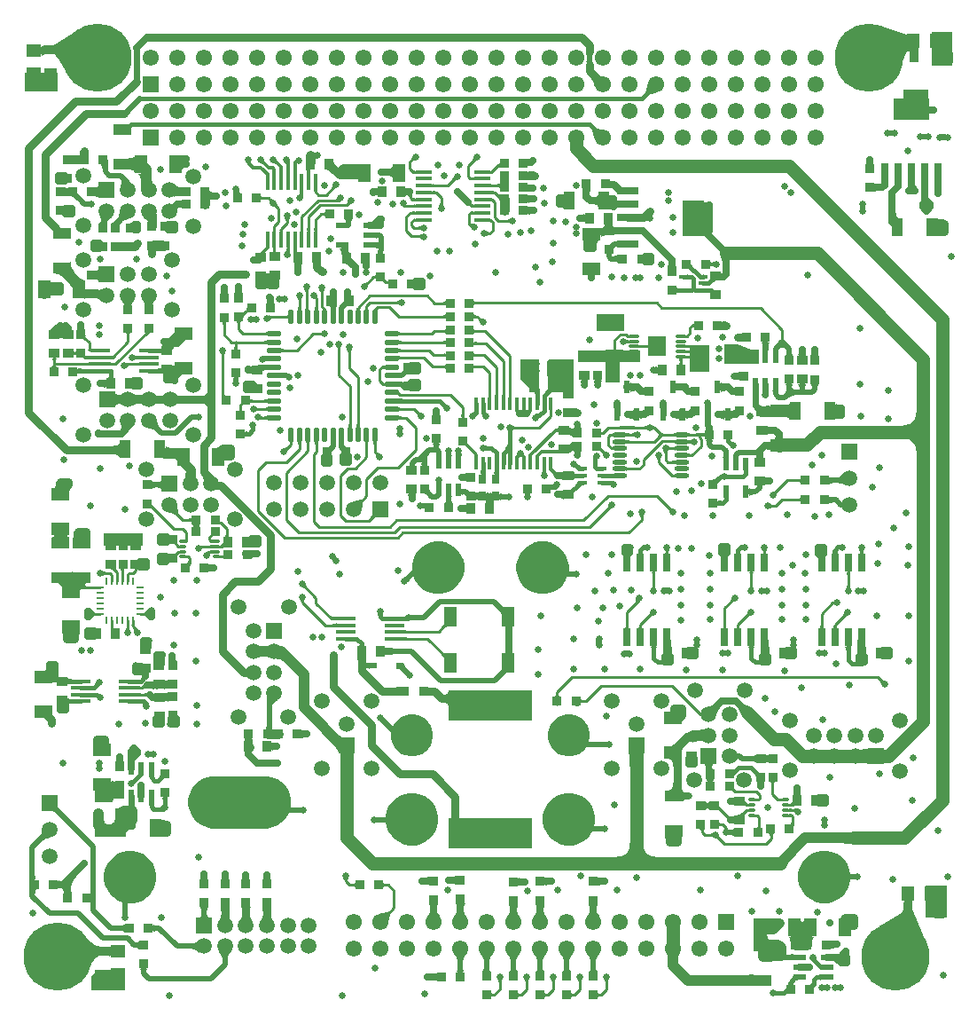
<source format=gtl>
G04 Layer_Physical_Order=1*
G04 Layer_Color=255*
%FSAX25Y25*%
%MOIN*%
G70*
G01*
G75*
%ADD10R,0.03543X0.03543*%
%ADD11R,0.03543X0.03543*%
%ADD12R,0.03937X0.03740*%
%ADD13R,0.02441X0.04803*%
G04:AMPARAMS|DCode=14|XSize=20mil|YSize=12mil|CornerRadius=0.3mil|HoleSize=0mil|Usage=FLASHONLY|Rotation=0.000|XOffset=0mil|YOffset=0mil|HoleType=Round|Shape=RoundedRectangle|*
%AMROUNDEDRECTD14*
21,1,0.02000,0.01140,0,0,0.0*
21,1,0.01940,0.01200,0,0,0.0*
1,1,0.00060,0.00970,-0.00570*
1,1,0.00060,-0.00970,-0.00570*
1,1,0.00060,-0.00970,0.00570*
1,1,0.00060,0.00970,0.00570*
%
%ADD14ROUNDEDRECTD14*%
%ADD15R,0.07087X0.04528*%
%ADD16R,0.03740X0.03937*%
%ADD17R,0.04528X0.07087*%
%ADD18R,0.04331X0.06693*%
%ADD19R,0.06693X0.04331*%
%ADD20O,0.07677X0.01575*%
%ADD21R,0.05118X0.03543*%
%ADD22R,0.03543X0.05118*%
%ADD23R,0.05709X0.04528*%
%ADD24R,0.04528X0.05709*%
%ADD25R,0.02756X0.08465*%
%ADD26R,0.13583X0.08465*%
%ADD27O,0.03150X0.01181*%
%ADD28R,0.02835X0.07008*%
%ADD29R,0.04803X0.02441*%
%ADD30O,0.05709X0.02165*%
%ADD31O,0.02165X0.05709*%
%ADD32R,0.03347X0.01575*%
%ADD33O,0.05512X0.01772*%
%ADD34R,0.03150X0.03543*%
%ADD35O,0.01575X0.04724*%
%ADD36R,0.06614X0.07402*%
%ADD37O,0.04331X0.01201*%
%ADD38R,0.05118X0.07480*%
%ADD39R,0.03150X0.02362*%
%ADD40R,0.31496X0.11811*%
%ADD41R,0.08465X0.02756*%
%ADD42R,0.08465X0.13583*%
%ADD43R,0.06496X0.01181*%
%ADD44R,0.02756X0.00984*%
%ADD45R,0.00984X0.02756*%
%ADD46R,0.01181X0.06496*%
%ADD47C,0.02500*%
%ADD48C,0.01000*%
%ADD49C,0.01100*%
%ADD50C,0.01500*%
%ADD51C,0.02000*%
%ADD52C,0.03000*%
%ADD53C,0.02600*%
%ADD54C,0.01600*%
%ADD55C,0.03500*%
%ADD56C,0.01200*%
%ADD57C,0.03543*%
%ADD58C,0.02400*%
%ADD59C,0.00900*%
%ADD60C,0.04000*%
%ADD61C,0.02362*%
%ADD62C,0.01772*%
%ADD63C,0.05000*%
%ADD64C,0.02700*%
%ADD65C,0.04500*%
%ADD66C,0.01968*%
%ADD67C,0.02756*%
%ADD68C,0.03937*%
%ADD69C,0.02800*%
%ADD70C,0.02200*%
%ADD71C,0.03150*%
%ADD72R,0.09500X0.05300*%
%ADD73R,0.04000X0.12300*%
%ADD74C,0.05905*%
%ADD75R,0.05905X0.05905*%
%ADD76R,0.05905X0.05905*%
%ADD77C,0.08661*%
%ADD78C,0.07087*%
%ADD79C,0.25590*%
%ADD80C,0.06102*%
%ADD81R,0.06102X0.06102*%
%ADD82C,0.02500*%
%ADD83C,0.02756*%
G36*
X0219226Y0133560D02*
X0219167Y0133530D01*
X0219104Y0133493D01*
X0218967Y0133399D01*
X0218892Y0133341D01*
X0218645Y0133126D01*
X0218461Y0132948D01*
X0217333Y0133235D01*
X0217386Y0133298D01*
X0217429Y0133376D01*
X0217464Y0133468D01*
X0217491Y0133574D01*
X0217508Y0133694D01*
X0217517Y0133827D01*
X0217517Y0133975D01*
X0217508Y0134137D01*
X0217464Y0134502D01*
X0219226Y0133560D01*
D02*
G37*
G36*
X0254976Y0133457D02*
X0254816Y0133431D01*
X0254525Y0133366D01*
X0254394Y0133327D01*
X0254273Y0133284D01*
X0254162Y0133236D01*
X0254060Y0133184D01*
X0253968Y0133127D01*
X0253886Y0133066D01*
X0253813Y0133000D01*
X0253106Y0133707D01*
X0253171Y0133780D01*
X0253233Y0133862D01*
X0253289Y0133954D01*
X0253342Y0134056D01*
X0253389Y0134168D01*
X0253433Y0134289D01*
X0253472Y0134420D01*
X0253536Y0134710D01*
X0253562Y0134870D01*
X0254976Y0133457D01*
D02*
G37*
G36*
X0291994Y0132211D02*
X0291981Y0132227D01*
X0291960Y0132241D01*
X0291931Y0132253D01*
X0291894Y0132264D01*
X0291848Y0132273D01*
X0291795Y0132281D01*
X0291664Y0132291D01*
X0291500Y0132294D01*
Y0133294D01*
X0291586Y0133295D01*
X0291848Y0133315D01*
X0291894Y0133324D01*
X0291931Y0133335D01*
X0291960Y0133347D01*
X0291981Y0133361D01*
X0291994Y0133377D01*
Y0132211D01*
D02*
G37*
G36*
X0166727Y0132165D02*
X0167493Y0131510D01*
X0167823Y0131276D01*
X0168119Y0131104D01*
X0168380Y0130995D01*
X0168606Y0130948D01*
X0168798Y0130964D01*
X0168955Y0131042D01*
X0169076Y0131182D01*
X0166977Y0127738D01*
X0167057Y0127920D01*
X0167088Y0128123D01*
X0167070Y0128348D01*
X0167003Y0128595D01*
X0166887Y0128862D01*
X0166722Y0129151D01*
X0166508Y0129462D01*
X0166246Y0129794D01*
X0165934Y0130147D01*
X0165573Y0130522D01*
X0166293Y0132586D01*
X0166727Y0132165D01*
D02*
G37*
G36*
X0122196Y0128648D02*
X0122168Y0128596D01*
X0122143Y0128533D01*
X0122122Y0128459D01*
X0122103Y0128374D01*
X0122088Y0128279D01*
X0122068Y0128056D01*
X0122062Y0127789D01*
X0120562D01*
X0120560Y0127928D01*
X0120535Y0128279D01*
X0120520Y0128374D01*
X0120501Y0128459D01*
X0120480Y0128533D01*
X0120455Y0128596D01*
X0120426Y0128648D01*
X0120395Y0128689D01*
X0122228D01*
X0122196Y0128648D01*
D02*
G37*
G36*
X0230083Y0136382D02*
X0227583Y0136382D01*
Y0138482D01*
X0230083Y0138482D01*
Y0136382D01*
D02*
G37*
G36*
X0261450Y0139040D02*
X0261465Y0138939D01*
X0261490Y0138833D01*
X0261525Y0138725D01*
X0261570Y0138612D01*
X0261625Y0138496D01*
X0261690Y0138375D01*
X0261849Y0138124D01*
X0261944Y0137993D01*
X0259945D01*
X0260040Y0138124D01*
X0260200Y0138375D01*
X0260265Y0138496D01*
X0260320Y0138612D01*
X0260365Y0138725D01*
X0260400Y0138833D01*
X0260425Y0138939D01*
X0260440Y0139040D01*
X0260445Y0139138D01*
X0261445D01*
X0261450Y0139040D01*
D02*
G37*
G36*
X0146036Y0155527D02*
X0147827Y0154785D01*
X0149440Y0153708D01*
X0150811Y0152337D01*
X0151888Y0150725D01*
X0152630Y0148934D01*
X0153008Y0147032D01*
Y0146063D01*
Y0145094D01*
X0152630Y0143192D01*
X0151888Y0141401D01*
X0150811Y0139789D01*
X0149440Y0138418D01*
X0147827Y0137341D01*
X0146036Y0136599D01*
X0144135Y0136221D01*
X0142196D01*
X0140294Y0136599D01*
X0138503Y0137341D01*
X0136891Y0138418D01*
X0135520Y0139789D01*
X0134443Y0141401D01*
X0133701Y0143192D01*
X0133323Y0145094D01*
Y0146063D01*
Y0147032D01*
X0133701Y0148934D01*
X0134443Y0150725D01*
X0135520Y0152337D01*
X0136891Y0153708D01*
X0138503Y0154785D01*
X0140294Y0155527D01*
X0142196Y0155905D01*
X0144135D01*
X0146036Y0155527D01*
D02*
G37*
G36*
X0092998Y0134233D02*
X0092854Y0133999D01*
X0092796Y0133885D01*
X0092747Y0133772D01*
X0092706Y0133661D01*
X0092675Y0133551D01*
X0092652Y0133442D01*
X0092639Y0133335D01*
X0092634Y0133230D01*
X0091534D01*
X0091530Y0133335D01*
X0091516Y0133442D01*
X0091494Y0133551D01*
X0091462Y0133661D01*
X0091422Y0133772D01*
X0091373Y0133885D01*
X0091314Y0133999D01*
X0091247Y0134115D01*
X0091085Y0134352D01*
X0093084D01*
X0092998Y0134233D01*
D02*
G37*
G36*
X0185318Y0155525D02*
X0187109Y0154783D01*
X0188721Y0153706D01*
X0190092Y0152335D01*
X0191169Y0150723D01*
X0191911Y0148932D01*
X0192289Y0147030D01*
Y0146061D01*
Y0145092D01*
X0191911Y0143190D01*
X0191169Y0141399D01*
X0190092Y0139787D01*
X0188721Y0138416D01*
X0187109Y0137339D01*
X0185318Y0136597D01*
X0183416Y0136219D01*
X0181477D01*
X0179576Y0136597D01*
X0177785Y0137339D01*
X0176173Y0138416D01*
X0174802Y0139787D01*
X0173724Y0141399D01*
X0172983Y0143190D01*
X0172604Y0145092D01*
Y0146061D01*
Y0147030D01*
X0172983Y0148932D01*
X0173724Y0150723D01*
X0174802Y0152335D01*
X0176173Y0153706D01*
X0177785Y0154783D01*
X0179576Y0155525D01*
X0181477Y0155903D01*
X0183416D01*
X0185318Y0155525D01*
D02*
G37*
G36*
X0224231Y0128044D02*
X0224052Y0128037D01*
X0223732Y0128005D01*
X0223590Y0127980D01*
X0223460Y0127949D01*
X0223343Y0127913D01*
X0223238Y0127871D01*
X0223145Y0127823D01*
X0223065Y0127770D01*
X0222996Y0127710D01*
X0222435Y0128564D01*
X0222509Y0128642D01*
X0222579Y0128727D01*
X0222645Y0128817D01*
X0222706Y0128913D01*
X0222764Y0129015D01*
X0222817Y0129123D01*
X0222912Y0129356D01*
X0222954Y0129481D01*
X0222991Y0129612D01*
X0224231Y0128044D01*
D02*
G37*
G36*
X0026911Y0124748D02*
X0026906Y0124721D01*
X0026901Y0124676D01*
X0026892Y0124433D01*
X0026887Y0123857D01*
X0025987D01*
X0025958Y0124757D01*
X0026916D01*
X0026911Y0124748D01*
D02*
G37*
G36*
X0028879Y0124750D02*
X0028874Y0124730D01*
X0028870Y0124696D01*
X0028863Y0124588D01*
X0028855Y0124081D01*
X0027955D01*
X0027926Y0124757D01*
X0028885D01*
X0028879Y0124750D01*
D02*
G37*
G36*
X0146536Y0123752D02*
X0146468Y0123816D01*
X0146383Y0123849D01*
X0146282Y0123853D01*
X0146165Y0123826D01*
X0146032Y0123769D01*
X0145882Y0123682D01*
X0145717Y0123565D01*
X0145535Y0123418D01*
X0145122Y0123033D01*
X0144604Y0123930D01*
X0144795Y0124127D01*
X0145097Y0124485D01*
X0145209Y0124645D01*
X0145294Y0124793D01*
X0145353Y0124928D01*
X0145385Y0125051D01*
X0145391Y0125161D01*
X0145370Y0125259D01*
X0145323Y0125344D01*
X0146536Y0123752D01*
D02*
G37*
G36*
X0292848Y0124092D02*
X0292863Y0123920D01*
X0292888Y0123768D01*
X0292923Y0123637D01*
X0292968Y0123526D01*
X0293023Y0123435D01*
X0293088Y0123364D01*
X0293163Y0123313D01*
X0293248Y0123283D01*
X0293343Y0123273D01*
X0291343D01*
X0291438Y0123283D01*
X0291523Y0123313D01*
X0291598Y0123364D01*
X0291663Y0123435D01*
X0291718Y0123526D01*
X0291763Y0123637D01*
X0291798Y0123768D01*
X0291823Y0123920D01*
X0291838Y0124092D01*
X0291843Y0124285D01*
X0292843D01*
X0292848Y0124092D01*
D02*
G37*
G36*
X0104977Y0123722D02*
X0104915Y0123756D01*
X0104836Y0123787D01*
X0104741Y0123814D01*
X0104630Y0123838D01*
X0104502Y0123857D01*
X0104196Y0123886D01*
X0103825Y0123901D01*
X0103615Y0123902D01*
Y0125003D01*
X0103825Y0125004D01*
X0104502Y0125048D01*
X0104630Y0125067D01*
X0104741Y0125091D01*
X0104836Y0125118D01*
X0104915Y0125149D01*
X0104977Y0125183D01*
Y0123722D01*
D02*
G37*
G36*
X0260876Y0128046D02*
X0260702Y0128033D01*
X0260389Y0127990D01*
X0260250Y0127960D01*
X0260122Y0127926D01*
X0260006Y0127886D01*
X0259902Y0127840D01*
X0259809Y0127790D01*
X0259728Y0127734D01*
X0259659Y0127673D01*
X0259052Y0128480D01*
X0259123Y0128557D01*
X0259190Y0128641D01*
X0259253Y0128732D01*
X0259312Y0128830D01*
X0259367Y0128935D01*
X0259417Y0129047D01*
X0259507Y0129294D01*
X0259546Y0129428D01*
X0259580Y0129569D01*
X0260876Y0128046D01*
D02*
G37*
G36*
X0297276D02*
X0297102Y0128033D01*
X0296789Y0127990D01*
X0296650Y0127960D01*
X0296522Y0127926D01*
X0296407Y0127886D01*
X0296302Y0127840D01*
X0296210Y0127790D01*
X0296128Y0127734D01*
X0296059Y0127673D01*
X0295452Y0128480D01*
X0295523Y0128557D01*
X0295590Y0128641D01*
X0295653Y0128732D01*
X0295712Y0128830D01*
X0295767Y0128935D01*
X0295817Y0129047D01*
X0295907Y0129294D01*
X0295946Y0129428D01*
X0295980Y0129569D01*
X0297276Y0128046D01*
D02*
G37*
G36*
X0132846Y0128399D02*
X0132872Y0128396D01*
X0132968Y0128392D01*
X0133605Y0128387D01*
Y0126418D01*
X0132835Y0126403D01*
Y0128402D01*
X0132846Y0128399D01*
D02*
G37*
G36*
X0131581Y0126258D02*
X0130168Y0126202D01*
X0130121Y0127702D01*
X0130236Y0127708D01*
X0130348Y0127723D01*
X0130457Y0127748D01*
X0130563Y0127783D01*
X0130665Y0127828D01*
X0130763Y0127883D01*
X0130859Y0127948D01*
X0130951Y0128023D01*
X0131039Y0128108D01*
X0131125Y0128203D01*
X0131581Y0126258D01*
D02*
G37*
G36*
X0104977Y0126222D02*
X0104915Y0126256D01*
X0104836Y0126287D01*
X0104741Y0126314D01*
X0104630Y0126338D01*
X0104502Y0126357D01*
X0104196Y0126386D01*
X0103825Y0126401D01*
X0103615Y0126402D01*
Y0127503D01*
X0103825Y0127504D01*
X0104502Y0127548D01*
X0104630Y0127568D01*
X0104741Y0127591D01*
X0104836Y0127618D01*
X0104915Y0127649D01*
X0104977Y0127683D01*
Y0126222D01*
D02*
G37*
G36*
X0022094Y0145496D02*
X0022067Y0145476D01*
X0022058Y0145445D01*
X0022067Y0145400D01*
X0022094Y0145343D01*
X0022140Y0145273D01*
X0022203Y0145190D01*
X0022285Y0145095D01*
X0022503Y0144866D01*
X0021230D01*
X0021103Y0144986D01*
X0020976Y0145095D01*
X0020848Y0145190D01*
X0020721Y0145273D01*
X0020594Y0145343D01*
X0020467Y0145400D01*
X0020339Y0145445D01*
X0020212Y0145476D01*
X0020085Y0145496D01*
X0019958Y0145502D01*
X0022140D01*
X0022094Y0145496D01*
D02*
G37*
G36*
X0050181Y0148571D02*
X0050159Y0148251D01*
X0050139Y0148121D01*
X0050113Y0148011D01*
X0050082Y0147921D01*
X0050045Y0147851D01*
X0050002Y0147801D01*
X0049954Y0147771D01*
X0049900Y0147761D01*
X0048684Y0147749D01*
X0048779Y0147760D01*
X0048864Y0147791D01*
X0048939Y0147842D01*
X0049004Y0147913D01*
X0049059Y0148004D01*
X0049104Y0148116D01*
X0049139Y0148247D01*
X0049164Y0148398D01*
X0049179Y0148570D01*
X0049184Y0148761D01*
X0050184D01*
X0050181Y0148571D01*
D02*
G37*
G36*
X0025374Y0145590D02*
X0025289Y0145560D01*
X0025214Y0145510D01*
X0025148Y0145440D01*
X0025093Y0145350D01*
X0025049Y0145240D01*
X0025014Y0145110D01*
X0024988Y0144960D01*
X0024973Y0144790D01*
X0024969Y0144600D01*
X0023968D01*
X0023964Y0144790D01*
X0023948Y0144960D01*
X0023923Y0145110D01*
X0023889Y0145240D01*
X0023844Y0145350D01*
X0023788Y0145440D01*
X0023723Y0145510D01*
X0023649Y0145560D01*
X0023563Y0145590D01*
X0023469Y0145600D01*
X0025469D01*
X0025374Y0145590D01*
D02*
G37*
G36*
X0298248Y0144293D02*
X0298163Y0144263D01*
X0298088Y0144213D01*
X0298023Y0144143D01*
X0297968Y0144053D01*
X0297923Y0143943D01*
X0297888Y0143813D01*
X0297863Y0143663D01*
X0297848Y0143493D01*
X0297843Y0143303D01*
X0296843D01*
X0296838Y0143493D01*
X0296823Y0143663D01*
X0296798Y0143813D01*
X0296763Y0143943D01*
X0296718Y0144053D01*
X0296663Y0144143D01*
X0296598Y0144213D01*
X0296523Y0144263D01*
X0296438Y0144293D01*
X0296343Y0144303D01*
X0298343D01*
X0298248Y0144293D01*
D02*
G37*
G36*
X0057005Y0147664D02*
X0057062Y0147578D01*
X0057157Y0147502D01*
X0057290Y0147435D01*
X0057461Y0147380D01*
X0057670Y0147334D01*
X0057916Y0147298D01*
X0058201Y0147273D01*
X0058884Y0147252D01*
Y0144752D01*
X0058524Y0144747D01*
X0057916Y0144707D01*
X0057670Y0144671D01*
X0057461Y0144625D01*
X0057290Y0144569D01*
X0057157Y0144503D01*
X0057062Y0144427D01*
X0057005Y0144340D01*
X0056986Y0144244D01*
Y0147761D01*
X0057005Y0147664D01*
D02*
G37*
G36*
X0219998Y0152297D02*
X0220038Y0151892D01*
X0220073Y0151728D01*
X0220119Y0151589D01*
X0220174Y0151475D01*
X0220239Y0151386D01*
X0220315Y0151323D01*
X0220400Y0151285D01*
X0220496Y0151273D01*
X0217990D01*
X0218086Y0151285D01*
X0218171Y0151323D01*
X0218247Y0151386D01*
X0218312Y0151475D01*
X0218367Y0151589D01*
X0218412Y0151728D01*
X0218448Y0151892D01*
X0218473Y0152082D01*
X0218488Y0152297D01*
X0218493Y0152537D01*
X0219993D01*
X0219998Y0152297D01*
D02*
G37*
G36*
X0230148Y0152769D02*
X0229988Y0152518D01*
X0229923Y0152398D01*
X0229868Y0152281D01*
X0229823Y0152169D01*
X0229788Y0152060D01*
X0229763Y0151954D01*
X0229761Y0151942D01*
X0229763Y0151920D01*
X0229788Y0151769D01*
X0229823Y0151637D01*
X0229868Y0151526D01*
X0229923Y0151435D01*
X0229988Y0151364D01*
X0230063Y0151313D01*
X0230148Y0151283D01*
X0230243Y0151273D01*
X0228243D01*
X0228338Y0151283D01*
X0228423Y0151313D01*
X0228498Y0151364D01*
X0228563Y0151435D01*
X0228618Y0151526D01*
X0228663Y0151637D01*
X0228698Y0151769D01*
X0228723Y0151920D01*
X0228725Y0151942D01*
X0228723Y0151954D01*
X0228698Y0152060D01*
X0228663Y0152169D01*
X0228618Y0152281D01*
X0228563Y0152398D01*
X0228498Y0152518D01*
X0228338Y0152769D01*
X0228243Y0152900D01*
X0230242D01*
X0230148Y0152769D01*
D02*
G37*
G36*
X0062482Y0149344D02*
X0062472Y0149402D01*
X0062442Y0149455D01*
X0062392Y0149501D01*
X0062322Y0149541D01*
X0062232Y0149575D01*
X0062122Y0149603D01*
X0061992Y0149625D01*
X0061842Y0149640D01*
X0061834Y0149641D01*
X0061053Y0149608D01*
Y0150698D01*
X0061076Y0150689D01*
X0061118Y0150682D01*
X0061178Y0150675D01*
X0061470Y0150660D01*
X0061672Y0150658D01*
X0061674Y0150658D01*
X0061846Y0150673D01*
X0061997Y0150698D01*
X0062128Y0150733D01*
X0062240Y0150778D01*
X0062331Y0150833D01*
X0062402Y0150898D01*
X0062453Y0150973D01*
X0062484Y0151058D01*
X0062494Y0151153D01*
X0062482Y0149344D01*
D02*
G37*
G36*
X0033526Y0147561D02*
Y0145061D01*
X0031340Y0145502D01*
X0031337Y0146181D01*
X0031328Y0146108D01*
X0031332Y0147325D01*
X0031328Y0148496D01*
X0031337Y0148426D01*
X0031340Y0149216D01*
X0033526Y0149544D01*
Y0147561D01*
D02*
G37*
G36*
X0073106Y0152783D02*
X0073166Y0152714D01*
X0073266Y0152653D01*
X0073406Y0152600D01*
X0073586Y0152555D01*
X0073805Y0152518D01*
X0074065Y0152489D01*
X0074705Y0152456D01*
X0075084Y0152452D01*
Y0149952D01*
X0074705Y0149946D01*
X0074065Y0149898D01*
X0073805Y0149855D01*
X0073586Y0149800D01*
X0073406Y0149733D01*
X0073266Y0149654D01*
X0073166Y0149563D01*
X0073106Y0149459D01*
X0073086Y0149344D01*
Y0152861D01*
X0073106Y0152783D01*
D02*
G37*
G36*
X0261850Y0144293D02*
X0261765Y0144263D01*
X0261690Y0144213D01*
X0261625Y0144143D01*
X0261570Y0144053D01*
X0261525Y0143943D01*
X0261490Y0143813D01*
X0261465Y0143663D01*
X0261450Y0143493D01*
X0261445Y0143303D01*
X0260445D01*
X0260440Y0143493D01*
X0260425Y0143663D01*
X0260400Y0143813D01*
X0260365Y0143943D01*
X0260320Y0144053D01*
X0260265Y0144143D01*
X0260200Y0144213D01*
X0260125Y0144263D01*
X0260040Y0144293D01*
X0259945Y0144303D01*
X0261945D01*
X0261850Y0144293D01*
D02*
G37*
G36*
X0093345Y0139934D02*
X0093409Y0139667D01*
X0093449Y0139545D01*
X0093493Y0139430D01*
X0093544Y0139323D01*
X0093599Y0139223D01*
X0093660Y0139130D01*
X0093726Y0139045D01*
X0093797Y0138967D01*
X0093019Y0138189D01*
X0092942Y0138261D01*
X0092857Y0138327D01*
X0092764Y0138388D01*
X0092664Y0138443D01*
X0092557Y0138493D01*
X0092442Y0138538D01*
X0092320Y0138578D01*
X0092190Y0138612D01*
X0091908Y0138665D01*
X0093322Y0140078D01*
X0093345Y0139934D01*
D02*
G37*
G36*
X0132371Y0141279D02*
X0131838Y0140724D01*
X0130424Y0142138D01*
X0130434Y0142143D01*
X0130454Y0142160D01*
X0130525Y0142225D01*
X0130979Y0142671D01*
X0132371Y0141279D01*
D02*
G37*
G36*
X0004657Y0144430D02*
X0004738Y0144413D01*
X0005951Y0144459D01*
Y0144340D01*
X0008617Y0144306D01*
Y0142425D01*
X0009798Y0141556D01*
X0010284D01*
X0010189Y0141425D01*
X0010121Y0141318D01*
X0010410Y0141105D01*
X0010883D01*
X0010674Y0140822D01*
X0010261Y0140195D01*
X0010350Y0140154D01*
X0010884D01*
X0010789Y0140144D01*
X0010704Y0140114D01*
X0010629Y0140064D01*
X0010564Y0139994D01*
X0010509Y0139904D01*
X0010464Y0139794D01*
X0010430Y0139667D01*
X0010474Y0139535D01*
X0010544Y0139405D01*
X0010634Y0139295D01*
X0010744Y0139205D01*
X0010874Y0139135D01*
X0011024Y0139085D01*
X0011194Y0139055D01*
X0011384Y0139045D01*
X0009884Y0138045D01*
X0009815Y0138091D01*
Y0138045D01*
X0009623Y0138040D01*
X0009452Y0138025D01*
X0009300Y0138000D01*
X0009169Y0137965D01*
X0009058Y0137920D01*
X0008966Y0137865D01*
X0008895Y0137800D01*
X0008844Y0137725D01*
X0008813Y0137640D01*
X0008803Y0137545D01*
X0008812Y0138709D01*
X0008659Y0138475D01*
Y0138045D01*
X0008555Y0138034D01*
X0008431Y0138001D01*
X0008383Y0137983D01*
X0008276Y0137765D01*
X0008145Y0137325D01*
X0008133Y0136946D01*
X0008238Y0136629D01*
X0008461Y0136374D01*
X0008803Y0136180D01*
X0006794Y0136997D01*
X0006724Y0136946D01*
Y0137026D01*
X0005284Y0137612D01*
X0001766Y0136180D01*
X0002107Y0136373D01*
X0002331Y0136629D01*
X0002436Y0136946D01*
X0002423Y0137325D01*
X0002293Y0137765D01*
X0002044Y0138267D01*
X0001678Y0138831D01*
X0001424Y0139159D01*
X0000298Y0140148D01*
X0000218Y0140154D01*
X0000468Y0140270D01*
X-0000130Y0140892D01*
X0001951Y0142425D01*
Y0144306D01*
X0004617Y0144408D01*
Y0144459D01*
X0004657Y0144430D01*
D02*
G37*
G36*
X0224748Y0139049D02*
X0224763Y0138947D01*
X0224788Y0138842D01*
X0224823Y0138733D01*
X0224868Y0138620D01*
X0224923Y0138504D01*
X0224988Y0138384D01*
X0225148Y0138133D01*
X0225242Y0138001D01*
X0223243D01*
X0223338Y0138133D01*
X0223498Y0138384D01*
X0223563Y0138504D01*
X0223618Y0138620D01*
X0223663Y0138733D01*
X0223698Y0138842D01*
X0223723Y0138947D01*
X0223738Y0139049D01*
X0223743Y0139146D01*
X0224743D01*
X0224748Y0139049D01*
D02*
G37*
G36*
X0297848D02*
X0297863Y0138947D01*
X0297888Y0138842D01*
X0297923Y0138733D01*
X0297968Y0138620D01*
X0298023Y0138504D01*
X0298088Y0138384D01*
X0298248Y0138133D01*
X0298342Y0138001D01*
X0296343D01*
X0296438Y0138133D01*
X0296598Y0138384D01*
X0296663Y0138504D01*
X0296718Y0138620D01*
X0296763Y0138733D01*
X0296798Y0138842D01*
X0296823Y0138947D01*
X0296838Y0139049D01*
X0296843Y0139146D01*
X0297843D01*
X0297848Y0139049D01*
D02*
G37*
G36*
X0017066Y0144907D02*
X0017317Y0144747D01*
X0017437Y0144682D01*
X0017554Y0144627D01*
X0017666Y0144582D01*
X0017775Y0144547D01*
X0017880Y0144522D01*
X0017982Y0144507D01*
X0018080Y0144502D01*
Y0143502D01*
X0017982Y0143497D01*
X0017880Y0143482D01*
X0017775Y0143457D01*
X0017666Y0143422D01*
X0017554Y0143377D01*
X0017437Y0143323D01*
X0017317Y0143258D01*
X0017066Y0143098D01*
X0016935Y0143003D01*
Y0145002D01*
X0017066Y0144907D01*
D02*
G37*
G36*
X0225148Y0144293D02*
X0225063Y0144263D01*
X0224988Y0144213D01*
X0224923Y0144143D01*
X0224868Y0144053D01*
X0224823Y0143943D01*
X0224788Y0143813D01*
X0224763Y0143663D01*
X0224748Y0143493D01*
X0224743Y0143303D01*
X0223743D01*
X0223738Y0143493D01*
X0223723Y0143663D01*
X0223698Y0143813D01*
X0223663Y0143943D01*
X0223618Y0144053D01*
X0223563Y0144143D01*
X0223498Y0144213D01*
X0223423Y0144263D01*
X0223338Y0144293D01*
X0223243Y0144303D01*
X0225243D01*
X0225148Y0144293D01*
D02*
G37*
G36*
X0194249Y0142601D02*
X0194238Y0142603D01*
X0194212Y0142606D01*
X0194116Y0142610D01*
X0193479Y0142616D01*
Y0144584D01*
X0194249Y0144599D01*
Y0142601D01*
D02*
G37*
G36*
X0022979Y0142448D02*
X0022021D01*
X0022026Y0142457D01*
X0022031Y0142484D01*
X0022036Y0142529D01*
X0022045Y0142772D01*
X0022050Y0143348D01*
X0022950D01*
X0022979Y0142448D01*
D02*
G37*
G36*
X0026916D02*
X0025958D01*
X0025963Y0142457D01*
X0025968Y0142484D01*
X0025973Y0142529D01*
X0025982Y0142772D01*
X0025987Y0143348D01*
X0026887D01*
X0026916Y0142448D01*
D02*
G37*
G36*
X0287848Y0124092D02*
X0287863Y0123920D01*
X0287888Y0123768D01*
X0287923Y0123637D01*
X0287968Y0123526D01*
X0288023Y0123435D01*
X0288088Y0123364D01*
X0288163Y0123313D01*
X0288248Y0123283D01*
X0288343Y0123273D01*
X0286343D01*
X0286438Y0123283D01*
X0286523Y0123313D01*
X0286598Y0123364D01*
X0286663Y0123435D01*
X0286718Y0123526D01*
X0286763Y0123637D01*
X0286798Y0123768D01*
X0286823Y0123920D01*
X0286838Y0124092D01*
X0286843Y0124285D01*
X0287843D01*
X0287848Y0124092D01*
D02*
G37*
G36*
X-0001560Y0109127D02*
X-0001669Y0107547D01*
X-0001703Y0107437D01*
X-0001742Y0107371D01*
X-0001785Y0107349D01*
X-0005002Y0107337D01*
X-0004822Y0107360D01*
X-0004662Y0107427D01*
X-0004520Y0107537D01*
X-0004397Y0107692D01*
X-0004293Y0107891D01*
X-0004208Y0108133D01*
X-0004142Y0108420D01*
X-0004095Y0108750D01*
X-0004067Y0109125D01*
X-0004057Y0109544D01*
X-0001557D01*
X-0001560Y0109127D01*
D02*
G37*
G36*
X0116235Y0112717D02*
X0116178Y0112627D01*
X0116128Y0112477D01*
X0116085Y0112267D01*
X0116048Y0111997D01*
X0115995Y0111277D01*
X0115974Y0110224D01*
X0117221Y0110310D01*
X0117281Y0110338D01*
X0117301Y0110371D01*
Y0108034D01*
X0117281Y0108066D01*
X0117221Y0108095D01*
X0117121Y0108120D01*
X0116981Y0108142D01*
X0116801Y0108160D01*
X0116021Y0108196D01*
X0115301Y0108202D01*
Y0109747D01*
X0112965D01*
X0112961Y0110317D01*
X0112828Y0112267D01*
X0112778Y0112477D01*
X0112721Y0112627D01*
X0112657Y0112717D01*
X0112584Y0112747D01*
X0116298D01*
X0116235Y0112717D01*
D02*
G37*
G36*
X0029720Y0110341D02*
X0030832Y0110273D01*
X0031011Y0110242D01*
X0031150Y0110205D01*
X0031249Y0110162D01*
X0031309Y0110114D01*
X0031329Y0110059D01*
X0031333Y0109043D01*
X0031341Y0109097D01*
X0031337Y0108137D01*
X0031341Y0107108D01*
X0031332Y0107166D01*
X0031329Y0106345D01*
X0029343Y0105861D01*
Y0107844D01*
Y0108361D01*
Y0110344D01*
X0029720Y0110341D01*
D02*
G37*
G36*
X-0003063Y0105139D02*
X-0003050Y0105078D01*
X-0003034Y0105018D01*
X-0003013Y0104960D01*
X-0002987Y0104902D01*
X-0002957Y0104846D01*
X-0002922Y0104791D01*
X-0002882Y0104737D01*
X-0002838Y0104684D01*
X-0002789Y0104633D01*
X-0003850Y0103572D01*
X-0003901Y0103621D01*
X-0003954Y0103665D01*
X-0004008Y0103704D01*
X-0004063Y0103739D01*
X-0004120Y0103770D01*
X-0004177Y0103795D01*
X-0004236Y0103816D01*
X-0004295Y0103833D01*
X-0004356Y0103845D01*
X-0004419Y0103853D01*
X-0003070Y0105201D01*
X-0003063Y0105139D01*
D02*
G37*
G36*
X0130281Y0110140D02*
X0130324Y0109905D01*
X0130395Y0109663D01*
X0130494Y0109417D01*
X0130621Y0109164D01*
X0130776Y0108906D01*
X0130960Y0108643D01*
X0131172Y0108374D01*
X0131682Y0107819D01*
X0130052Y0106620D01*
X0129659Y0106999D01*
X0128946Y0107599D01*
X0128626Y0107820D01*
X0128331Y0107988D01*
X0128060Y0108103D01*
X0127814Y0108165D01*
X0127593Y0108174D01*
X0127396Y0108131D01*
X0127224Y0108034D01*
X0130267Y0110371D01*
X0130281Y0110140D01*
D02*
G37*
G36*
X0038651Y0112835D02*
X0038665Y0112702D01*
X0040234D01*
X0040240Y0111103D01*
X0039467Y0111099D01*
X0039534Y0111091D01*
X0038397Y0111095D01*
X0037385Y0111091D01*
X0037417Y0111099D01*
X0036329Y0111103D01*
X0036143Y0113244D01*
X0038643D01*
X0038651Y0112835D01*
D02*
G37*
G36*
X0144948Y0114353D02*
X0145353Y0114004D01*
X0145525Y0113880D01*
X0145676Y0113791D01*
X0145807Y0113737D01*
X0145918Y0113716D01*
X0146009Y0113730D01*
X0146080Y0113777D01*
X0146130Y0113859D01*
X0145323Y0111861D01*
X0145352Y0111964D01*
X0145359Y0112076D01*
X0145343Y0112196D01*
X0145304Y0112325D01*
X0145244Y0112462D01*
X0145160Y0112608D01*
X0145055Y0112762D01*
X0144927Y0112925D01*
X0144777Y0113096D01*
X0144604Y0113275D01*
X0144715Y0114578D01*
X0144948Y0114353D01*
D02*
G37*
G36*
X0044342Y0112721D02*
X0044402Y0112077D01*
X0044454Y0111816D01*
X0044522Y0111594D01*
X0044604Y0111413D01*
X0044702Y0111272D01*
X0044815Y0111171D01*
X0044942Y0111111D01*
X0045085Y0111090D01*
X0041641Y0111102D01*
X0041678Y0111122D01*
X0041711Y0111182D01*
X0041740Y0111282D01*
X0041765Y0111422D01*
X0041786Y0111602D01*
X0041817Y0112082D01*
X0041834Y0113102D01*
X0044334D01*
X0044342Y0112721D01*
D02*
G37*
G36*
X0267987Y0112122D02*
X0268052Y0112071D01*
X0268110Y0111987D01*
X0268160Y0111870D01*
X0268202Y0111719D01*
X0268237Y0111534D01*
X0268264Y0111315D01*
X0268295Y0110778D01*
X0268299Y0110459D01*
X0264315D01*
Y0109459D01*
X0264245Y0109507D01*
X0264168Y0109549D01*
X0264085Y0109586D01*
X0263995Y0109619D01*
X0263899Y0109646D01*
X0263795Y0109669D01*
X0263685Y0109686D01*
X0263445Y0109706D01*
X0263315Y0109709D01*
Y0111209D01*
X0263445Y0111211D01*
X0263685Y0111231D01*
X0263795Y0111249D01*
X0263856Y0111262D01*
X0263877Y0111534D01*
X0263911Y0111719D01*
X0263953Y0111870D01*
X0264003Y0111987D01*
X0264061Y0112071D01*
X0264126Y0112122D01*
X0264199Y0112138D01*
X0267913D01*
X0267987Y0112122D01*
D02*
G37*
G36*
X0087136Y0114279D02*
X0084702Y0111056D01*
X0084494Y0111247D01*
X0084279Y0111410D01*
X0084057Y0111545D01*
X0083828Y0111653D01*
X0083591Y0111732D01*
X0083348Y0111785D01*
X0083098Y0111809D01*
X0082841Y0111806D01*
X0082576Y0111775D01*
X0082305Y0111716D01*
X0084090Y0116079D01*
X0087136Y0114279D01*
D02*
G37*
G36*
X0033460Y0104065D02*
X0033377Y0104049D01*
X0033293Y0104025D01*
X0033208Y0103992D01*
X0033121Y0103952D01*
X0033034Y0103903D01*
X0032945Y0103846D01*
X0032855Y0103780D01*
X0032671Y0103625D01*
X0032577Y0103535D01*
X0031517Y0104595D01*
X0031607Y0104689D01*
X0031762Y0104873D01*
X0031828Y0104963D01*
X0031885Y0105052D01*
X0031934Y0105140D01*
X0031974Y0105226D01*
X0032007Y0105311D01*
X0032031Y0105395D01*
X0032047Y0105478D01*
X0033460Y0104065D01*
D02*
G37*
G36*
X0040265Y0103901D02*
X0040340Y0103797D01*
X0040465Y0103706D01*
X0040640Y0103628D01*
X0040865Y0103561D01*
X0040941Y0103546D01*
X0041016Y0103560D01*
X0041241Y0103627D01*
X0041416Y0103706D01*
X0041541Y0103797D01*
X0041616Y0103900D01*
X0041641Y0104015D01*
Y0103453D01*
X0042265Y0103415D01*
X0042740Y0103409D01*
Y0100909D01*
X0042265Y0100903D01*
X0041641Y0100852D01*
Y0100498D01*
X0041616Y0100576D01*
X0041541Y0100646D01*
X0041416Y0100708D01*
X0041241Y0100761D01*
X0041064Y0100797D01*
X0040865Y0100757D01*
X0040640Y0100690D01*
X0040465Y0100611D01*
X0040340Y0100520D01*
X0040265Y0100417D01*
X0040240Y0100302D01*
Y0100879D01*
X0040041Y0100892D01*
X0039141Y0100909D01*
Y0103409D01*
X0039616Y0103415D01*
X0040240Y0103465D01*
Y0104016D01*
X0040265Y0103901D01*
D02*
G37*
G36*
X0038417Y0100968D02*
X0038322Y0100952D01*
X0038232Y0100932D01*
X0038144Y0100908D01*
X0038061Y0100878D01*
X0037980Y0100844D01*
X0037903Y0100804D01*
X0037830Y0100760D01*
X0037760Y0100711D01*
X0037694Y0100657D01*
X0037631Y0100599D01*
X0036924Y0101306D01*
X0036983Y0101369D01*
X0037037Y0101435D01*
X0037086Y0101505D01*
X0037130Y0101578D01*
X0037169Y0101655D01*
X0037203Y0101735D01*
X0037233Y0101819D01*
X0037258Y0101906D01*
X0037278Y0101997D01*
X0037293Y0102091D01*
X0038417Y0100968D01*
D02*
G37*
G36*
X0036329Y0100302D02*
X0036305Y0100349D01*
X0036231Y0100392D01*
X0036109Y0100430D01*
X0035938Y0100462D01*
X0035718Y0100490D01*
X0035131Y0100530D01*
X0033884Y0100552D01*
Y0103052D01*
X0034349Y0103062D01*
X0035131Y0103139D01*
X0035449Y0103207D01*
X0035718Y0103293D01*
X0035938Y0103399D01*
X0036109Y0103524D01*
X0036231Y0103669D01*
X0036305Y0103833D01*
X0036329Y0104016D01*
Y0100302D01*
D02*
G37*
G36*
X0041625Y0098756D02*
X0041665Y0098751D01*
X0042465Y0098702D01*
X0042940Y0098696D01*
Y0096196D01*
X0042465Y0096190D01*
X0041625Y0096122D01*
Y0095787D01*
X0041600Y0095865D01*
X0041525Y0095934D01*
X0041400Y0095996D01*
X0041225Y0096049D01*
X0041157Y0096062D01*
X0041065Y0096044D01*
X0040840Y0095977D01*
X0040665Y0095898D01*
X0040540Y0095807D01*
X0040465Y0095704D01*
X0040440Y0095589D01*
Y0096150D01*
X0040025Y0096179D01*
X0039125Y0096196D01*
Y0098696D01*
X0039600Y0098702D01*
X0040440Y0098770D01*
Y0099303D01*
X0040465Y0099188D01*
X0040540Y0099084D01*
X0040665Y0098993D01*
X0040840Y0098914D01*
X0041032Y0098857D01*
X0041225Y0098915D01*
X0041400Y0098994D01*
X0041525Y0099085D01*
X0041600Y0099189D01*
X0041625Y0099304D01*
Y0098756D01*
D02*
G37*
G36*
X0030367Y0101639D02*
X0030454Y0101600D01*
X0030553Y0101565D01*
X0030664Y0101535D01*
X0030788Y0101510D01*
X0031071Y0101473D01*
X0031231Y0101462D01*
X0031587Y0101452D01*
Y0100452D01*
X0031403Y0100450D01*
X0030924Y0100416D01*
X0030788Y0100395D01*
X0030553Y0100339D01*
X0030454Y0100305D01*
X0030367Y0100266D01*
X0030292Y0100222D01*
Y0101683D01*
X0030367Y0101639D01*
D02*
G37*
G36*
X0310070Y0104031D02*
X0310153Y0103970D01*
X0310244Y0103913D01*
X0310346Y0103860D01*
X0310458Y0103813D01*
X0310579Y0103769D01*
X0310710Y0103730D01*
X0311000Y0103666D01*
X0311160Y0103640D01*
X0309747Y0102226D01*
X0309721Y0102386D01*
X0309656Y0102677D01*
X0309617Y0102808D01*
X0309574Y0102929D01*
X0309526Y0103040D01*
X0309474Y0103142D01*
X0309417Y0103234D01*
X0309356Y0103316D01*
X0309290Y0103389D01*
X0309997Y0104096D01*
X0310070Y0104031D01*
D02*
G37*
G36*
X-0001782Y0105460D02*
X-0001736Y0105332D01*
X-0001660Y0105220D01*
X-0001554Y0105122D01*
X-0001418Y0105040D01*
X-0001252Y0104972D01*
X-0001055Y0104920D01*
X-0000851Y0104886D01*
X-0000446Y0104915D01*
X-0000311Y0104943D01*
X-0000206Y0104975D01*
X-0000131Y0105013D01*
X-0000086Y0105055D01*
X-0000071Y0105103D01*
X-0000059Y0102602D01*
X-0000075Y0102745D01*
X-0000121Y0102872D01*
X-0000197Y0102985D01*
X-0000303Y0103082D01*
X-0000439Y0103165D01*
X-0000605Y0103232D01*
X-0000802Y0103285D01*
X-0000974Y0103313D01*
X-0001050Y0103307D01*
X-0001245Y0103272D01*
X-0001410Y0103226D01*
X-0001545Y0103171D01*
X-0001650Y0103105D01*
X-0001725Y0103029D01*
X-0001770Y0102944D01*
X-0001785Y0102848D01*
X-0001797Y0105602D01*
X-0001782Y0105460D01*
D02*
G37*
G36*
X0003843Y0104810D02*
X0003888Y0104682D01*
X0003964Y0104570D01*
X0004070Y0104472D01*
X0004206Y0104390D01*
X0004372Y0104322D01*
X0004569Y0104270D01*
X0004795Y0104232D01*
X0005052Y0104210D01*
X0005340Y0104202D01*
Y0102702D01*
X0005052Y0102695D01*
X0004795Y0102672D01*
X0004569Y0102635D01*
X0004372Y0102582D01*
X0004206Y0102515D01*
X0004070Y0102432D01*
X0003964Y0102335D01*
X0003888Y0102222D01*
X0003843Y0102095D01*
X0003828Y0101952D01*
Y0104952D01*
X0003843Y0104810D01*
D02*
G37*
G36*
X0033475Y0100621D02*
X0033294Y0100680D01*
X0032971Y0100762D01*
X0032829Y0100785D01*
X0032701Y0100796D01*
X0032586Y0100795D01*
X0032484Y0100782D01*
X0032395Y0100757D01*
X0032320Y0100719D01*
X0032258Y0100670D01*
X0031751Y0101577D01*
X0032859Y0102517D01*
X0033475Y0100621D01*
D02*
G37*
G36*
X0015860Y0101565D02*
X0015777Y0101549D01*
X0015693Y0101525D01*
X0015608Y0101493D01*
X0015521Y0101452D01*
X0015434Y0101403D01*
X0015345Y0101346D01*
X0015255Y0101280D01*
X0015071Y0101125D01*
X0014977Y0101035D01*
X0013916Y0102095D01*
X0014007Y0102189D01*
X0014162Y0102373D01*
X0014228Y0102463D01*
X0014285Y0102552D01*
X0014334Y0102640D01*
X0014374Y0102726D01*
X0014407Y0102811D01*
X0014431Y0102895D01*
X0014447Y0102978D01*
X0015860Y0101565D01*
D02*
G37*
G36*
X0029726Y0123400D02*
X0029899Y0123251D01*
X0029988Y0123183D01*
X0030172Y0123058D01*
X0030268Y0123002D01*
X0030464Y0122901D01*
X0030566Y0122856D01*
X0028842Y0121845D01*
X0028863Y0122046D01*
X0028878Y0122554D01*
X0028867Y0122692D01*
X0028850Y0122815D01*
X0028824Y0122921D01*
X0028791Y0123012D01*
X0028751Y0123088D01*
X0028702Y0123148D01*
X0029643Y0123479D01*
X0029726Y0123400D01*
D02*
G37*
G36*
X0026893Y0123547D02*
X0026910Y0123453D01*
X0026939Y0123353D01*
X0026980Y0123246D01*
X0027032Y0123133D01*
X0027095Y0123014D01*
X0027257Y0122758D01*
X0027356Y0122620D01*
X0027466Y0122476D01*
X0025467Y0122429D01*
X0025566Y0122572D01*
X0025800Y0122966D01*
X0025857Y0123085D01*
X0025904Y0123199D01*
X0025940Y0123308D01*
X0025966Y0123411D01*
X0025982Y0123508D01*
X0025987Y0123599D01*
X0026887Y0123636D01*
X0026893Y0123547D01*
D02*
G37*
G36*
X0130067Y0122639D02*
X0130154Y0122600D01*
X0130253Y0122565D01*
X0130365Y0122536D01*
X0130488Y0122510D01*
X0130772Y0122473D01*
X0130932Y0122462D01*
X0131288Y0122452D01*
Y0121452D01*
X0131104Y0121450D01*
X0130624Y0121416D01*
X0130488Y0121395D01*
X0130253Y0121340D01*
X0130154Y0121305D01*
X0130067Y0121266D01*
X0129992Y0121222D01*
Y0122683D01*
X0130067Y0122639D01*
D02*
G37*
G36*
Y0120139D02*
X0130154Y0120100D01*
X0130253Y0120065D01*
X0130365Y0120036D01*
X0130488Y0120010D01*
X0130772Y0119973D01*
X0130932Y0119962D01*
X0131288Y0119952D01*
Y0118953D01*
X0131104Y0118950D01*
X0130624Y0118916D01*
X0130488Y0118895D01*
X0130253Y0118840D01*
X0130154Y0118805D01*
X0130067Y0118766D01*
X0129992Y0118722D01*
Y0120183D01*
X0130067Y0120139D01*
D02*
G37*
G36*
X0008613Y0121534D02*
X0008502Y0121469D01*
X0008404Y0121362D01*
X0008319Y0121211D01*
X0008247Y0121017D01*
X0008189Y0120780D01*
X0008143Y0120501D01*
X0008110Y0120177D01*
X0008084Y0119402D01*
X0002084D01*
X0002081Y0119811D01*
X0002002Y0121017D01*
X0001965Y0121211D01*
X0001922Y0121362D01*
X0001873Y0121469D01*
X0001817Y0121534D01*
X0001754Y0121555D01*
X0008737D01*
X0008613Y0121534D01*
D02*
G37*
G36*
X0251448Y0124092D02*
X0251463Y0123920D01*
X0251488Y0123768D01*
X0251523Y0123637D01*
X0251568Y0123526D01*
X0251623Y0123435D01*
X0251688Y0123364D01*
X0251763Y0123313D01*
X0251848Y0123283D01*
X0251943Y0123273D01*
X0249943D01*
X0250038Y0123283D01*
X0250123Y0123313D01*
X0250198Y0123364D01*
X0250263Y0123435D01*
X0250318Y0123526D01*
X0250363Y0123637D01*
X0250398Y0123768D01*
X0250423Y0123920D01*
X0250438Y0124092D01*
X0250443Y0124285D01*
X0251443D01*
X0251448Y0124092D01*
D02*
G37*
G36*
X0256448D02*
X0256463Y0123920D01*
X0256488Y0123768D01*
X0256523Y0123637D01*
X0256568Y0123526D01*
X0256623Y0123435D01*
X0256688Y0123364D01*
X0256763Y0123313D01*
X0256848Y0123283D01*
X0256943Y0123273D01*
X0254943D01*
X0255038Y0123283D01*
X0255123Y0123313D01*
X0255198Y0123364D01*
X0255263Y0123435D01*
X0255318Y0123526D01*
X0255363Y0123637D01*
X0255398Y0123768D01*
X0255423Y0123920D01*
X0255438Y0124092D01*
X0255443Y0124285D01*
X0256443D01*
X0256448Y0124092D01*
D02*
G37*
G36*
X0219748D02*
X0219763Y0123920D01*
X0219788Y0123768D01*
X0219823Y0123637D01*
X0219868Y0123526D01*
X0219923Y0123435D01*
X0219988Y0123364D01*
X0220063Y0123313D01*
X0220148Y0123283D01*
X0220243Y0123273D01*
X0218243D01*
X0218338Y0123283D01*
X0218423Y0123313D01*
X0218498Y0123364D01*
X0218563Y0123435D01*
X0218618Y0123526D01*
X0218663Y0123637D01*
X0218698Y0123768D01*
X0218723Y0123920D01*
X0218738Y0124092D01*
X0218743Y0124285D01*
X0219743D01*
X0219748Y0124092D01*
D02*
G37*
G36*
X0021036Y0124066D02*
X0021052Y0123895D01*
X0021077Y0123743D01*
X0021112Y0123612D01*
X0021157Y0123501D01*
X0021212Y0123410D01*
X0021276Y0123339D01*
X0021351Y0123288D01*
X0021437Y0123257D01*
X0021531Y0123246D01*
X0019971Y0123258D01*
X0019982Y0123268D01*
X0019992Y0123298D01*
X0020002Y0123348D01*
X0020009Y0123418D01*
X0020026Y0123748D01*
X0020031Y0124258D01*
X0021032D01*
X0021036Y0124066D01*
D02*
G37*
G36*
X0214748Y0124092D02*
X0214763Y0123920D01*
X0214788Y0123768D01*
X0214823Y0123637D01*
X0214868Y0123526D01*
X0214923Y0123435D01*
X0214988Y0123364D01*
X0215063Y0123313D01*
X0215148Y0123283D01*
X0215243Y0123273D01*
X0213243D01*
X0213338Y0123283D01*
X0213423Y0123313D01*
X0213498Y0123364D01*
X0213563Y0123435D01*
X0213618Y0123526D01*
X0213663Y0123637D01*
X0213698Y0123768D01*
X0213723Y0123920D01*
X0213738Y0124092D01*
X0213743Y0124285D01*
X0214743D01*
X0214748Y0124092D01*
D02*
G37*
G36*
X0204703Y0117059D02*
X0202603D01*
X0202603Y0119559D01*
X0204703D01*
X0204703Y0117059D01*
D02*
G37*
G36*
X0303749Y0118317D02*
X0303834Y0117058D01*
X0303886Y0116750D01*
X0303948Y0116498D01*
X0304022Y0116302D01*
X0304108Y0116162D01*
X0304205Y0116077D01*
X0304313Y0116050D01*
X0303747D01*
X0303743Y0114207D01*
X0300943D01*
X0300939Y0116050D01*
X0300599D01*
X0300664Y0116077D01*
X0300723Y0116162D01*
X0300775Y0116302D01*
X0300819Y0116498D01*
X0300857Y0116750D01*
X0300912Y0117421D01*
X0300943Y0118850D01*
X0303743D01*
X0303749Y0118317D01*
D02*
G37*
G36*
X0277840Y0116400D02*
X0277840D01*
X0277840Y0114559D01*
X0275740D01*
X0275740Y0117059D01*
X0275740D01*
X0275740Y0118900D01*
X0277840D01*
X0277840Y0116400D01*
D02*
G37*
G36*
X0267349Y0118317D02*
X0267434Y0117058D01*
X0267485Y0116750D01*
X0267548Y0116498D01*
X0267622Y0116302D01*
X0267708Y0116162D01*
X0267805Y0116077D01*
X0267913Y0116050D01*
X0267347D01*
X0267343Y0114207D01*
X0264543D01*
X0264539Y0116050D01*
X0264199D01*
X0264264Y0116077D01*
X0264323Y0116162D01*
X0264374Y0116302D01*
X0264419Y0116498D01*
X0264457Y0116750D01*
X0264512Y0117421D01*
X0264543Y0118850D01*
X0267343D01*
X0267349Y0118317D01*
D02*
G37*
G36*
X0215593Y0112730D02*
X0213093Y0112730D01*
Y0114830D01*
X0215593Y0114830D01*
Y0112730D01*
D02*
G37*
G36*
X0230649Y0118317D02*
X0230734Y0117058D01*
X0230785Y0116750D01*
X0230848Y0116498D01*
X0230922Y0116302D01*
X0231008Y0116162D01*
X0231105Y0116077D01*
X0231213Y0116050D01*
X0230647D01*
X0230643Y0114207D01*
X0227843D01*
X0227839Y0116050D01*
X0227499D01*
X0227565Y0116077D01*
X0227623Y0116162D01*
X0227675Y0116302D01*
X0227719Y0116498D01*
X0227757Y0116750D01*
X0227812Y0117421D01*
X0227843Y0118850D01*
X0230643D01*
X0230649Y0118317D01*
D02*
G37*
G36*
X0115166Y0117396D02*
X0115206Y0116877D01*
X0115224Y0116794D01*
X0115245Y0116729D01*
X0115270Y0116683D01*
X0115297Y0116655D01*
X0115329Y0116646D01*
X0115179D01*
X0115183Y0116612D01*
X0115205Y0116477D01*
X0115237Y0116345D01*
X0115277Y0116214D01*
X0115326Y0116085D01*
X0115385Y0115958D01*
X0115452Y0115833D01*
X0115529Y0115711D01*
X0115614Y0115590D01*
X0113215D01*
X0113301Y0115711D01*
X0113377Y0115833D01*
X0113444Y0115958D01*
X0113503Y0116085D01*
X0113552Y0116214D01*
X0113593Y0116345D01*
X0113624Y0116477D01*
X0113647Y0116612D01*
X0113650Y0116646D01*
X0113501D01*
X0113532Y0116655D01*
X0113560Y0116683D01*
X0113584Y0116729D01*
X0113606Y0116794D01*
X0113624Y0116877D01*
X0113638Y0116979D01*
X0113658Y0117239D01*
X0113665Y0117572D01*
X0115165D01*
X0115166Y0117396D01*
D02*
G37*
G36*
X0079778Y0112210D02*
X0079670Y0112278D01*
X0079537Y0112340D01*
X0079381Y0112394D01*
X0079200Y0112441D01*
X0078995Y0112481D01*
X0078512Y0112538D01*
X0078235Y0112556D01*
X0077612Y0112571D01*
X0077295Y0112567D01*
X0076463Y0112513D01*
X0076233Y0112481D01*
X0075848Y0112394D01*
X0075691Y0112340D01*
X0075559Y0112278D01*
X0075450Y0112210D01*
Y0116932D01*
X0075559Y0116863D01*
X0075691Y0116802D01*
X0075848Y0116748D01*
X0076028Y0116701D01*
X0076233Y0116661D01*
X0076716Y0116603D01*
X0076994Y0116585D01*
X0077617Y0116571D01*
X0077933Y0116575D01*
X0078766Y0116629D01*
X0078995Y0116661D01*
X0079381Y0116748D01*
X0079537Y0116802D01*
X0079670Y0116863D01*
X0079778Y0116932D01*
Y0112210D01*
D02*
G37*
G36*
X0298623Y0116288D02*
X0298512Y0116243D01*
X0298413Y0116168D01*
X0298328Y0116063D01*
X0298256Y0115928D01*
X0298198Y0115763D01*
X0298152Y0115568D01*
X0298119Y0115343D01*
X0298099Y0115088D01*
X0298093Y0114803D01*
X0296593D01*
X0296586Y0115088D01*
X0296567Y0115343D01*
X0296534Y0115568D01*
X0296488Y0115763D01*
X0296429Y0115928D01*
X0296357Y0116063D01*
X0296272Y0116168D01*
X0296174Y0116243D01*
X0296063Y0116288D01*
X0295939Y0116303D01*
X0298747D01*
X0298623Y0116288D01*
D02*
G37*
G36*
X0225523D02*
X0225412Y0116243D01*
X0225313Y0116168D01*
X0225229Y0116063D01*
X0225156Y0115928D01*
X0225098Y0115763D01*
X0225052Y0115568D01*
X0225019Y0115343D01*
X0224999Y0115088D01*
X0224993Y0114803D01*
X0223493D01*
X0223486Y0115088D01*
X0223467Y0115343D01*
X0223434Y0115568D01*
X0223388Y0115763D01*
X0223329Y0115928D01*
X0223257Y0116063D01*
X0223172Y0116168D01*
X0223074Y0116243D01*
X0222963Y0116288D01*
X0222839Y0116303D01*
X0225647D01*
X0225523Y0116288D01*
D02*
G37*
G36*
X0262223D02*
X0262112Y0116243D01*
X0262014Y0116168D01*
X0261929Y0116063D01*
X0261857Y0115928D01*
X0261798Y0115763D01*
X0261752Y0115568D01*
X0261719Y0115343D01*
X0261699Y0115088D01*
X0261693Y0114803D01*
X0260193D01*
X0260186Y0115088D01*
X0260167Y0115343D01*
X0260134Y0115568D01*
X0260088Y0115763D01*
X0260029Y0115928D01*
X0259957Y0116063D01*
X0259872Y0116168D01*
X0259774Y0116243D01*
X0259663Y0116288D01*
X0259539Y0116303D01*
X0262347D01*
X0262223Y0116288D01*
D02*
G37*
G36*
X0256698Y0152297D02*
X0256738Y0151892D01*
X0256773Y0151728D01*
X0256819Y0151589D01*
X0256874Y0151475D01*
X0256939Y0151386D01*
X0257015Y0151323D01*
X0257100Y0151285D01*
X0257195Y0151273D01*
X0254690D01*
X0254786Y0151285D01*
X0254871Y0151323D01*
X0254947Y0151386D01*
X0255012Y0151475D01*
X0255067Y0151589D01*
X0255113Y0151728D01*
X0255148Y0151892D01*
X0255173Y0152082D01*
X0255188Y0152297D01*
X0255193Y0152537D01*
X0256693D01*
X0256698Y0152297D01*
D02*
G37*
G36*
X0165837Y0180820D02*
X0165868Y0180320D01*
X0165877Y0180291D01*
X0165886Y0180273D01*
X0164287D01*
X0164296Y0180291D01*
X0164305Y0180320D01*
X0164312Y0180360D01*
X0164319Y0180410D01*
X0164329Y0180542D01*
X0164337Y0180934D01*
X0165837D01*
X0165837Y0180820D01*
D02*
G37*
G36*
X0160726Y0182402D02*
X0160749Y0182145D01*
X0160786Y0181918D01*
X0160838Y0181721D01*
X0160906Y0181555D01*
X0160988Y0181419D01*
X0161086Y0181313D01*
X0161198Y0181237D01*
X0161326Y0181192D01*
X0161469Y0181177D01*
X0158468D01*
X0158611Y0181192D01*
X0158739Y0181237D01*
X0158851Y0181313D01*
X0158949Y0181419D01*
X0159031Y0181555D01*
X0159098Y0181721D01*
X0159151Y0181918D01*
X0159188Y0182145D01*
X0159211Y0182402D01*
X0159219Y0182689D01*
X0160719D01*
X0160726Y0182402D01*
D02*
G37*
G36*
X0194243Y0181926D02*
X0194288Y0181799D01*
X0194364Y0181686D01*
X0194470Y0181588D01*
X0194606Y0181506D01*
X0194772Y0181439D01*
X0194969Y0181386D01*
X0195195Y0181349D01*
X0195342Y0181336D01*
X0195784Y0181343D01*
Y0179794D01*
X0195769Y0179799D01*
X0195724Y0179803D01*
X0195544Y0179810D01*
X0195446Y0179810D01*
X0195195Y0179788D01*
X0194969Y0179751D01*
X0194772Y0179699D01*
X0194606Y0179631D01*
X0194470Y0179549D01*
X0194364Y0179451D01*
X0194288Y0179339D01*
X0194243Y0179211D01*
X0194228Y0179069D01*
Y0182069D01*
X0194243Y0181926D01*
D02*
G37*
G36*
X0051833Y0181390D02*
X0051880Y0180823D01*
X0051921Y0180563D01*
X0051974Y0180319D01*
X0052039Y0180091D01*
X0052116Y0179878D01*
X0052204Y0179682D01*
X0052304Y0179501D01*
X0052416Y0179336D01*
X0047694D01*
X0047806Y0179501D01*
X0047906Y0179682D01*
X0047995Y0179878D01*
X0048071Y0180091D01*
X0048136Y0180319D01*
X0048189Y0180563D01*
X0048230Y0180823D01*
X0048278Y0181390D01*
X0048283Y0181697D01*
X0051827D01*
X0051833Y0181390D01*
D02*
G37*
G36*
X0232587Y0179745D02*
X0232487Y0179807D01*
X0232378Y0179862D01*
X0232260Y0179910D01*
X0232135Y0179952D01*
X0232002Y0179988D01*
X0231860Y0180017D01*
X0231710Y0180039D01*
X0231386Y0180065D01*
X0231211Y0180069D01*
Y0181069D01*
X0231386Y0181072D01*
X0231710Y0181098D01*
X0231860Y0181120D01*
X0232002Y0181149D01*
X0232135Y0181185D01*
X0232260Y0181227D01*
X0232378Y0181275D01*
X0232487Y0181330D01*
X0232587Y0181392D01*
Y0179745D01*
D02*
G37*
G36*
X0259787Y0182432D02*
X0259753Y0182402D01*
X0259724Y0182352D01*
X0259698Y0182283D01*
X0259677Y0182193D01*
X0259659Y0182083D01*
X0259645Y0181954D01*
X0259629Y0181635D01*
X0259627Y0181445D01*
X0258027D01*
X0258025Y0181635D01*
X0257996Y0182083D01*
X0257978Y0182193D01*
X0257957Y0182283D01*
X0257931Y0182352D01*
X0257901Y0182402D01*
X0257868Y0182432D01*
X0257831Y0182442D01*
X0259824D01*
X0259787Y0182432D01*
D02*
G37*
G36*
X0213882Y0183889D02*
X0213991Y0183834D01*
X0214108Y0183786D01*
X0214233Y0183744D01*
X0214367Y0183708D01*
X0214509Y0183679D01*
X0214658Y0183657D01*
X0214983Y0183631D01*
X0215157Y0183628D01*
Y0182628D01*
X0214983Y0182624D01*
X0214658Y0182598D01*
X0214509Y0182576D01*
X0214367Y0182547D01*
X0214233Y0182511D01*
X0214108Y0182469D01*
X0213991Y0182421D01*
X0213882Y0182366D01*
X0213781Y0182304D01*
Y0183951D01*
X0213882Y0183889D01*
D02*
G37*
G36*
X0183706Y0183256D02*
X0183684Y0183186D01*
X0183664Y0183097D01*
X0183647Y0182988D01*
X0183621Y0182709D01*
X0183611Y0182428D01*
X0183618Y0182372D01*
X0183641Y0182263D01*
X0183672Y0182154D01*
X0183713Y0182044D01*
X0183763Y0181934D01*
X0183821Y0181825D01*
X0183889Y0181715D01*
X0183966Y0181605D01*
X0184051Y0181494D01*
X0182054Y0181410D01*
X0182120Y0181512D01*
X0182179Y0181615D01*
X0182230Y0181720D01*
X0182275Y0181826D01*
X0182314Y0181934D01*
X0182345Y0182044D01*
X0182369Y0182155D01*
X0182386Y0182268D01*
X0182389Y0182294D01*
X0182336Y0183097D01*
X0182317Y0183186D01*
X0182294Y0183256D01*
X0182270Y0183305D01*
X0183730D01*
X0183706Y0183256D01*
D02*
G37*
G36*
X0165842Y0182404D02*
X0165888Y0181924D01*
X0165928Y0181729D01*
X0165979Y0181564D01*
X0166042Y0181429D01*
X0166116Y0181324D01*
X0166201Y0181249D01*
X0166298Y0181204D01*
X0166407Y0181189D01*
X0163587Y0181177D01*
X0163729Y0181193D01*
X0163857Y0181239D01*
X0163969Y0181315D01*
X0164067Y0181421D01*
X0164149Y0181557D01*
X0164217Y0181723D01*
X0164269Y0181919D01*
X0164307Y0182146D01*
X0164329Y0182402D01*
X0164337Y0182689D01*
X0165837D01*
X0165842Y0182404D01*
D02*
G37*
G36*
X0209359Y0179745D02*
X0209323Y0179759D01*
X0209260Y0179772D01*
X0209168Y0179783D01*
X0208902Y0179800D01*
X0207919Y0179816D01*
X0206585Y0179794D01*
Y0181343D01*
X0206600Y0181338D01*
X0206645Y0181334D01*
X0206825Y0181327D01*
X0207794Y0181321D01*
X0209359Y0181392D01*
Y0179745D01*
D02*
G37*
G36*
X0251492Y0181264D02*
X0251558Y0181230D01*
X0251633Y0181200D01*
X0251716Y0181174D01*
X0251808Y0181152D01*
X0251908Y0181134D01*
X0252134Y0181110D01*
X0252260Y0181104D01*
X0252395Y0181102D01*
Y0179502D01*
X0252260Y0179500D01*
X0251908Y0179471D01*
X0251808Y0179453D01*
X0251716Y0179430D01*
X0251633Y0179405D01*
X0251558Y0179375D01*
X0251492Y0179341D01*
X0251435Y0179303D01*
Y0181302D01*
X0251492Y0181264D01*
D02*
G37*
G36*
X0198125Y0177235D02*
X0197989Y0177301D01*
X0197836Y0177328D01*
X0197666Y0177317D01*
X0197479Y0177268D01*
X0197275Y0177181D01*
X0197055Y0177056D01*
X0196817Y0176893D01*
X0196563Y0176691D01*
X0196292Y0176452D01*
X0196004Y0176174D01*
X0194723Y0177015D01*
X0194925Y0177224D01*
X0195264Y0177620D01*
X0195402Y0177807D01*
X0195519Y0177988D01*
X0195614Y0178161D01*
X0195688Y0178327D01*
X0195741Y0178487D01*
X0195773Y0178639D01*
X0195784Y0178784D01*
X0198125Y0177235D01*
D02*
G37*
G36*
X0144446Y0178759D02*
X0144496Y0178050D01*
X0144519Y0177936D01*
X0144546Y0177848D01*
X0144577Y0177784D01*
X0144612Y0177746D01*
X0144652Y0177734D01*
X0142237D01*
X0142276Y0177746D01*
X0142311Y0177784D01*
X0142342Y0177848D01*
X0142369Y0177936D01*
X0142392Y0178050D01*
X0142411Y0178189D01*
X0142436Y0178544D01*
X0142444Y0179000D01*
X0144444D01*
X0144446Y0178759D01*
D02*
G37*
G36*
X0187608Y0175916D02*
X0187046Y0175800D01*
Y0175616D01*
X0186760Y0175608D01*
X0186503Y0175586D01*
X0186277Y0175548D01*
X0186080Y0175496D01*
X0185914Y0175428D01*
X0185778Y0175346D01*
X0185672Y0175248D01*
X0185596Y0175136D01*
X0185550Y0175008D01*
X0185534Y0174866D01*
X0185546Y0177441D01*
X0185561Y0177379D01*
X0185606Y0177324D01*
X0185681Y0177275D01*
X0185786Y0177233D01*
X0185921Y0177197D01*
X0186086Y0177168D01*
X0186167Y0177158D01*
X0186211Y0177172D01*
X0186308Y0177216D01*
X0186401Y0177272D01*
X0186490Y0177341D01*
X0186574Y0177422D01*
X0186655Y0177516D01*
X0186731Y0177622D01*
X0186802Y0177741D01*
X0187608Y0175916D01*
D02*
G37*
G36*
X0290122Y0180412D02*
X0290181Y0180280D01*
X0290279Y0180164D01*
X0290417Y0180063D01*
X0290594Y0179978D01*
X0290811Y0179908D01*
X0291067Y0179854D01*
X0291362Y0179815D01*
X0291697Y0179792D01*
X0292071Y0179784D01*
Y0177816D01*
X0291697Y0177808D01*
X0291067Y0177746D01*
X0290811Y0177692D01*
X0290594Y0177622D01*
X0290417Y0177537D01*
X0290279Y0177436D01*
X0290181Y0177320D01*
X0290122Y0177189D01*
X0290102Y0177041D01*
Y0180559D01*
X0290122Y0180412D01*
D02*
G37*
G36*
X0265016Y0177861D02*
X0265009Y0177828D01*
X0265004Y0177782D01*
X0264994Y0177645D01*
X0264984Y0177048D01*
X0262984D01*
X0262945Y0177878D01*
X0265024D01*
X0265016Y0177861D01*
D02*
G37*
G36*
X0153738Y0178361D02*
X0153721Y0178444D01*
X0153670Y0178517D01*
X0153585Y0178583D01*
X0153466Y0178639D01*
X0153313Y0178687D01*
X0153127Y0178726D01*
X0152906Y0178757D01*
X0152363Y0178791D01*
X0152041Y0178796D01*
Y0181296D01*
X0152363Y0181300D01*
X0153127Y0181365D01*
X0153313Y0181404D01*
X0153466Y0181452D01*
X0153585Y0181509D01*
X0153670Y0181574D01*
X0153721Y0181648D01*
X0153738Y0181730D01*
Y0178361D01*
D02*
G37*
G36*
X0249474Y0179204D02*
X0249180Y0178902D01*
X0248712Y0178365D01*
X0248538Y0178131D01*
X0248404Y0177920D01*
X0248309Y0177732D01*
X0248255Y0177567D01*
X0248240Y0177425D01*
X0248266Y0177305D01*
X0248331Y0177208D01*
X0246347Y0179192D01*
X0246444Y0179127D01*
X0246563Y0179102D01*
X0246706Y0179116D01*
X0246871Y0179171D01*
X0247059Y0179265D01*
X0247270Y0179399D01*
X0247504Y0179574D01*
X0247761Y0179788D01*
X0248343Y0180336D01*
X0249474Y0179204D01*
D02*
G37*
G36*
X0039253Y0175146D02*
X0039233Y0175336D01*
X0039173Y0175506D01*
X0039072Y0175656D01*
X0038931Y0175786D01*
X0038750Y0175896D01*
X0038529Y0175986D01*
X0038267Y0176056D01*
X0037966Y0176106D01*
X0037624Y0176136D01*
X0037329Y0176143D01*
X0037063Y0176138D01*
X0036423Y0176077D01*
X0036163Y0176024D01*
X0035943Y0175956D01*
X0035763Y0175873D01*
X0035623Y0175774D01*
X0035523Y0175660D01*
X0035463Y0175531D01*
X0035443Y0175387D01*
Y0178904D01*
X0035463Y0178760D01*
X0035523Y0178631D01*
X0035623Y0178517D01*
X0035763Y0178419D01*
X0035943Y0178335D01*
X0036163Y0178267D01*
X0036423Y0178214D01*
X0036723Y0178176D01*
X0037063Y0178153D01*
X0037329Y0178148D01*
X0037624Y0178156D01*
X0037966Y0178186D01*
X0038267Y0178236D01*
X0038529Y0178306D01*
X0038750Y0178396D01*
X0038931Y0178506D01*
X0039072Y0178636D01*
X0039173Y0178786D01*
X0039233Y0178956D01*
X0039253Y0179146D01*
Y0175146D01*
D02*
G37*
G36*
X0279510Y0177800D02*
X0279500Y0177895D01*
X0279469Y0177980D01*
X0279419Y0178055D01*
X0279348Y0178120D01*
X0279257Y0178175D01*
X0279146Y0178220D01*
X0279014Y0178255D01*
X0278862Y0178280D01*
X0278690Y0178295D01*
X0278498Y0178300D01*
Y0179300D01*
X0278690Y0179305D01*
X0278862Y0179320D01*
X0279014Y0179345D01*
X0279146Y0179380D01*
X0279257Y0179425D01*
X0279348Y0179480D01*
X0279419Y0179545D01*
X0279469Y0179620D01*
X0279500Y0179705D01*
X0279510Y0179800D01*
Y0177800D01*
D02*
G37*
G36*
X0059041Y0180298D02*
X0054993Y0177872D01*
X0055022Y0178242D01*
X0055031Y0178590D01*
X0055018Y0178918D01*
X0054984Y0179225D01*
X0054930Y0179510D01*
X0054854Y0179775D01*
X0054758Y0180019D01*
X0054640Y0180241D01*
X0054501Y0180443D01*
X0054342Y0180624D01*
X0057582Y0181626D01*
X0059041Y0180298D01*
D02*
G37*
G36*
X0174208Y0187712D02*
X0175332Y0188837D01*
X0175334Y0188772D01*
X0175344Y0188705D01*
X0175363Y0188636D01*
X0175391Y0188565D01*
X0175428Y0188491D01*
X0175474Y0188415D01*
X0175529Y0188337D01*
X0175593Y0188256D01*
X0175747Y0188088D01*
X0174899Y0187240D01*
X0174813Y0187321D01*
X0174650Y0187458D01*
X0174572Y0187513D01*
X0174496Y0187559D01*
X0174422Y0187596D01*
X0174351Y0187624D01*
X0174282Y0187643D01*
X0174215Y0187653D01*
X0174190Y0187653D01*
X0174128Y0187643D01*
X0174005Y0187616D01*
X0173887Y0187582D01*
X0173775Y0187542D01*
X0173667Y0187496D01*
X0173564Y0187444D01*
X0173466Y0187385D01*
X0173373Y0187321D01*
X0173286Y0187250D01*
X0173203Y0187172D01*
X0172354Y0188021D01*
X0172432Y0188104D01*
X0172503Y0188192D01*
X0172567Y0188284D01*
X0172626Y0188382D01*
X0172678Y0188485D01*
X0172724Y0188593D01*
X0172764Y0188706D01*
X0172798Y0188823D01*
X0172825Y0188946D01*
X0172846Y0189074D01*
X0174208Y0187712D01*
D02*
G37*
G36*
X0023336Y0187269D02*
X0023306Y0187549D01*
X0023216Y0187799D01*
X0023066Y0188021D01*
X0022856Y0188212D01*
X0022586Y0188374D01*
X0022256Y0188507D01*
X0021866Y0188610D01*
X0021416Y0188684D01*
X0020906Y0188728D01*
X0020336Y0188742D01*
Y0191743D01*
X0020908Y0191758D01*
X0021419Y0191803D01*
X0021871Y0191877D01*
X0022262Y0191982D01*
X0022593Y0192118D01*
X0022864Y0192282D01*
X0023076Y0192478D01*
X0023226Y0192702D01*
X0023317Y0192957D01*
X0023348Y0193243D01*
X0023336Y0187269D01*
D02*
G37*
G36*
X0252349Y0188839D02*
X0252449Y0187399D01*
X0252480Y0187299D01*
X0252515Y0187239D01*
X0252554Y0187219D01*
X0250139D01*
X0250179Y0187239D01*
X0250214Y0187299D01*
X0250245Y0187399D01*
X0250272Y0187539D01*
X0250295Y0187719D01*
X0250328Y0188199D01*
X0250347Y0189219D01*
X0252347D01*
X0252349Y0188839D01*
D02*
G37*
G36*
X0203038Y0187449D02*
X0203000Y0187410D01*
X0202910Y0187305D01*
X0202888Y0187273D01*
X0202869Y0187243D01*
X0202854Y0187215D01*
X0202843Y0187188D01*
X0202835Y0187163D01*
X0202832Y0187140D01*
X0202022Y0187950D01*
X0202045Y0187953D01*
X0202070Y0187961D01*
X0202097Y0187972D01*
X0202125Y0187987D01*
X0202155Y0188006D01*
X0202187Y0188029D01*
X0202255Y0188085D01*
X0202292Y0188118D01*
X0202331Y0188156D01*
X0203038Y0187449D01*
D02*
G37*
G36*
X0178525Y0187169D02*
X0177239D01*
X0177247Y0187179D01*
X0177254Y0187210D01*
X0177261Y0187262D01*
X0177271Y0187427D01*
X0177282Y0188200D01*
X0178482D01*
X0178525Y0187169D01*
D02*
G37*
G36*
X0144446Y0189259D02*
X0144519Y0188287D01*
X0144546Y0188183D01*
X0144577Y0188108D01*
X0144612Y0188063D01*
X0144652Y0188048D01*
X0142237D01*
X0142276Y0188063D01*
X0142311Y0188108D01*
X0142342Y0188183D01*
X0142369Y0188287D01*
X0142392Y0188422D01*
X0142411Y0188586D01*
X0142436Y0189005D01*
X0142444Y0189542D01*
X0144444D01*
X0144446Y0189259D01*
D02*
G37*
G36*
X0148186Y0189469D02*
X0148259Y0188329D01*
X0148286Y0188206D01*
X0148317Y0188119D01*
X0148352Y0188066D01*
X0148392Y0188048D01*
X0145977D01*
X0146016Y0188066D01*
X0146052Y0188119D01*
X0146083Y0188206D01*
X0146110Y0188329D01*
X0146132Y0188487D01*
X0146166Y0188908D01*
X0146184Y0189802D01*
X0148184D01*
X0148186Y0189469D01*
D02*
G37*
G36*
X0151927Y0189469D02*
X0151999Y0188329D01*
X0152026Y0188206D01*
X0152057Y0188119D01*
X0152093Y0188066D01*
X0152132Y0188048D01*
X0149717D01*
X0149756Y0188066D01*
X0149792Y0188119D01*
X0149823Y0188206D01*
X0149850Y0188329D01*
X0149873Y0188487D01*
X0149906Y0188908D01*
X0149924Y0189802D01*
X0151924D01*
X0151927Y0189469D01*
D02*
G37*
G36*
X0237110Y0189007D02*
X0237219Y0188953D01*
X0237336Y0188904D01*
X0237462Y0188862D01*
X0237595Y0188827D01*
X0237737Y0188797D01*
X0237887Y0188775D01*
X0238211Y0188749D01*
X0238385Y0188746D01*
Y0187746D01*
X0238211Y0187742D01*
X0237887Y0187717D01*
X0237737Y0187694D01*
X0237595Y0187665D01*
X0237462Y0187629D01*
X0237336Y0187587D01*
X0237219Y0187539D01*
X0237110Y0187484D01*
X0237010Y0187423D01*
Y0189069D01*
X0237110Y0189007D01*
D02*
G37*
G36*
X0120370Y0189331D02*
X0120452Y0189269D01*
X0120545Y0189213D01*
X0120646Y0189160D01*
X0120758Y0189113D01*
X0120879Y0189069D01*
X0121010Y0189030D01*
X0121300Y0188966D01*
X0121460Y0188940D01*
X0120047Y0187526D01*
X0120021Y0187686D01*
X0119956Y0187977D01*
X0119918Y0188108D01*
X0119874Y0188229D01*
X0119826Y0188340D01*
X0119774Y0188442D01*
X0119717Y0188534D01*
X0119656Y0188617D01*
X0119590Y0188689D01*
X0120297Y0189396D01*
X0120370Y0189331D01*
D02*
G37*
G36*
X0157912Y0188171D02*
X0157946Y0187691D01*
X0157967Y0187556D01*
X0158022Y0187321D01*
X0158057Y0187221D01*
X0158096Y0187134D01*
X0158140Y0187059D01*
X0156679D01*
X0156723Y0187134D01*
X0156762Y0187221D01*
X0156797Y0187321D01*
X0156826Y0187432D01*
X0156852Y0187556D01*
X0156889Y0187839D01*
X0156900Y0187999D01*
X0156910Y0188355D01*
X0157910D01*
X0157912Y0188171D01*
D02*
G37*
G36*
X0232587Y0184863D02*
X0232487Y0184925D01*
X0232378Y0184980D01*
X0232260Y0185028D01*
X0232135Y0185070D01*
X0232002Y0185106D01*
X0231860Y0185135D01*
X0231710Y0185158D01*
X0231386Y0185183D01*
X0231211Y0185187D01*
Y0186187D01*
X0231386Y0186190D01*
X0231710Y0186216D01*
X0231860Y0186238D01*
X0232002Y0186267D01*
X0232135Y0186303D01*
X0232260Y0186345D01*
X0232378Y0186393D01*
X0232487Y0186448D01*
X0232587Y0186510D01*
Y0184863D01*
D02*
G37*
G36*
X0103260Y0187426D02*
X0103316Y0187363D01*
X0103365Y0187259D01*
X0103408Y0187113D01*
X0103444Y0186925D01*
X0103473Y0186696D01*
X0103513Y0186112D01*
X0103526Y0185361D01*
X0099043D01*
X0099047Y0185757D01*
X0099113Y0186696D01*
X0099153Y0186925D01*
X0099202Y0187113D01*
X0099259Y0187259D01*
X0099325Y0187363D01*
X0099400Y0187426D01*
X0099484Y0187447D01*
X0103198D01*
X0103260Y0187426D01*
D02*
G37*
G36*
X0138992Y0185918D02*
X0139014Y0185619D01*
X0139052Y0185355D01*
X0139104Y0185126D01*
X0139171Y0184932D01*
X0139253Y0184774D01*
X0139351Y0184651D01*
X0139463Y0184563D01*
X0139590Y0184510D01*
X0139732Y0184492D01*
X0136236D01*
X0136378Y0184510D01*
X0136505Y0184563D01*
X0136618Y0184651D01*
X0136715Y0184774D01*
X0136797Y0184932D01*
X0136865Y0185126D01*
X0136917Y0185355D01*
X0136954Y0185619D01*
X0136977Y0185918D01*
X0136984Y0186252D01*
X0138984D01*
X0138992Y0185918D01*
D02*
G37*
G36*
X0195196Y0185423D02*
X0195218Y0185386D01*
X0195250Y0185341D01*
X0195342Y0185227D01*
X0195554Y0184997D01*
X0195640Y0184909D01*
X0195883Y0184675D01*
X0196422Y0184220D01*
X0196663Y0184053D01*
X0196884Y0183925D01*
X0197087Y0183838D01*
X0197270Y0183791D01*
X0197435Y0183784D01*
X0197580Y0183817D01*
X0197706Y0183890D01*
X0195784Y0182353D01*
X0195773Y0182419D01*
X0195741Y0182500D01*
X0195688Y0182596D01*
X0195614Y0182708D01*
X0195519Y0182835D01*
X0195264Y0183136D01*
X0194902Y0183515D01*
X0194825Y0183577D01*
X0194731Y0183642D01*
X0194634Y0183698D01*
X0194534Y0183745D01*
X0194431Y0183784D01*
X0194324Y0183814D01*
X0194215Y0183835D01*
X0194102Y0183848D01*
X0193986Y0183852D01*
X0195184Y0185452D01*
X0195196Y0185423D01*
D02*
G37*
G36*
X0186269Y0183844D02*
X0186232Y0183739D01*
X0186226Y0183619D01*
X0186252Y0183484D01*
X0186310Y0183334D01*
X0186400Y0183169D01*
X0186521Y0182989D01*
X0186674Y0182795D01*
X0186858Y0182585D01*
X0187053Y0182383D01*
X0187125Y0182316D01*
X0187215Y0182245D01*
X0187311Y0182180D01*
X0187414Y0182120D01*
X0187523Y0182067D01*
X0187639Y0182020D01*
X0187762Y0181978D01*
X0187890Y0181943D01*
X0188026Y0181913D01*
X0188082Y0181904D01*
X0188430Y0181908D01*
X0189485Y0181992D01*
X0189743Y0182042D01*
X0189954Y0182103D01*
X0190118Y0182175D01*
X0190235Y0182259D01*
X0190305Y0182354D01*
X0190329Y0182459D01*
Y0178745D01*
X0190305Y0178851D01*
X0190235Y0178946D01*
X0190118Y0179029D01*
X0189954Y0179102D01*
X0189743Y0179163D01*
X0189485Y0179213D01*
X0189180Y0179252D01*
X0188430Y0179297D01*
X0187984Y0179302D01*
Y0181664D01*
X0186747Y0180426D01*
X0186741Y0180463D01*
X0186697Y0180419D01*
X0186674Y0180561D01*
X0186609Y0180825D01*
X0186567Y0180947D01*
X0186520Y0181063D01*
X0186466Y0181172D01*
X0186407Y0181275D01*
X0186342Y0181372D01*
X0186270Y0181462D01*
X0186193Y0181545D01*
X0186622Y0181974D01*
X0186159Y0181579D01*
X0185899Y0181843D01*
X0185236Y0182601D01*
X0185164Y0182716D01*
X0185131Y0182801D01*
X0185135Y0182856D01*
X0185177Y0182881D01*
X0185257Y0182877D01*
X0186338Y0183934D01*
X0186269Y0183844D01*
D02*
G37*
G36*
X0140124Y0189311D02*
X0139885Y0189021D01*
X0139674Y0188726D01*
X0139491Y0188425D01*
X0139336Y0188119D01*
X0139209Y0187806D01*
X0139111Y0187489D01*
X0139041Y0187165D01*
X0138998Y0186837D01*
X0138984Y0186502D01*
X0137984Y0188602D01*
X0137277Y0189310D01*
X0140391Y0189595D01*
X0140124Y0189311D01*
D02*
G37*
G36*
X0226989Y0187521D02*
X0226829Y0187269D01*
X0226764Y0187149D01*
X0226709Y0187033D01*
X0226664Y0186920D01*
X0226629Y0186811D01*
X0226604Y0186706D01*
X0226589Y0186604D01*
X0226584Y0186507D01*
X0225584D01*
X0225579Y0186604D01*
X0225564Y0186706D01*
X0225539Y0186811D01*
X0225504Y0186920D01*
X0225459Y0187033D01*
X0225404Y0187149D01*
X0225340Y0187269D01*
X0225180Y0187521D01*
X0225085Y0187652D01*
X0227084D01*
X0226989Y0187521D01*
D02*
G37*
G36*
X0203402Y0186779D02*
X0203294Y0186697D01*
X0203197Y0186613D01*
X0203112Y0186525D01*
X0203039Y0186433D01*
X0202976Y0186338D01*
X0202925Y0186240D01*
X0202885Y0186138D01*
X0202857Y0186032D01*
X0202840Y0185924D01*
X0202834Y0185811D01*
X0201334Y0185956D01*
X0201502Y0187396D01*
X0203402Y0186779D01*
D02*
G37*
G36*
X0040657Y0192309D02*
X0040764Y0192008D01*
X0040942Y0191742D01*
X0041191Y0191512D01*
X0041511Y0191317D01*
X0041903Y0191157D01*
X0042364Y0191033D01*
X0042897Y0190945D01*
X0043145Y0190923D01*
X0045096Y0191040D01*
X0045202Y0191084D01*
X0045237Y0191133D01*
X0045249Y0185559D01*
X0045213Y0185896D01*
X0045106Y0186197D01*
X0044928Y0186463D01*
X0044679Y0186693D01*
X0044359Y0186888D01*
X0043968Y0187047D01*
X0043506Y0187171D01*
X0042973Y0187260D01*
X0042500Y0187302D01*
X0040633Y0187269D01*
X0040621Y0192646D01*
X0040657Y0192309D01*
D02*
G37*
G36*
X0109196Y0187430D02*
X0109122Y0187379D01*
X0109056Y0187295D01*
X0109000Y0187177D01*
X0108952Y0187025D01*
X0108912Y0186840D01*
X0108882Y0186621D01*
X0108847Y0186081D01*
X0108843Y0185761D01*
X0106343D01*
X0106345Y0186081D01*
X0106425Y0187177D01*
X0106454Y0187295D01*
X0106488Y0187379D01*
X0106527Y0187430D01*
X0106570Y0187447D01*
X0109278D01*
X0109196Y0187430D01*
D02*
G37*
G36*
X0296356Y0176971D02*
X0296030Y0177132D01*
X0295118Y0177512D01*
X0294835Y0177605D01*
X0294300Y0177740D01*
X0294048Y0177782D01*
X0293807Y0177807D01*
X0293576Y0177816D01*
X0292981Y0179784D01*
X0293158Y0179803D01*
X0293352Y0179858D01*
X0293565Y0179950D01*
X0293795Y0180078D01*
X0294043Y0180244D01*
X0294308Y0180446D01*
X0294893Y0180961D01*
X0295212Y0181273D01*
X0295549Y0181623D01*
X0296356Y0176971D01*
D02*
G37*
G36*
X0050494Y0163102D02*
X0050484Y0163197D01*
X0050454Y0163282D01*
X0050403Y0163357D01*
X0050332Y0163422D01*
X0050241Y0163477D01*
X0050130Y0163522D01*
X0049998Y0163557D01*
X0049847Y0163582D01*
X0049675Y0163597D01*
X0049482Y0163602D01*
Y0164602D01*
X0049675Y0164607D01*
X0049847Y0164622D01*
X0049998Y0164647D01*
X0050130Y0164682D01*
X0050241Y0164727D01*
X0050332Y0164782D01*
X0050403Y0164847D01*
X0050454Y0164922D01*
X0050484Y0165007D01*
X0050494Y0165102D01*
Y0163102D01*
D02*
G37*
G36*
X0119859Y0165063D02*
X0119781Y0165119D01*
X0119689Y0165147D01*
X0119583D01*
X0119463Y0165119D01*
X0119328Y0165063D01*
X0119180Y0164978D01*
X0119017Y0164865D01*
X0118841Y0164723D01*
X0118445Y0164356D01*
X0117737Y0165063D01*
X0117935Y0165268D01*
X0118246Y0165635D01*
X0118360Y0165798D01*
X0118445Y0165946D01*
X0118501Y0166081D01*
X0118529Y0166201D01*
Y0166307D01*
X0118501Y0166399D01*
X0118445Y0166477D01*
X0119859Y0165063D01*
D02*
G37*
G36*
X0051640Y0163461D02*
X0053241D01*
X0053249Y0163081D01*
X0053309Y0162441D01*
X0053329Y0162344D01*
X0054000D01*
X0053856Y0162324D01*
X0053727Y0162264D01*
X0053613Y0162164D01*
X0053514Y0162024D01*
X0053458Y0161902D01*
X0053514Y0161781D01*
X0053613Y0161641D01*
X0053727Y0161541D01*
X0053856Y0161481D01*
X0054000Y0161461D01*
X0053329D01*
X0053309Y0161364D01*
X0053271Y0161064D01*
X0053249Y0160724D01*
X0053241Y0160344D01*
X0051241D01*
X0051233Y0160724D01*
X0051173Y0161364D01*
X0051153Y0161461D01*
X0050482D01*
X0050626Y0161481D01*
X0050755Y0161541D01*
X0050869Y0161641D01*
X0050968Y0161781D01*
X0051024Y0161902D01*
X0050968Y0162024D01*
X0050869Y0162164D01*
X0050755Y0162264D01*
X0050626Y0162324D01*
X0050482Y0162344D01*
X0051153D01*
X0051173Y0162441D01*
X0051211Y0162741D01*
X0051233Y0163081D01*
X0051241Y0163461D01*
X0051383D01*
X0051310Y0163495D01*
X0051225Y0163528D01*
X0051137Y0163554D01*
X0051049Y0163575D01*
X0050959Y0163590D01*
X0050868Y0163599D01*
X0050775Y0163602D01*
Y0164602D01*
X0050868Y0164605D01*
X0050959Y0164614D01*
X0051049Y0164629D01*
X0051137Y0164650D01*
X0051225Y0164677D01*
X0051310Y0164710D01*
X0051395Y0164749D01*
X0051478Y0164794D01*
X0051560Y0164845D01*
X0051640Y0164902D01*
Y0163461D01*
D02*
G37*
G36*
X0012288Y0159113D02*
X0012368Y0157964D01*
X0012404Y0157779D01*
X0012448Y0157635D01*
X0012498Y0157533D01*
X0012554Y0157471D01*
X0012618Y0157451D01*
X0009819Y0157442D01*
X0009836Y0157439D01*
X0009284Y0157440D01*
X0008733Y0157439D01*
X0008749Y0157442D01*
X0005951Y0157451D01*
X0006014Y0157471D01*
X0006071Y0157533D01*
X0006121Y0157635D01*
X0006164Y0157779D01*
X0006201Y0157964D01*
X0006231Y0158189D01*
X0006271Y0158764D01*
X0006284Y0159502D01*
X0012284D01*
X0012288Y0159113D01*
D02*
G37*
G36*
X0064296Y0158466D02*
X0064311Y0158294D01*
X0064336Y0158142D01*
X0064371Y0158010D01*
X0064416Y0157899D01*
X0064471Y0157808D01*
X0064536Y0157737D01*
X0064611Y0157686D01*
X0064696Y0157656D01*
X0064791Y0157646D01*
X0062791D01*
X0062886Y0157656D01*
X0062971Y0157686D01*
X0063046Y0157737D01*
X0063111Y0157808D01*
X0063166Y0157899D01*
X0063211Y0158010D01*
X0063246Y0158142D01*
X0063271Y0158294D01*
X0063286Y0158466D01*
X0063291Y0158658D01*
X0064291D01*
X0064296Y0158466D01*
D02*
G37*
G36*
X0230526Y0168587D02*
X0230608Y0168526D01*
X0230700Y0168469D01*
X0230802Y0168417D01*
X0230914Y0168369D01*
X0231035Y0168325D01*
X0231166Y0168287D01*
X0231456Y0168222D01*
X0231616Y0168196D01*
X0230203Y0166783D01*
X0230177Y0166943D01*
X0230112Y0167233D01*
X0230073Y0167364D01*
X0230030Y0167485D01*
X0229982Y0167597D01*
X0229930Y0167698D01*
X0229873Y0167790D01*
X0229812Y0167873D01*
X0229746Y0167946D01*
X0230453Y0168653D01*
X0230526Y0168587D01*
D02*
G37*
G36*
X0115048Y0170959D02*
X0114986Y0170871D01*
X0114921Y0170727D01*
X0114854Y0170528D01*
X0114784Y0170274D01*
X0114636Y0169599D01*
X0114308Y0167587D01*
X0110968Y0170926D01*
X0111555Y0171012D01*
X0114109Y0171539D01*
X0114253Y0171604D01*
X0114341Y0171666D01*
X0115048Y0170959D01*
D02*
G37*
G36*
X0153596Y0166603D02*
X0153579Y0166688D01*
X0153527Y0166765D01*
X0153442Y0166832D01*
X0153322Y0166891D01*
X0153168Y0166940D01*
X0152980Y0166980D01*
X0152757Y0167012D01*
X0152500Y0167034D01*
X0151884Y0167052D01*
Y0169552D01*
X0152209Y0169557D01*
X0152980Y0169624D01*
X0153168Y0169665D01*
X0153322Y0169714D01*
X0153442Y0169773D01*
X0153527Y0169840D01*
X0153579Y0169917D01*
X0153596Y0170002D01*
Y0166603D01*
D02*
G37*
G36*
X0220532Y0166077D02*
X0220373Y0165826D01*
X0220308Y0165706D01*
X0220253Y0165589D01*
X0220208Y0165477D01*
X0220173Y0165368D01*
X0220148Y0165262D01*
X0220133Y0165161D01*
X0220128Y0165063D01*
X0219128D01*
X0219123Y0165161D01*
X0219108Y0165262D01*
X0219083Y0165368D01*
X0219048Y0165477D01*
X0219003Y0165589D01*
X0218948Y0165706D01*
X0218883Y0165826D01*
X0218723Y0166077D01*
X0218628Y0166208D01*
X0220627D01*
X0220532Y0166077D01*
D02*
G37*
G36*
X0045158Y0169199D02*
X0045428Y0166588D01*
X0045479Y0166445D01*
X0045534Y0166360D01*
X0044707Y0165772D01*
X0044616Y0165841D01*
X0044473Y0165919D01*
X0044279Y0166004D01*
X0043734Y0166198D01*
X0042530Y0166550D01*
X0041468Y0166824D01*
X0045132Y0169802D01*
X0045158Y0169199D01*
D02*
G37*
G36*
X0049084Y0157517D02*
X0049082Y0157000D01*
X0048989Y0155652D01*
X0048954Y0155630D01*
X0048915Y0155690D01*
X0048869Y0155833D01*
X0048819Y0156058D01*
X0047584Y0156636D01*
X0047679Y0156604D01*
X0047764Y0156602D01*
X0047839Y0156629D01*
X0047904Y0156686D01*
X0047959Y0156772D01*
X0048004Y0156888D01*
X0048039Y0157034D01*
X0048064Y0157209D01*
X0048079Y0157414D01*
X0048084Y0157648D01*
X0049084Y0157517D01*
D02*
G37*
G36*
X0058633Y0151576D02*
X0058611Y0151585D01*
X0058569Y0151593D01*
X0058509Y0151599D01*
X0058217Y0151614D01*
X0057566Y0151621D01*
Y0151645D01*
X0057564Y0151642D01*
X0057527Y0151563D01*
X0057495Y0151473D01*
X0057470Y0151373D01*
X0057451Y0151262D01*
X0057437Y0151140D01*
X0057430Y0151008D01*
X0057433Y0150711D01*
X0055850Y0151857D01*
X0055980Y0151896D01*
X0056224Y0151985D01*
X0056337Y0152036D01*
X0056546Y0152148D01*
X0056642Y0152210D01*
X0056732Y0152276D01*
X0056816Y0152346D01*
X0056894Y0152420D01*
X0057566Y0151845D01*
Y0152621D01*
X0058633Y0152666D01*
Y0151576D01*
D02*
G37*
G36*
Y0153545D02*
X0058611Y0153553D01*
X0058569Y0153561D01*
X0058509Y0153568D01*
X0058217Y0153583D01*
X0057566Y0153590D01*
Y0154590D01*
X0058633Y0154635D01*
Y0153545D01*
D02*
G37*
G36*
X0303247Y0152769D02*
X0303088Y0152518D01*
X0303023Y0152398D01*
X0302968Y0152281D01*
X0302923Y0152169D01*
X0302888Y0152060D01*
X0302863Y0151954D01*
X0302861Y0151942D01*
X0302863Y0151920D01*
X0302888Y0151769D01*
X0302923Y0151637D01*
X0302968Y0151526D01*
X0303023Y0151435D01*
X0303088Y0151364D01*
X0303163Y0151313D01*
X0303248Y0151283D01*
X0303343Y0151273D01*
X0301343D01*
X0301438Y0151283D01*
X0301523Y0151313D01*
X0301598Y0151364D01*
X0301663Y0151435D01*
X0301718Y0151526D01*
X0301763Y0151637D01*
X0301798Y0151769D01*
X0301823Y0151920D01*
X0301825Y0151942D01*
X0301823Y0151954D01*
X0301798Y0152060D01*
X0301763Y0152169D01*
X0301718Y0152281D01*
X0301663Y0152398D01*
X0301598Y0152518D01*
X0301438Y0152769D01*
X0301343Y0152900D01*
X0303342D01*
X0303247Y0152769D01*
D02*
G37*
G36*
X0266847D02*
X0266688Y0152518D01*
X0266623Y0152398D01*
X0266568Y0152281D01*
X0266523Y0152169D01*
X0266488Y0152060D01*
X0266463Y0151954D01*
X0266461Y0151942D01*
X0266463Y0151920D01*
X0266488Y0151769D01*
X0266523Y0151637D01*
X0266568Y0151526D01*
X0266623Y0151435D01*
X0266688Y0151364D01*
X0266763Y0151313D01*
X0266848Y0151283D01*
X0266943Y0151273D01*
X0264943D01*
X0265038Y0151283D01*
X0265123Y0151313D01*
X0265198Y0151364D01*
X0265263Y0151435D01*
X0265318Y0151526D01*
X0265363Y0151637D01*
X0265398Y0151769D01*
X0265423Y0151920D01*
X0265425Y0151942D01*
X0265423Y0151954D01*
X0265398Y0152060D01*
X0265363Y0152169D01*
X0265318Y0152281D01*
X0265263Y0152398D01*
X0265198Y0152518D01*
X0265038Y0152769D01*
X0264943Y0152900D01*
X0266942D01*
X0266847Y0152769D01*
D02*
G37*
G36*
X0293098Y0152297D02*
X0293138Y0151892D01*
X0293173Y0151728D01*
X0293219Y0151589D01*
X0293274Y0151475D01*
X0293339Y0151386D01*
X0293415Y0151323D01*
X0293500Y0151285D01*
X0293596Y0151273D01*
X0291090D01*
X0291186Y0151285D01*
X0291271Y0151323D01*
X0291347Y0151386D01*
X0291412Y0151475D01*
X0291467Y0151589D01*
X0291512Y0151728D01*
X0291548Y0151892D01*
X0291573Y0152082D01*
X0291588Y0152297D01*
X0291593Y0152537D01*
X0293093D01*
X0293098Y0152297D01*
D02*
G37*
G36*
X0039339Y0158741D02*
X0040507Y0158659D01*
X0040695Y0158621D01*
X0040841Y0158577D01*
X0040945Y0158526D01*
X0041008Y0158468D01*
X0041029Y0158403D01*
X0041032Y0157534D01*
X0041041Y0157597D01*
X0041036Y0156518D01*
X0041041Y0155408D01*
X0041032Y0155473D01*
X0041029Y0154689D01*
X0038943Y0154261D01*
Y0156244D01*
Y0156761D01*
Y0158744D01*
X0039339Y0158741D01*
D02*
G37*
G36*
X0058633Y0155513D02*
X0058611Y0155522D01*
X0058572Y0155529D01*
X0058515Y0155536D01*
X0058348Y0155547D01*
X0057628Y0155558D01*
Y0156558D01*
X0058633Y0156603D01*
Y0155513D01*
D02*
G37*
G36*
X0003297Y0160085D02*
X0003397Y0159040D01*
X0003485Y0158615D01*
X0003535Y0158456D01*
X0004441D01*
X0004221Y0158424D01*
X0004024Y0158329D01*
X0003851Y0158171D01*
X0003725Y0157986D01*
X0003736Y0157962D01*
X0003899Y0157733D01*
X0004087Y0157570D01*
X0004300Y0157472D01*
X0004539Y0157439D01*
X0003505D01*
X0003469Y0157319D01*
X0003388Y0156909D01*
X0003330Y0156435D01*
X0003295Y0155898D01*
X0003284Y0155299D01*
X-0000716D01*
X-0000728Y0155898D01*
X-0000820Y0156909D01*
X-0000901Y0157319D01*
X-0000937Y0157439D01*
X-0001971D01*
X-0001733Y0157472D01*
X-0001519Y0157570D01*
X-0001331Y0157733D01*
X-0001168Y0157962D01*
X-0001157Y0157986D01*
X-0001283Y0158171D01*
X-0001456Y0158329D01*
X-0001653Y0158424D01*
X-0001873Y0158456D01*
X-0000967D01*
X-0000917Y0158615D01*
X-0000829Y0159040D01*
X-0000766Y0159530D01*
X-0000729Y0160085D01*
X-0000716Y0160706D01*
X0003284D01*
X0003297Y0160085D01*
D02*
G37*
G36*
X0062284Y0153747D02*
X0062266Y0153747D01*
X0062203Y0153743D01*
X0062196Y0153742D01*
X0062189Y0153740D01*
X0062185Y0153738D01*
X0062182Y0153736D01*
X0061577Y0154545D01*
X0061713Y0154684D01*
X0062180Y0155218D01*
X0062231Y0155293D01*
X0062267Y0155358D01*
X0062288Y0155412D01*
X0062296Y0155456D01*
X0062284Y0153747D01*
D02*
G37*
G36*
X0031984Y0154446D02*
X0017484D01*
Y0159102D01*
X0031984D01*
Y0154446D01*
D02*
G37*
G36*
X0270831Y0174424D02*
X0270769Y0174354D01*
X0270713Y0174272D01*
X0270661Y0174180D01*
X0270615Y0174076D01*
X0270574Y0173960D01*
X0270538Y0173833D01*
X0270508Y0173695D01*
X0270462Y0173384D01*
X0270447Y0173212D01*
X0268937Y0174522D01*
X0269080Y0174556D01*
X0269345Y0174636D01*
X0269466Y0174681D01*
X0269686Y0174785D01*
X0269784Y0174844D01*
X0269876Y0174906D01*
X0269959Y0174972D01*
X0270035Y0175042D01*
X0270831Y0174424D01*
D02*
G37*
G36*
X0152134Y0175888D02*
X0152174Y0175828D01*
X0152243Y0175775D01*
X0152338Y0175729D01*
X0152461Y0175690D01*
X0152611Y0175659D01*
X0152788Y0175634D01*
X0153225Y0175606D01*
X0153484Y0175602D01*
Y0173602D01*
X0153225Y0173599D01*
X0152611Y0173546D01*
X0152461Y0173514D01*
X0152338Y0173476D01*
X0152243Y0173430D01*
X0152174Y0173377D01*
X0152134Y0173317D01*
X0152120Y0173250D01*
Y0175955D01*
X0152134Y0175888D01*
D02*
G37*
G36*
X0260043Y0176326D02*
X0260103Y0176156D01*
X0260204Y0176006D01*
X0260345Y0175876D01*
X0260526Y0175766D01*
X0260747Y0175676D01*
X0261009Y0175606D01*
X0261311Y0175556D01*
X0261652Y0175526D01*
X0262035Y0175516D01*
Y0173516D01*
X0261652Y0173506D01*
X0261311Y0173476D01*
X0261009Y0173426D01*
X0260747Y0173356D01*
X0260526Y0173266D01*
X0260345Y0173156D01*
X0260204Y0173026D01*
X0260103Y0172876D01*
X0260043Y0172706D01*
X0260023Y0172516D01*
Y0176516D01*
X0260043Y0176326D01*
D02*
G37*
G36*
X0139682Y0176055D02*
X0139665Y0175929D01*
X0139694Y0175774D01*
X0139768Y0175592D01*
X0139887Y0175380D01*
X0140051Y0175141D01*
X0140260Y0174873D01*
X0140813Y0174253D01*
X0141157Y0173900D01*
X0139743Y0172486D01*
X0139390Y0172830D01*
X0138502Y0173592D01*
X0138263Y0173757D01*
X0138052Y0173875D01*
X0137869Y0173949D01*
X0137715Y0173978D01*
X0137588Y0173962D01*
X0137490Y0173900D01*
X0139743Y0176153D01*
X0139682Y0176055D01*
D02*
G37*
G36*
X0177453Y0174122D02*
X0177470Y0173924D01*
X0178122D01*
X0177995Y0173909D01*
X0177881Y0173867D01*
X0177780Y0173796D01*
X0177693Y0173696D01*
X0177619Y0173568D01*
X0177580Y0173468D01*
X0177611Y0173399D01*
X0177653Y0173323D01*
X0177700Y0173253D01*
X0177518D01*
X0177511Y0173227D01*
X0177478Y0173014D01*
X0177458Y0172772D01*
X0177451Y0172502D01*
X0175951D01*
X0175944Y0172772D01*
X0175924Y0173014D01*
X0175891Y0173227D01*
X0175884Y0173253D01*
X0175701D01*
X0175749Y0173323D01*
X0175791Y0173399D01*
X0175822Y0173468D01*
X0175783Y0173568D01*
X0175709Y0173696D01*
X0175622Y0173796D01*
X0175521Y0173867D01*
X0175407Y0173909D01*
X0175280Y0173924D01*
X0175932D01*
X0175949Y0174122D01*
X0175951Y0174252D01*
X0177451D01*
X0177453Y0174122D01*
D02*
G37*
G36*
X0206600Y0178779D02*
X0206645Y0178775D01*
X0206825Y0178768D01*
X0208085Y0178760D01*
Y0178606D01*
X0208653Y0178508D01*
X0207916Y0176653D01*
X0207841Y0176768D01*
X0207761Y0176871D01*
X0207678Y0176962D01*
X0207590Y0177041D01*
X0207499Y0177108D01*
X0207404Y0177162D01*
X0207305Y0177205D01*
X0207202Y0177235D01*
X0207149Y0177244D01*
X0206585Y0177235D01*
Y0178784D01*
X0206600Y0178779D01*
D02*
G37*
G36*
X0265959Y0180410D02*
X0266018Y0180316D01*
X0266115Y0180232D01*
X0266251Y0180160D01*
X0266426Y0180098D01*
X0266640Y0180048D01*
X0266893Y0180009D01*
X0267184Y0179981D01*
X0267884Y0179959D01*
Y0177359D01*
X0267515Y0177354D01*
X0266893Y0177309D01*
X0266640Y0177270D01*
X0266426Y0177220D01*
X0266251Y0177158D01*
X0266115Y0177086D01*
X0266018Y0177003D01*
X0265959Y0176908D01*
X0265940Y0176802D01*
Y0180516D01*
X0265959Y0180410D01*
D02*
G37*
G36*
X0002493Y0177853D02*
X0002494Y0177837D01*
X0002738Y0178070D01*
X0005045Y0176135D01*
X0005009Y0176099D01*
X0004873Y0175979D01*
X0004854Y0175966D01*
X0004838Y0175957D01*
X0004825Y0175951D01*
X0004815Y0175949D01*
X0003283Y0175945D01*
X0003337Y0175937D01*
X-0001369D01*
X-0001207Y0175961D01*
X-0001062Y0176032D01*
X-0000934Y0176150D01*
X-0000823Y0176316D01*
X-0000729Y0176529D01*
X-0000652Y0176789D01*
X-0000593Y0177096D01*
X-0000550Y0177451D01*
X-0000524Y0177853D01*
X-0000516Y0178302D01*
X0002484D01*
X0002493Y0177853D01*
D02*
G37*
G36*
X0163283Y0173938D02*
X0163485Y0173934D01*
Y0171959D01*
X0164028D01*
X0164030Y0171634D01*
X0164100Y0170520D01*
X0164126Y0170400D01*
X0164156Y0170314D01*
X0164190Y0170263D01*
X0164229Y0170246D01*
X0160826D01*
X0160865Y0170263D01*
X0160899Y0170314D01*
X0160929Y0170400D01*
X0160955Y0170520D01*
X0160977Y0170674D01*
X0161010Y0171085D01*
X0161028Y0171959D01*
X0161283D01*
Y0173934D01*
X0161485Y0173938D01*
Y0174693D01*
X0161505Y0174549D01*
X0161565Y0174420D01*
X0161665Y0174306D01*
X0161805Y0174207D01*
X0161985Y0174124D01*
X0162205Y0174056D01*
X0162384Y0174019D01*
X0162563Y0174056D01*
X0162783Y0174124D01*
X0162963Y0174207D01*
X0163103Y0174306D01*
X0163203Y0174420D01*
X0163263Y0174549D01*
X0163283Y0174693D01*
Y0173938D01*
D02*
G37*
G36*
X0195300Y0175471D02*
X0194998Y0175158D01*
X0194523Y0174599D01*
X0194351Y0174354D01*
X0194222Y0174130D01*
X0194136Y0173929D01*
X0194094Y0173751D01*
X0194095Y0173595D01*
X0194140Y0173461D01*
X0194228Y0173350D01*
X0193736Y0173798D01*
X0193691Y0173715D01*
X0193649Y0173619D01*
X0193615Y0173524D01*
X0193589Y0173428D01*
X0193571Y0173333D01*
X0192101Y0174803D01*
X0192197Y0174820D01*
X0192292Y0174846D01*
X0192388Y0174880D01*
X0192483Y0174923D01*
X0192494Y0174929D01*
X0192020Y0175361D01*
X0192140Y0175282D01*
X0192280Y0175244D01*
X0192441Y0175247D01*
X0192623Y0175293D01*
X0192825Y0175379D01*
X0193047Y0175507D01*
X0193290Y0175677D01*
X0193553Y0175887D01*
X0194141Y0176434D01*
X0195300Y0175471D01*
D02*
G37*
G36*
X0134901Y0173684D02*
X0134866Y0173630D01*
X0134835Y0173540D01*
X0134808Y0173414D01*
X0134786Y0173252D01*
X0134753Y0172820D01*
X0134734Y0171902D01*
X0132034D01*
X0132030Y0172244D01*
X0131962Y0173054D01*
X0131922Y0173252D01*
X0131872Y0173414D01*
X0131814Y0173540D01*
X0131746Y0173630D01*
X0131670Y0173684D01*
X0131585Y0173702D01*
X0134940D01*
X0134901Y0173684D01*
D02*
G37*
G36*
X0248347Y0171807D02*
X0248395Y0171671D01*
X0248476Y0171551D01*
X0248589Y0171447D01*
X0248734Y0171359D01*
X0248911Y0171287D01*
X0249121Y0171231D01*
X0249363Y0171191D01*
X0249637Y0171167D01*
X0249943Y0171159D01*
Y0169559D01*
X0249637Y0169551D01*
X0249363Y0169527D01*
X0249121Y0169487D01*
X0248911Y0169431D01*
X0248734Y0169359D01*
X0248589Y0169271D01*
X0248476Y0169167D01*
X0248395Y0169047D01*
X0248347Y0168911D01*
X0248331Y0168759D01*
Y0171959D01*
X0248347Y0171807D01*
D02*
G37*
G36*
X0290122Y0173111D02*
X0290181Y0172980D01*
X0290279Y0172864D01*
X0290417Y0172763D01*
X0290594Y0172678D01*
X0290811Y0172608D01*
X0291067Y0172554D01*
X0291362Y0172515D01*
X0291697Y0172492D01*
X0292071Y0172484D01*
Y0170516D01*
X0291697Y0170508D01*
X0291067Y0170446D01*
X0290811Y0170392D01*
X0290594Y0170322D01*
X0290417Y0170237D01*
X0290279Y0170136D01*
X0290181Y0170020D01*
X0290122Y0169888D01*
X0290102Y0169741D01*
Y0173259D01*
X0290122Y0173111D01*
D02*
G37*
G36*
X0267982Y0170061D02*
X0268233Y0169902D01*
X0268353Y0169836D01*
X0268470Y0169782D01*
X0268582Y0169737D01*
X0268691Y0169702D01*
X0268796Y0169677D01*
X0268898Y0169662D01*
X0268996Y0169657D01*
Y0168657D01*
X0268898Y0168652D01*
X0268796Y0168637D01*
X0268691Y0168612D01*
X0268582Y0168577D01*
X0268470Y0168532D01*
X0268353Y0168477D01*
X0268233Y0168412D01*
X0267982Y0168252D01*
X0267851Y0168157D01*
Y0170156D01*
X0267982Y0170061D01*
D02*
G37*
G36*
X0035404Y0170253D02*
X0035399Y0170139D01*
X0035417Y0170018D01*
X0035456Y0169888D01*
X0035517Y0169751D01*
X0035599Y0169605D01*
X0035704Y0169452D01*
X0035831Y0169291D01*
X0035980Y0169121D01*
X0036150Y0168944D01*
X0036086Y0167593D01*
X0035851Y0167821D01*
X0035444Y0168173D01*
X0035271Y0168297D01*
X0035120Y0168386D01*
X0034989Y0168441D01*
X0034878Y0168461D01*
X0034789Y0168446D01*
X0034720Y0168396D01*
X0034672Y0168312D01*
X0035431Y0170358D01*
X0035404Y0170253D01*
D02*
G37*
G36*
X0208715Y0168362D02*
X0208555Y0168337D01*
X0208264Y0168272D01*
X0208133Y0168233D01*
X0208012Y0168190D01*
X0207901Y0168142D01*
X0207799Y0168090D01*
X0207707Y0168033D01*
X0207624Y0167972D01*
X0207552Y0167906D01*
X0206845Y0168613D01*
X0206910Y0168686D01*
X0206971Y0168768D01*
X0207028Y0168860D01*
X0207081Y0168962D01*
X0207128Y0169073D01*
X0207172Y0169195D01*
X0207211Y0169325D01*
X0207275Y0169616D01*
X0207301Y0169776D01*
X0208715Y0168362D01*
D02*
G37*
G36*
X0166415Y0174449D02*
X0166476Y0174279D01*
X0166577Y0174129D01*
X0166718Y0173999D01*
X0166899Y0173889D01*
X0167121Y0173799D01*
X0167382Y0173729D01*
X0167683Y0173679D01*
X0168025Y0173649D01*
X0168407Y0173639D01*
Y0171639D01*
X0168027Y0171634D01*
X0167127Y0171565D01*
X0166907Y0171523D01*
X0166727Y0171472D01*
X0166587Y0171412D01*
X0166487Y0171343D01*
X0166427Y0171264D01*
X0166407Y0171176D01*
X0166395Y0174639D01*
X0166415Y0174449D01*
D02*
G37*
G36*
X0190329Y0171659D02*
X0190305Y0171765D01*
X0190235Y0171859D01*
X0190118Y0171943D01*
X0189954Y0172015D01*
X0189743Y0172076D01*
X0189485Y0172127D01*
X0189180Y0172166D01*
X0188430Y0172210D01*
X0187984Y0172216D01*
Y0174816D01*
X0188430Y0174821D01*
X0189485Y0174905D01*
X0189743Y0174955D01*
X0189954Y0175016D01*
X0190118Y0175089D01*
X0190235Y0175172D01*
X0190305Y0175267D01*
X0190329Y0175373D01*
Y0171659D01*
D02*
G37*
G36*
X0157263Y0174569D02*
X0157323Y0174436D01*
X0157423Y0174318D01*
X0157563Y0174216D01*
X0157743Y0174130D01*
X0157811Y0174108D01*
X0157862Y0174124D01*
X0158042Y0174207D01*
X0158182Y0174306D01*
X0158282Y0174420D01*
X0158342Y0174549D01*
X0158362Y0174693D01*
Y0173987D01*
X0158523Y0173966D01*
X0158863Y0173942D01*
X0159243Y0173934D01*
Y0171934D01*
X0158863Y0171927D01*
X0158362Y0171881D01*
Y0171176D01*
X0158342Y0171320D01*
X0158282Y0171449D01*
X0158182Y0171563D01*
X0158042Y0171661D01*
X0157862Y0171745D01*
X0157793Y0171766D01*
X0157743Y0171751D01*
X0157563Y0171670D01*
X0157423Y0171575D01*
X0157323Y0171465D01*
X0157263Y0171340D01*
X0157243Y0171200D01*
Y0171884D01*
X0157082Y0171904D01*
X0156742Y0171927D01*
X0156362Y0171934D01*
Y0173934D01*
X0156742Y0173942D01*
X0157243Y0173989D01*
Y0174718D01*
X0157263Y0174569D01*
D02*
G37*
G36*
X0148352Y0172936D02*
X0148317Y0172876D01*
X0148286Y0172776D01*
X0148259Y0172636D01*
X0148236Y0172456D01*
X0148203Y0171976D01*
X0148201Y0171845D01*
X0148238Y0171341D01*
X0148281Y0171081D01*
X0148335Y0170861D01*
X0148401Y0170681D01*
X0148479Y0170541D01*
X0148570Y0170441D01*
X0148672Y0170381D01*
X0148786Y0170361D01*
X0145269D01*
X0145443Y0170381D01*
X0145598Y0170441D01*
X0145736Y0170541D01*
X0145855Y0170681D01*
X0145955Y0170861D01*
X0146038Y0171081D01*
X0146102Y0171341D01*
X0146148Y0171641D01*
X0146155Y0171731D01*
X0146083Y0172776D01*
X0146052Y0172876D01*
X0146016Y0172936D01*
X0145977Y0172956D01*
X0148392D01*
X0148352Y0172936D01*
D02*
G37*
G36*
X0279510Y0170500D02*
X0279500Y0170595D01*
X0279469Y0170680D01*
X0279419Y0170755D01*
X0279348Y0170820D01*
X0279257Y0170875D01*
X0279146Y0170920D01*
X0279014Y0170955D01*
X0278862Y0170980D01*
X0278690Y0170995D01*
X0278498Y0171000D01*
Y0172000D01*
X0278690Y0172005D01*
X0278862Y0172020D01*
X0279014Y0172045D01*
X0279146Y0172080D01*
X0279257Y0172125D01*
X0279348Y0172180D01*
X0279419Y0172245D01*
X0279469Y0172320D01*
X0279500Y0172405D01*
X0279510Y0172500D01*
Y0170500D01*
D02*
G37*
G36*
X0143146Y0019575D02*
X0143060Y0019500D01*
X0142983Y0019375D01*
X0142917Y0019200D01*
X0142861Y0018975D01*
X0142816Y0018700D01*
X0142780Y0018375D01*
X0142739Y0017577D01*
X0142746Y0017439D01*
X0142782Y0017189D01*
X0142843Y0016931D01*
X0142927Y0016665D01*
X0143036Y0016390D01*
X0143169Y0016108D01*
X0143326Y0015819D01*
X0143712Y0015215D01*
X0143941Y0014901D01*
X0139062Y0014874D01*
X0139285Y0015186D01*
X0139660Y0015788D01*
X0139812Y0016077D01*
X0139941Y0016359D01*
X0140047Y0016634D01*
X0140129Y0016901D01*
X0140187Y0017160D01*
X0140223Y0017412D01*
X0140229Y0017555D01*
X0140229Y0017575D01*
X0140153Y0018700D01*
X0140107Y0018975D01*
X0140051Y0019200D01*
X0139985Y0019375D01*
X0139909Y0019500D01*
X0139822Y0019575D01*
X0139726Y0019600D01*
X0143243D01*
X0143146Y0019575D01*
D02*
G37*
G36*
X0203146Y0019275D02*
X0203060Y0019200D01*
X0202983Y0019075D01*
X0202917Y0018900D01*
X0202861Y0018675D01*
X0202816Y0018400D01*
X0202780Y0018075D01*
X0202747Y0017432D01*
X0202783Y0017189D01*
X0202843Y0016931D01*
X0202927Y0016665D01*
X0203036Y0016390D01*
X0203169Y0016108D01*
X0203326Y0015819D01*
X0203712Y0015215D01*
X0203941Y0014901D01*
X0199062Y0014874D01*
X0199285Y0015186D01*
X0199660Y0015788D01*
X0199812Y0016077D01*
X0199941Y0016359D01*
X0200047Y0016634D01*
X0200129Y0016901D01*
X0200187Y0017160D01*
X0200221Y0017400D01*
X0200153Y0018400D01*
X0200107Y0018675D01*
X0200051Y0018900D01*
X0199985Y0019075D01*
X0199909Y0019200D01*
X0199822Y0019275D01*
X0199726Y0019300D01*
X0203243D01*
X0203146Y0019275D01*
D02*
G37*
G36*
X0183246D02*
X0183160Y0019200D01*
X0183083Y0019075D01*
X0183017Y0018900D01*
X0182961Y0018675D01*
X0182916Y0018400D01*
X0182880Y0018075D01*
X0182845Y0017395D01*
X0182846Y0017389D01*
X0182880Y0017136D01*
X0182937Y0016875D01*
X0183017Y0016608D01*
X0183120Y0016333D01*
X0183246Y0016051D01*
X0183395Y0015762D01*
X0183761Y0015162D01*
X0183978Y0014851D01*
X0179100Y0014923D01*
X0179334Y0015238D01*
X0179729Y0015843D01*
X0179890Y0016133D01*
X0180026Y0016415D01*
X0180137Y0016689D01*
X0180223Y0016954D01*
X0180285Y0017211D01*
X0180318Y0017436D01*
X0180253Y0018400D01*
X0180207Y0018675D01*
X0180151Y0018900D01*
X0180085Y0019075D01*
X0180009Y0019200D01*
X0179922Y0019275D01*
X0179826Y0019300D01*
X0183343D01*
X0183246Y0019275D01*
D02*
G37*
G36*
X0153246Y0019775D02*
X0153160Y0019700D01*
X0153084Y0019575D01*
X0153017Y0019400D01*
X0152961Y0019175D01*
X0152916Y0018900D01*
X0152880Y0018575D01*
X0152839Y0017775D01*
X0152837Y0017573D01*
X0152846Y0017389D01*
X0152880Y0017136D01*
X0152937Y0016875D01*
X0153017Y0016608D01*
X0153120Y0016333D01*
X0153246Y0016051D01*
X0153395Y0015762D01*
X0153761Y0015162D01*
X0153979Y0014851D01*
X0149100Y0014923D01*
X0149334Y0015238D01*
X0149729Y0015843D01*
X0149890Y0016133D01*
X0150026Y0016415D01*
X0150137Y0016689D01*
X0150223Y0016954D01*
X0150285Y0017211D01*
X0150322Y0017460D01*
X0150331Y0017631D01*
X0150329Y0017775D01*
X0150253Y0018900D01*
X0150207Y0019175D01*
X0150151Y0019400D01*
X0150085Y0019575D01*
X0150009Y0019700D01*
X0149922Y0019775D01*
X0149826Y0019800D01*
X0153343D01*
X0153246Y0019775D01*
D02*
G37*
G36*
X0173246Y0019175D02*
X0173160Y0019100D01*
X0173083Y0018975D01*
X0173017Y0018800D01*
X0172961Y0018575D01*
X0172916Y0018300D01*
X0172880Y0017975D01*
X0172849Y0017365D01*
X0172880Y0017136D01*
X0172937Y0016875D01*
X0173017Y0016608D01*
X0173120Y0016333D01*
X0173246Y0016051D01*
X0173395Y0015762D01*
X0173761Y0015162D01*
X0173978Y0014851D01*
X0169099Y0014923D01*
X0169334Y0015238D01*
X0169729Y0015843D01*
X0169890Y0016133D01*
X0170026Y0016415D01*
X0170137Y0016689D01*
X0170223Y0016954D01*
X0170285Y0017211D01*
X0170314Y0017404D01*
X0170253Y0018300D01*
X0170207Y0018575D01*
X0170151Y0018800D01*
X0170085Y0018975D01*
X0170009Y0019100D01*
X0169922Y0019175D01*
X0169826Y0019200D01*
X0173343D01*
X0173246Y0019175D01*
D02*
G37*
G36*
X0000307Y0028764D02*
X0000370Y0028678D01*
X0000475Y0028602D01*
X0000622Y0028536D01*
X0000811Y0028479D01*
X0001041Y0028434D01*
X0001314Y0028398D01*
X0001986Y0028357D01*
X0002384Y0028352D01*
Y0025975D01*
X0003941Y0025546D01*
X0005191D01*
X0005196Y0025207D01*
X0005237Y0024635D01*
X0005272Y0024404D01*
X0005318Y0024207D01*
X0005374Y0024047D01*
X0005440Y0023922D01*
X0005517Y0023832D01*
X0005603Y0023779D01*
X0005700Y0023761D01*
X0003712D01*
X0002691Y0022528D01*
X0002679Y0023015D01*
X0002643Y0023475D01*
X0002604Y0023761D01*
X0002182D01*
X0002279Y0023779D01*
X0002365Y0023832D01*
X0002442Y0023922D01*
X0002508Y0024047D01*
X0002538Y0024134D01*
X0002500Y0024318D01*
X0002393Y0024701D01*
X0002262Y0025056D01*
X0002108Y0025386D01*
X0001929Y0025690D01*
X0001824Y0025834D01*
X0001041Y0025771D01*
X0000811Y0025725D01*
X0000622Y0025669D01*
X0000475Y0025603D01*
X0000370Y0025527D01*
X0000307Y0025440D01*
X0000286Y0025344D01*
Y0028861D01*
X0000307Y0028764D01*
D02*
G37*
G36*
X-0007606Y0025324D02*
X-0007776Y0025264D01*
X-0007926Y0025164D01*
X-0008056Y0025024D01*
X-0008166Y0024844D01*
X-0008256Y0024624D01*
X-0008326Y0024364D01*
X-0008376Y0024064D01*
X-0008406Y0023724D01*
X-0008416Y0023344D01*
X-0010416D01*
X-0010318Y0025344D01*
X-0007416D01*
X-0007606Y0025324D01*
D02*
G37*
G36*
X0291280Y0039340D02*
X0293072Y0038598D01*
X0294684Y0037521D01*
X0296055Y0036150D01*
X0297132Y0034538D01*
X0297874Y0032747D01*
X0298252Y0030845D01*
Y0029876D01*
Y0028907D01*
X0297874Y0027005D01*
X0297132Y0025214D01*
X0296055Y0023602D01*
X0294684Y0022231D01*
X0293072Y0021154D01*
X0291280Y0020412D01*
X0289379Y0020033D01*
X0287440D01*
X0285539Y0020412D01*
X0283747Y0021154D01*
X0282135Y0022231D01*
X0280764Y0023602D01*
X0279687Y0025214D01*
X0278945Y0027005D01*
X0278567Y0028907D01*
Y0029876D01*
Y0030845D01*
X0278945Y0032747D01*
X0279687Y0034538D01*
X0280764Y0036150D01*
X0282135Y0037521D01*
X0283747Y0038598D01*
X0285539Y0039340D01*
X0287440Y0039718D01*
X0289379D01*
X0291280Y0039340D01*
D02*
G37*
G36*
X0026584Y0015353D02*
X0024585D01*
X0024588Y0015364D01*
X0024590Y0015390D01*
X0024595Y0015486D01*
X0024600Y0016123D01*
X0026568D01*
X0026584Y0015353D01*
D02*
G37*
G36*
X0030249Y0039269D02*
X0032040Y0038527D01*
X0033652Y0037450D01*
X0035023Y0036079D01*
X0036100Y0034467D01*
X0036842Y0032676D01*
X0037220Y0030775D01*
Y0029805D01*
Y0028836D01*
X0036842Y0026934D01*
X0036100Y0025143D01*
X0035023Y0023531D01*
X0033652Y0022160D01*
X0032040Y0021083D01*
X0030249Y0020341D01*
X0028347Y0019963D01*
X0026408D01*
X0024507Y0020341D01*
X0022716Y0021083D01*
X0021104Y0022160D01*
X0019733Y0023531D01*
X0018656Y0025143D01*
X0017914Y0026934D01*
X0017535Y0028836D01*
Y0029805D01*
Y0030775D01*
X0017914Y0032676D01*
X0018656Y0034467D01*
X0019733Y0036079D01*
X0021104Y0037450D01*
X0022716Y0038527D01*
X0024507Y0039269D01*
X0026408Y0039648D01*
X0028347D01*
X0030249Y0039269D01*
D02*
G37*
G36*
X0056839Y0018521D02*
X0056710Y0018461D01*
X0056596Y0018361D01*
X0056498Y0018221D01*
X0056414Y0018041D01*
X0056346Y0017821D01*
X0056293Y0017561D01*
X0056255Y0017261D01*
X0056232Y0016921D01*
X0056225Y0016586D01*
X0056234Y0016239D01*
X0056264Y0015897D01*
X0056314Y0015595D01*
X0056384Y0015333D01*
X0056474Y0015112D01*
X0056584Y0014931D01*
X0056714Y0014790D01*
X0056864Y0014689D01*
X0057034Y0014629D01*
X0057224Y0014609D01*
X0053224D01*
X0053414Y0014629D01*
X0053584Y0014689D01*
X0053734Y0014790D01*
X0053864Y0014931D01*
X0053974Y0015112D01*
X0054064Y0015333D01*
X0054134Y0015595D01*
X0054184Y0015897D01*
X0054214Y0016239D01*
X0054224Y0016586D01*
X0054217Y0016921D01*
X0054156Y0017561D01*
X0054103Y0017821D01*
X0054035Y0018041D01*
X0053951Y0018221D01*
X0053853Y0018361D01*
X0053739Y0018461D01*
X0053610Y0018521D01*
X0053466Y0018541D01*
X0056983D01*
X0056839Y0018521D01*
D02*
G37*
G36*
X0125288Y0016124D02*
X0125226Y0016035D01*
X0125162Y0015888D01*
X0125094Y0015683D01*
X0125023Y0015420D01*
X0124792Y0014284D01*
X0124533Y0012626D01*
X0121082Y0016076D01*
X0121693Y0016165D01*
X0124345Y0016705D01*
X0124492Y0016770D01*
X0124581Y0016831D01*
X0125288Y0016124D01*
D02*
G37*
G36*
X0280847Y0012725D02*
X0280920Y0012708D01*
X0281381Y0012643D01*
X0281902Y0012604D01*
X0282486Y0012591D01*
Y0009661D01*
X0283691D01*
X0283697Y0007372D01*
X0284911D01*
X0284679Y0007342D01*
X0284472Y0007253D01*
X0284289Y0007105D01*
X0284130Y0006897D01*
X0283996Y0006630D01*
X0283886Y0006303D01*
X0283801Y0005917D01*
X0283740Y0005472D01*
X0283703Y0004967D01*
X0283691Y0004402D01*
X0281941D01*
X0281841Y0004302D01*
Y0002552D01*
X0279186Y0002544D01*
Y0002611D01*
X0277428Y0002552D01*
Y0004302D01*
X0275678D01*
X0275670Y0004874D01*
X0275557Y0006227D01*
X0275490Y0006558D01*
X0275407Y0006829D01*
X0275310Y0007040D01*
X0275197Y0007190D01*
X0275069Y0007280D01*
X0274927Y0007310D01*
X0275672D01*
X0275678Y0009561D01*
X0277337D01*
Y0010681D01*
X0277178Y0010841D01*
X0277337D01*
Y0012591D01*
X0278004Y0012608D01*
X0278601Y0012661D01*
X0279127Y0012748D01*
X0279416Y0012826D01*
Y0013898D01*
X0279447Y0013649D01*
X0279539Y0013427D01*
X0279693Y0013231D01*
X0279907Y0013061D01*
X0279970Y0013028D01*
X0280286Y0013221D01*
X0280532Y0013448D01*
X0280708Y0013711D01*
X0280814Y0014008D01*
X0280849Y0014341D01*
X0280847Y0012725D01*
D02*
G37*
G36*
X0036006Y0012217D02*
X0036066Y0012088D01*
X0036166Y0011974D01*
X0036306Y0011875D01*
X0036486Y0011792D01*
X0036706Y0011724D01*
X0036966Y0011671D01*
X0037266Y0011633D01*
X0037606Y0011610D01*
X0037986Y0011602D01*
Y0009602D01*
X0037606Y0009595D01*
X0036966Y0009534D01*
X0036706Y0009481D01*
X0036486Y0009413D01*
X0036306Y0009329D01*
X0036166Y0009231D01*
X0036066Y0009117D01*
X0036006Y0008988D01*
X0035986Y0008844D01*
Y0012361D01*
X0036006Y0012217D01*
D02*
G37*
G36*
X0321309Y0017791D02*
X0321477Y0017496D01*
X0321756Y0016916D01*
X0326838Y0004902D01*
X0308931Y0011288D01*
X0310702Y0012258D01*
X0316762Y0016048D01*
X0317414Y0016593D01*
X0317881Y0017067D01*
X0318160Y0017470D01*
X0318253Y0017802D01*
X0321253D01*
X0321309Y0017791D01*
D02*
G37*
G36*
X0025382Y0008844D02*
X0025362Y0008988D01*
X0025302Y0009117D01*
X0025202Y0009231D01*
X0025062Y0009329D01*
X0024882Y0009413D01*
X0024662Y0009481D01*
X0024402Y0009534D01*
X0024102Y0009572D01*
X0023762Y0009595D01*
X0023382Y0009602D01*
Y0011602D01*
X0023762Y0011610D01*
X0024402Y0011671D01*
X0024662Y0011724D01*
X0024882Y0011792D01*
X0025062Y0011875D01*
X0025202Y0011974D01*
X0025302Y0012088D01*
X0025362Y0012217D01*
X0025382Y0012361D01*
Y0008844D01*
D02*
G37*
G36*
X0072634Y0018511D02*
X0072590Y0018421D01*
X0072551Y0018271D01*
X0072518Y0018061D01*
X0072489Y0017790D01*
X0072435Y0016621D01*
X0072428Y0015887D01*
X0072433Y0015718D01*
X0072459Y0015446D01*
X0072502Y0015179D01*
X0072562Y0014918D01*
X0072639Y0014661D01*
X0072734Y0014409D01*
X0072845Y0014163D01*
X0072974Y0013921D01*
X0073120Y0013684D01*
X0073284Y0013453D01*
X0068561Y0013456D01*
X0068725Y0013688D01*
X0068872Y0013925D01*
X0069002Y0014167D01*
X0069114Y0014413D01*
X0069209Y0014665D01*
X0069286Y0014922D01*
X0069347Y0015183D01*
X0069390Y0015450D01*
X0069416Y0015721D01*
X0069423Y0015940D01*
X0069422Y0016111D01*
X0069298Y0018271D01*
X0069259Y0018421D01*
X0069215Y0018511D01*
X0069166Y0018541D01*
X0072683D01*
X0072634Y0018511D01*
D02*
G37*
G36*
X0334484Y0014502D02*
X0326584D01*
Y0026602D01*
X0334484D01*
Y0014502D01*
D02*
G37*
G36*
X0080534Y0018511D02*
X0080490Y0018421D01*
X0080451Y0018271D01*
X0080418Y0018061D01*
X0080389Y0017790D01*
X0080335Y0016621D01*
X0080328Y0015874D01*
X0080333Y0015701D01*
X0080358Y0015428D01*
X0080400Y0015161D01*
X0080459Y0014899D01*
X0080535Y0014643D01*
X0080628Y0014392D01*
X0080737Y0014146D01*
X0080864Y0013905D01*
X0081007Y0013670D01*
X0081167Y0013440D01*
X0076445Y0013469D01*
X0076612Y0013702D01*
X0076762Y0013940D01*
X0076894Y0014183D01*
X0077008Y0014431D01*
X0077105Y0014683D01*
X0077184Y0014940D01*
X0077245Y0015201D01*
X0077289Y0015467D01*
X0077316Y0015738D01*
X0077323Y0015954D01*
X0077322Y0016111D01*
X0077198Y0018271D01*
X0077159Y0018421D01*
X0077115Y0018511D01*
X0077066Y0018541D01*
X0080583D01*
X0080534Y0018511D01*
D02*
G37*
G36*
X0266461Y0014367D02*
X0266534Y0014364D01*
X0268884Y0014352D01*
Y0012158D01*
X0269184Y0012152D01*
Y0008652D01*
X0268660Y0008642D01*
X0267777Y0008563D01*
X0267418Y0008493D01*
X0267114Y0008403D01*
X0266866Y0008293D01*
X0266703Y0008184D01*
X0266785Y0007871D01*
X0266981Y0007376D01*
X0267221Y0006971D01*
X0267505Y0006656D01*
X0267832Y0006431D01*
X0268083Y0006339D01*
X0268103Y0006336D01*
X0268289Y0006286D01*
X0268618Y0006251D01*
X0268381D01*
X0268462Y0006216D01*
X0268552Y0006143D01*
X0268582Y0006061D01*
Y0002544D01*
X0268552Y0002629D01*
X0268462Y0002705D01*
X0268313Y0002772D01*
X0268103Y0002830D01*
X0267833Y0002879D01*
X0267503Y0002919D01*
X0266664Y0002973D01*
X0265585Y0002991D01*
Y0004741D01*
X0261935D01*
Y0007310D01*
X0261947D01*
X0261935Y0010751D01*
X0266424D01*
Y0013150D01*
X0266433Y0013093D01*
X0266436Y0014371D01*
X0266461Y0014367D01*
D02*
G37*
G36*
X0064834Y0018511D02*
X0064790Y0018421D01*
X0064751Y0018271D01*
X0064718Y0018061D01*
X0064689Y0017790D01*
X0064635Y0016621D01*
X0064627Y0015848D01*
X0064632Y0015669D01*
X0064657Y0015395D01*
X0064697Y0015127D01*
X0064754Y0014865D01*
X0064828Y0014609D01*
X0064917Y0014358D01*
X0065023Y0014114D01*
X0065144Y0013875D01*
X0065283Y0013642D01*
X0065437Y0013415D01*
X0060715Y0013493D01*
X0060888Y0013729D01*
X0061043Y0013969D01*
X0061179Y0014213D01*
X0061297Y0014462D01*
X0061397Y0014715D01*
X0061479Y0014971D01*
X0061543Y0015232D01*
X0061588Y0015497D01*
X0061615Y0015767D01*
X0061622Y0015980D01*
X0061622Y0016111D01*
X0061498Y0018271D01*
X0061459Y0018421D01*
X0061415Y0018511D01*
X0061366Y0018541D01*
X0064883D01*
X0064834Y0018511D01*
D02*
G37*
G36*
X0064380Y0030617D02*
X0064420Y0030035D01*
X0064456Y0029799D01*
X0064502Y0029599D01*
X0064557Y0029435D01*
X0064624Y0029308D01*
X0064700Y0029217D01*
X0064786Y0029163D01*
X0064883Y0029144D01*
X0061366D01*
X0061462Y0029163D01*
X0061549Y0029217D01*
X0061625Y0029308D01*
X0061691Y0029435D01*
X0061747Y0029599D01*
X0061793Y0029799D01*
X0061829Y0030035D01*
X0061854Y0030308D01*
X0061874Y0030962D01*
X0064374D01*
X0064380Y0030617D01*
D02*
G37*
G36*
X0220274Y0041552D02*
X0220424Y0040702D01*
X0220674Y0039952D01*
X0221024Y0039302D01*
X0221474Y0038752D01*
X0222024Y0038302D01*
X0222674Y0037952D01*
X0223424Y0037702D01*
X0224274Y0037552D01*
X0225224Y0037502D01*
X0217724Y0032502D01*
X0210224Y0037502D01*
X0211174Y0037552D01*
X0212024Y0037702D01*
X0212774Y0037952D01*
X0213424Y0038302D01*
X0213974Y0038752D01*
X0214424Y0039302D01*
X0214774Y0039952D01*
X0215024Y0040702D01*
X0215174Y0041552D01*
X0215224Y0042502D01*
X0220224D01*
X0220274Y0041552D01*
D02*
G37*
G36*
X0056480Y0030617D02*
X0056520Y0030035D01*
X0056556Y0029799D01*
X0056602Y0029599D01*
X0056657Y0029435D01*
X0056724Y0029308D01*
X0056800Y0029217D01*
X0056886Y0029163D01*
X0056983Y0029144D01*
X0053466D01*
X0053562Y0029163D01*
X0053649Y0029217D01*
X0053725Y0029308D01*
X0053791Y0029435D01*
X0053847Y0029599D01*
X0053893Y0029799D01*
X0053929Y0030035D01*
X0053954Y0030308D01*
X0053974Y0030962D01*
X0056474D01*
X0056480Y0030617D01*
D02*
G37*
G36*
X0072178Y0030453D02*
X0072233Y0029719D01*
X0072266Y0029540D01*
X0072307Y0029393D01*
X0072355Y0029279D01*
X0072410Y0029198D01*
X0072472Y0029149D01*
X0072542Y0029133D01*
X0069307D01*
X0069376Y0029149D01*
X0069439Y0029198D01*
X0069494Y0029279D01*
X0069542Y0029393D01*
X0069582Y0029540D01*
X0069616Y0029719D01*
X0069641Y0029931D01*
X0069671Y0030453D01*
X0069674Y0030762D01*
X0072174D01*
X0072178Y0030453D01*
D02*
G37*
G36*
X0080078D02*
X0080133Y0029719D01*
X0080166Y0029540D01*
X0080207Y0029393D01*
X0080255Y0029279D01*
X0080310Y0029198D01*
X0080372Y0029149D01*
X0080442Y0029133D01*
X0077207D01*
X0077276Y0029149D01*
X0077339Y0029198D01*
X0077394Y0029279D01*
X0077442Y0029393D01*
X0077482Y0029540D01*
X0077516Y0029719D01*
X0077541Y0029931D01*
X0077571Y0030453D01*
X0077574Y0030762D01*
X0080074D01*
X0080078Y0030453D01*
D02*
G37*
G36*
X0300300Y0046700D02*
Y0042000D01*
X0294000Y0042600D01*
Y0046400D01*
X0300200Y0047000D01*
X0300300Y0046700D01*
D02*
G37*
G36*
X0235116Y0045131D02*
X0235026Y0045064D01*
X0234946Y0044951D01*
X0234876Y0044794D01*
X0234818Y0044591D01*
X0234770Y0044343D01*
X0234732Y0044051D01*
X0234690Y0043330D01*
X0234684Y0042902D01*
X0228684D01*
X0228683Y0043330D01*
X0228576Y0045131D01*
X0228551Y0045154D01*
X0235218D01*
X0235116Y0045131D01*
D02*
G37*
G36*
X0136194Y0061039D02*
X0137985Y0060297D01*
X0139597Y0059220D01*
X0140968Y0057849D01*
X0142045Y0056237D01*
X0142787Y0054446D01*
X0143165Y0052544D01*
Y0051575D01*
Y0050605D01*
X0142787Y0048704D01*
X0142045Y0046913D01*
X0140968Y0045300D01*
X0139597Y0043930D01*
X0137985Y0042853D01*
X0136194Y0042110D01*
X0134292Y0041732D01*
X0132353D01*
X0130452Y0042110D01*
X0128661Y0042853D01*
X0127049Y0043930D01*
X0125678Y0045300D01*
X0124601Y0046913D01*
X0123859Y0048704D01*
X0123480Y0050605D01*
Y0051575D01*
Y0052544D01*
X0123859Y0054446D01*
X0124601Y0056237D01*
X0125678Y0057849D01*
X0127049Y0059220D01*
X0128661Y0060297D01*
X0130452Y0061039D01*
X0132353Y0061417D01*
X0134292D01*
X0136194Y0061039D01*
D02*
G37*
G36*
X0275800Y0036300D02*
X0273700Y0033500D01*
X0271500Y0032802D01*
Y0037328D01*
X0271350Y0037477D01*
X0271371Y0037489D01*
X0271411Y0037522D01*
X0271552Y0037652D01*
X0272461Y0038545D01*
X0272636Y0038370D01*
X0274900Y0040100D01*
X0275800Y0036300D01*
D02*
G37*
G36*
X0195231Y0061037D02*
X0197022Y0060295D01*
X0198635Y0059218D01*
X0200005Y0057847D01*
X0201083Y0056235D01*
X0201824Y0054444D01*
X0202203Y0052542D01*
Y0051573D01*
Y0050603D01*
X0201824Y0048702D01*
X0201083Y0046911D01*
X0200005Y0045299D01*
X0198635Y0043928D01*
X0197022Y0042851D01*
X0195231Y0042109D01*
X0193330Y0041730D01*
X0191391D01*
X0189489Y0042109D01*
X0187698Y0042851D01*
X0186086Y0043928D01*
X0184715Y0045299D01*
X0183638Y0046911D01*
X0182896Y0048702D01*
X0182518Y0050603D01*
Y0051573D01*
Y0052542D01*
X0182896Y0054444D01*
X0183638Y0056235D01*
X0184715Y0057847D01*
X0186086Y0059218D01*
X0187698Y0060295D01*
X0189489Y0061037D01*
X0191391Y0061415D01*
X0193330D01*
X0195231Y0061037D01*
D02*
G37*
G36*
X0300149Y0029000D02*
X0300138Y0029003D01*
X0300112Y0029006D01*
X0300016Y0029010D01*
X0299379Y0029016D01*
Y0030984D01*
X0300149Y0030999D01*
Y0029000D01*
D02*
G37*
G36*
X0173368Y0029708D02*
X0173443Y0029621D01*
X0173568Y0029545D01*
X0173743Y0029479D01*
X0173968Y0029423D01*
X0174243Y0029377D01*
X0174568Y0029342D01*
X0175368Y0029301D01*
X0175843Y0029296D01*
Y0026796D01*
X0175368Y0026791D01*
X0174243Y0026714D01*
X0173968Y0026669D01*
X0173743Y0026613D01*
X0173568Y0026546D01*
X0173443Y0026470D01*
X0173368Y0026384D01*
X0173343Y0026287D01*
Y0029804D01*
X0173368Y0029708D01*
D02*
G37*
G36*
X0183368Y0029808D02*
X0183443Y0029721D01*
X0183568Y0029645D01*
X0183743Y0029579D01*
X0183968Y0029523D01*
X0184243Y0029477D01*
X0184568Y0029441D01*
X0185368Y0029401D01*
X0185843Y0029396D01*
Y0026896D01*
X0185368Y0026891D01*
X0184243Y0026814D01*
X0183968Y0026768D01*
X0183743Y0026713D01*
X0183568Y0026646D01*
X0183443Y0026570D01*
X0183368Y0026484D01*
X0183343Y0026387D01*
Y0029904D01*
X0183368Y0029808D01*
D02*
G37*
G36*
X0122584Y0027707D02*
X0122615Y0027622D01*
X0122665Y0027547D01*
X0122736Y0027482D01*
X0122827Y0027427D01*
X0122939Y0027382D01*
X0123070Y0027347D01*
X0123222Y0027322D01*
X0123394Y0027307D01*
X0123586Y0027302D01*
Y0026302D01*
X0123394Y0026297D01*
X0123222Y0026282D01*
X0123070Y0026257D01*
X0122939Y0026222D01*
X0122827Y0026177D01*
X0122736Y0026122D01*
X0122665Y0026057D01*
X0122615Y0025982D01*
X0122584Y0025897D01*
X0122574Y0025802D01*
Y0027802D01*
X0122584Y0027707D01*
D02*
G37*
G36*
X0006623Y0029548D02*
X0006322Y0029173D01*
X0006057Y0028782D01*
X0005827Y0028378D01*
X0005633Y0027958D01*
X0005474Y0027524D01*
X0005350Y0027075D01*
X0005262Y0026612D01*
X0005209Y0026134D01*
X0005191Y0025641D01*
X0003941Y0028659D01*
X0003057Y0029543D01*
X0006959Y0029909D01*
X0006623Y0029548D01*
D02*
G37*
G36*
X0111994Y0025802D02*
X0111984Y0025897D01*
X0111954Y0025982D01*
X0111903Y0026057D01*
X0111832Y0026122D01*
X0111741Y0026177D01*
X0111630Y0026222D01*
X0111498Y0026257D01*
X0111347Y0026282D01*
X0111175Y0026297D01*
X0110982Y0026302D01*
Y0027302D01*
X0111175Y0027307D01*
X0111347Y0027322D01*
X0111498Y0027347D01*
X0111630Y0027382D01*
X0111741Y0027427D01*
X0111832Y0027482D01*
X0111903Y0027547D01*
X0111954Y0027622D01*
X0111984Y0027707D01*
X0111994Y0027802D01*
Y0025802D01*
D02*
G37*
G36*
X0109389Y0029321D02*
X0109229Y0029069D01*
X0109164Y0028949D01*
X0109109Y0028833D01*
X0109064Y0028720D01*
X0109029Y0028611D01*
X0109004Y0028506D01*
X0108989Y0028405D01*
X0108984Y0028307D01*
X0107984D01*
X0107979Y0028405D01*
X0107964Y0028506D01*
X0107939Y0028611D01*
X0107904Y0028720D01*
X0107859Y0028833D01*
X0107804Y0028949D01*
X0107739Y0029069D01*
X0107580Y0029321D01*
X0107485Y0029452D01*
X0109484D01*
X0109389Y0029321D01*
D02*
G37*
G36*
X-0008406Y0030479D02*
X-0008376Y0030138D01*
X-0008326Y0029837D01*
X-0008256Y0029575D01*
X-0008166Y0029354D01*
X-0008056Y0029173D01*
X-0007926Y0029032D01*
X-0007776Y0028931D01*
X-0007606Y0028870D01*
X-0007416Y0028849D01*
X-0010318Y0028861D01*
X-0010416Y0030861D01*
X-0008416D01*
X-0008406Y0030479D01*
D02*
G37*
G36*
X0149826Y0026887D02*
X0149801Y0026984D01*
X0149726Y0027070D01*
X0149601Y0027146D01*
X0149426Y0027213D01*
X0149201Y0027268D01*
X0148926Y0027314D01*
X0148601Y0027350D01*
X0147801Y0027391D01*
X0147326Y0027396D01*
Y0029896D01*
X0147801Y0029901D01*
X0148926Y0029977D01*
X0149201Y0030023D01*
X0149426Y0030079D01*
X0149601Y0030145D01*
X0149726Y0030221D01*
X0149801Y0030308D01*
X0149826Y0030404D01*
Y0026887D01*
D02*
G37*
G36*
X0203268Y0029808D02*
X0203343Y0029721D01*
X0203468Y0029645D01*
X0203643Y0029579D01*
X0203868Y0029523D01*
X0204143Y0029477D01*
X0204468Y0029441D01*
X0205268Y0029401D01*
X0205743Y0029396D01*
Y0026896D01*
X0205268Y0026891D01*
X0204143Y0026814D01*
X0203868Y0026768D01*
X0203643Y0026713D01*
X0203468Y0026646D01*
X0203343Y0026570D01*
X0203268Y0026484D01*
X0203243Y0026387D01*
Y0029904D01*
X0203268Y0029808D01*
D02*
G37*
G36*
X0139726Y0026687D02*
X0139701Y0026784D01*
X0139626Y0026870D01*
X0139502Y0026946D01*
X0139328Y0027013D01*
X0139104Y0027068D01*
X0138831Y0027114D01*
X0138508Y0027150D01*
X0137713Y0027191D01*
X0137241Y0027196D01*
Y0029696D01*
X0137713Y0029701D01*
X0138831Y0029777D01*
X0139104Y0029823D01*
X0139328Y0029879D01*
X0139502Y0029945D01*
X0139626Y0030021D01*
X0139701Y0030108D01*
X0139726Y0030204D01*
Y0026687D01*
D02*
G37*
G36*
X0019943Y0003521D02*
X0020110Y0003509D01*
X0022030Y0003474D01*
Y0000474D01*
X0021460Y0000471D01*
X0019943Y0000370D01*
Y-0000318D01*
X0019913Y-0000167D01*
X0019823Y-0000033D01*
X0019673Y0000086D01*
X0019463Y0000189D01*
X0019193Y0000276D01*
X0019156Y0000284D01*
X0019150Y0000282D01*
X0019060Y0000231D01*
X0019030Y0000174D01*
Y0000311D01*
X0018863Y0000347D01*
X0018473Y0000402D01*
X0018023Y0000442D01*
X0016943Y0000474D01*
Y0003474D01*
X0017513Y0003481D01*
X0018863Y0003587D01*
X0019030Y0003620D01*
Y0003692D01*
X0019060Y0003650D01*
X0019101Y0003633D01*
X0019193Y0003651D01*
X0019463Y0003729D01*
X0019673Y0003822D01*
X0019823Y0003928D01*
X0019913Y0004049D01*
X0019943Y0004184D01*
Y0003521D01*
D02*
G37*
G36*
X0187389Y-0008579D02*
X0187229Y-0008831D01*
X0187164Y-0008951D01*
X0187109Y-0009067D01*
X0187064Y-0009180D01*
X0187029Y-0009289D01*
X0187004Y-0009394D01*
X0186989Y-0009495D01*
X0186984Y-0009593D01*
X0185984D01*
X0185979Y-0009495D01*
X0185964Y-0009394D01*
X0185939Y-0009289D01*
X0185904Y-0009180D01*
X0185859Y-0009067D01*
X0185804Y-0008951D01*
X0185740Y-0008831D01*
X0185580Y-0008579D01*
X0185485Y-0008448D01*
X0187484D01*
X0187389Y-0008579D01*
D02*
G37*
G36*
X0197389D02*
X0197229Y-0008831D01*
X0197164Y-0008951D01*
X0197109Y-0009067D01*
X0197064Y-0009180D01*
X0197029Y-0009289D01*
X0197004Y-0009394D01*
X0196989Y-0009495D01*
X0196984Y-0009593D01*
X0195984D01*
X0195979Y-0009495D01*
X0195964Y-0009394D01*
X0195939Y-0009289D01*
X0195904Y-0009180D01*
X0195859Y-0009067D01*
X0195804Y-0008951D01*
X0195739Y-0008831D01*
X0195580Y-0008579D01*
X0195485Y-0008448D01*
X0197484D01*
X0197389Y-0008579D01*
D02*
G37*
G36*
X0177389D02*
X0177229Y-0008831D01*
X0177164Y-0008951D01*
X0177109Y-0009067D01*
X0177064Y-0009180D01*
X0177029Y-0009289D01*
X0177004Y-0009394D01*
X0176989Y-0009495D01*
X0176984Y-0009593D01*
X0175984D01*
X0175979Y-0009495D01*
X0175964Y-0009394D01*
X0175939Y-0009289D01*
X0175904Y-0009180D01*
X0175859Y-0009067D01*
X0175804Y-0008951D01*
X0175740Y-0008831D01*
X0175580Y-0008579D01*
X0175485Y-0008448D01*
X0177484D01*
X0177389Y-0008579D01*
D02*
G37*
G36*
X0285227Y-0009324D02*
X0285204Y-0009579D01*
X0285167Y-0009804D01*
X0285115Y-0009999D01*
X0285047Y-0010164D01*
X0284965Y-0010299D01*
X0284868Y-0010404D01*
X0284755Y-0010479D01*
X0284628Y-0010524D01*
X0284486Y-0010539D01*
X0282984Y-0010551D01*
X0283127Y-0010535D01*
X0283254Y-0010489D01*
X0283367Y-0010412D01*
X0283464Y-0010306D01*
X0283547Y-0010170D01*
X0283614Y-0010004D01*
X0283667Y-0009808D01*
X0283704Y-0009581D01*
X0283727Y-0009325D01*
X0283734Y-0009039D01*
X0285234D01*
X0285227Y-0009324D01*
D02*
G37*
G36*
X0167289Y-0008579D02*
X0167129Y-0008831D01*
X0167064Y-0008951D01*
X0167009Y-0009067D01*
X0166964Y-0009180D01*
X0166929Y-0009289D01*
X0166904Y-0009394D01*
X0166889Y-0009495D01*
X0166884Y-0009593D01*
X0165884D01*
X0165879Y-0009495D01*
X0165864Y-0009394D01*
X0165839Y-0009289D01*
X0165804Y-0009180D01*
X0165759Y-0009067D01*
X0165704Y-0008951D01*
X0165639Y-0008831D01*
X0165480Y-0008579D01*
X0165385Y-0008448D01*
X0167384D01*
X0167289Y-0008579D01*
D02*
G37*
G36*
X0278331Y-0008933D02*
X0278241Y-0008848D01*
X0278126Y-0008806D01*
X0277988Y-0008807D01*
X0277824Y-0008850D01*
X0277637Y-0008936D01*
X0277426Y-0009065D01*
X0277190Y-0009236D01*
X0276930Y-0009450D01*
X0276402Y-0009945D01*
X0276428Y-0010323D01*
X0276444Y-0010405D01*
X0276464Y-0010469D01*
X0276486Y-0010515D01*
X0276511Y-0010542D01*
X0276539Y-0010551D01*
X0274743D01*
X0274771Y-0010542D01*
X0274796Y-0010515D01*
X0274818Y-0010469D01*
X0274838Y-0010405D01*
X0274854Y-0010323D01*
X0274867Y-0010223D01*
X0274885Y-0009969D01*
X0274891Y-0009641D01*
X0276133D01*
X0275577Y-0008644D01*
X0275852Y-0008360D01*
X0276289Y-0007850D01*
X0276452Y-0007622D01*
X0276577Y-0007413D01*
X0276666Y-0007223D01*
X0276718Y-0007052D01*
X0276732Y-0006899D01*
X0276710Y-0006765D01*
X0276650Y-0006649D01*
X0278331Y-0008933D01*
D02*
G37*
G36*
X0034050Y-0004617D02*
X0033931Y-0004668D01*
X0033826Y-0004752D01*
X0033736Y-0004871D01*
X0033659Y-0005024D01*
X0033596Y-0005211D01*
X0033547Y-0005432D01*
X0033512Y-0005686D01*
X0033491Y-0005975D01*
X0033484Y-0006298D01*
X0031484D01*
X0031477Y-0005975D01*
X0031421Y-0005432D01*
X0031373Y-0005211D01*
X0031310Y-0005024D01*
X0031233Y-0004871D01*
X0031142Y-0004752D01*
X0031038Y-0004668D01*
X0030919Y-0004617D01*
X0030786Y-0004600D01*
X0034182D01*
X0034050Y-0004617D01*
D02*
G37*
G36*
X0286953Y-0008945D02*
X0286938Y-0008858D01*
X0286893Y-0008781D01*
X0286818Y-0008712D01*
X0286713Y-0008653D01*
X0286578Y-0008602D01*
X0286413Y-0008561D01*
X0286218Y-0008529D01*
X0285993Y-0008506D01*
X0285453Y-0008488D01*
Y-0006988D01*
X0285738Y-0006983D01*
X0286218Y-0006947D01*
X0286413Y-0006915D01*
X0286578Y-0006873D01*
X0286713Y-0006823D01*
X0286818Y-0006764D01*
X0286893Y-0006695D01*
X0286938Y-0006617D01*
X0286953Y-0006530D01*
Y-0008945D01*
D02*
G37*
G36*
X0207389Y-0008579D02*
X0207229Y-0008831D01*
X0207164Y-0008951D01*
X0207109Y-0009067D01*
X0207064Y-0009180D01*
X0207029Y-0009289D01*
X0207004Y-0009394D01*
X0206989Y-0009495D01*
X0206984Y-0009593D01*
X0205984D01*
X0205979Y-0009495D01*
X0205964Y-0009394D01*
X0205939Y-0009289D01*
X0205904Y-0009180D01*
X0205859Y-0009067D01*
X0205804Y-0008951D01*
X0205739Y-0008831D01*
X0205580Y-0008579D01*
X0205485Y-0008448D01*
X0207484D01*
X0207389Y-0008579D01*
D02*
G37*
G36*
X0142582Y-0009356D02*
X0142557Y-0009279D01*
X0142482Y-0009209D01*
X0142357Y-0009148D01*
X0142182Y-0009095D01*
X0141957Y-0009050D01*
X0141682Y-0009013D01*
X0140982Y-0008964D01*
X0140082Y-0008948D01*
Y-0006448D01*
X0140557Y-0006442D01*
X0141682Y-0006350D01*
X0141957Y-0006295D01*
X0142182Y-0006228D01*
X0142357Y-0006149D01*
X0142482Y-0006058D01*
X0142557Y-0005955D01*
X0142582Y-0005839D01*
Y-0009356D01*
D02*
G37*
G36*
X0261951Y-0011046D02*
X0261911Y-0011011D01*
X0261793Y-0010980D01*
X0261596Y-0010952D01*
X0261321Y-0010928D01*
X0259431Y-0010870D01*
X0258014Y-0010862D01*
Y-0006925D01*
X0261951Y-0006741D01*
Y-0011046D01*
D02*
G37*
G36*
X0193241Y-0013536D02*
X0193271Y-0013621D01*
X0193322Y-0013696D01*
X0193393Y-0013761D01*
X0193484Y-0013816D01*
X0193595Y-0013861D01*
X0193727Y-0013896D01*
X0193879Y-0013921D01*
X0194051Y-0013936D01*
X0194243Y-0013941D01*
Y-0014941D01*
X0194051Y-0014946D01*
X0193879Y-0014961D01*
X0193727Y-0014986D01*
X0193595Y-0015021D01*
X0193484Y-0015066D01*
X0193393Y-0015121D01*
X0193322Y-0015186D01*
X0193271Y-0015261D01*
X0193241Y-0015346D01*
X0193231Y-0015441D01*
Y-0013441D01*
X0193241Y-0013536D01*
D02*
G37*
G36*
X0203241D02*
X0203271Y-0013621D01*
X0203322Y-0013696D01*
X0203393Y-0013761D01*
X0203484Y-0013816D01*
X0203595Y-0013861D01*
X0203727Y-0013896D01*
X0203879Y-0013921D01*
X0204051Y-0013936D01*
X0204243Y-0013941D01*
Y-0014941D01*
X0204051Y-0014946D01*
X0203879Y-0014961D01*
X0203727Y-0014986D01*
X0203595Y-0015021D01*
X0203484Y-0015066D01*
X0203393Y-0015121D01*
X0203322Y-0015186D01*
X0203271Y-0015261D01*
X0203241Y-0015346D01*
X0203231Y-0015441D01*
Y-0013441D01*
X0203241Y-0013536D01*
D02*
G37*
G36*
X0183241D02*
X0183271Y-0013621D01*
X0183322Y-0013696D01*
X0183393Y-0013761D01*
X0183484Y-0013816D01*
X0183595Y-0013861D01*
X0183727Y-0013896D01*
X0183879Y-0013921D01*
X0184051Y-0013936D01*
X0184243Y-0013941D01*
Y-0014941D01*
X0184051Y-0014946D01*
X0183879Y-0014961D01*
X0183727Y-0014986D01*
X0183595Y-0015021D01*
X0183484Y-0015066D01*
X0183393Y-0015121D01*
X0183322Y-0015186D01*
X0183271Y-0015261D01*
X0183241Y-0015346D01*
X0183231Y-0015441D01*
Y-0013441D01*
X0183241Y-0013536D01*
D02*
G37*
G36*
X0163141D02*
X0163171Y-0013621D01*
X0163222Y-0013696D01*
X0163293Y-0013761D01*
X0163384Y-0013816D01*
X0163495Y-0013861D01*
X0163627Y-0013896D01*
X0163779Y-0013921D01*
X0163951Y-0013936D01*
X0164143Y-0013941D01*
Y-0014941D01*
X0163951Y-0014946D01*
X0163779Y-0014961D01*
X0163627Y-0014986D01*
X0163495Y-0015021D01*
X0163384Y-0015066D01*
X0163293Y-0015121D01*
X0163222Y-0015186D01*
X0163171Y-0015261D01*
X0163141Y-0015346D01*
X0163131Y-0015441D01*
Y-0013441D01*
X0163141Y-0013536D01*
D02*
G37*
G36*
X0173241D02*
X0173271Y-0013621D01*
X0173322Y-0013696D01*
X0173393Y-0013761D01*
X0173484Y-0013816D01*
X0173595Y-0013861D01*
X0173727Y-0013896D01*
X0173879Y-0013921D01*
X0174051Y-0013936D01*
X0174243Y-0013941D01*
Y-0014941D01*
X0174051Y-0014946D01*
X0173879Y-0014961D01*
X0173727Y-0014986D01*
X0173595Y-0015021D01*
X0173484Y-0015066D01*
X0173393Y-0015121D01*
X0173322Y-0015186D01*
X0173271Y-0015261D01*
X0173241Y-0015346D01*
X0173231Y-0015441D01*
Y-0013441D01*
X0173241Y-0013536D01*
D02*
G37*
G36*
X0289917Y-0012671D02*
X0287417Y-0012671D01*
Y-0010571D01*
X0289917Y-0010571D01*
Y-0012671D01*
D02*
G37*
G36*
X0025384Y-0012598D02*
X0012884Y-0012598D01*
Y-0007280D01*
X0014966Y-0005198D01*
X0025384Y-0005198D01*
X0025384Y-0012598D01*
D02*
G37*
G36*
X0294893Y-0012770D02*
X0292393Y-0012770D01*
Y-0010671D01*
X0294893Y-0010671D01*
Y-0012770D01*
D02*
G37*
G36*
X0270005Y-0012845D02*
X0270081Y-0012888D01*
X0270164Y-0012925D01*
X0270254Y-0012958D01*
X0270351Y-0012985D01*
X0270454Y-0013008D01*
X0270564Y-0013025D01*
X0270804Y-0013045D01*
X0270934Y-0013048D01*
Y-0014548D01*
X0270804Y-0014550D01*
X0270564Y-0014570D01*
X0270454Y-0014588D01*
X0270351Y-0014610D01*
X0270254Y-0014638D01*
X0270164Y-0014670D01*
X0270081Y-0014707D01*
X0270005Y-0014750D01*
X0269935Y-0014797D01*
Y-0012798D01*
X0270005Y-0012845D01*
D02*
G37*
G36*
X0273882Y-0014056D02*
X0273884Y-0014059D01*
X0273879Y-0014067D01*
X0273869Y-0014081D01*
X0273853Y-0014100D01*
X0273730Y-0014230D01*
X0273633Y-0014328D01*
X0272822Y-0013018D01*
X0273025Y-0012809D01*
X0273507Y-0012254D01*
X0273625Y-0012093D01*
X0273722Y-0011942D01*
X0273797Y-0011804D01*
X0273851Y-0011677D01*
X0273883Y-0011562D01*
X0273894Y-0011458D01*
X0273882Y-0014056D01*
D02*
G37*
G36*
X0276638Y-0001465D02*
X0276618Y-0001426D01*
X0276558Y-0001390D01*
X0276458Y-0001359D01*
X0276318Y-0001332D01*
X0276138Y-0001309D01*
X0275658Y-0001276D01*
X0274638Y-0001257D01*
Y0000742D01*
X0275018Y0000745D01*
X0276458Y0000844D01*
X0276558Y0000875D01*
X0276618Y0000911D01*
X0276638Y0000950D01*
Y-0001465D01*
D02*
G37*
G36*
X0233505Y0001531D02*
X0233500Y0001479D01*
X0233491Y0001288D01*
X0233491Y0001223D01*
X0233952D01*
X0233862Y0001087D01*
X0233782Y0000929D01*
X0233711Y0000750D01*
X0233650Y0000549D01*
X0233598Y0000327D01*
X0233556Y0000083D01*
X0233499Y-0000469D01*
X0233485Y-0000777D01*
X0233480Y-0001107D01*
X0229543D01*
X0229539Y-0000777D01*
X0229468Y0000083D01*
X0229426Y0000327D01*
X0229374Y0000549D01*
X0229312Y0000750D01*
X0229242Y0000929D01*
X0229162Y0001087D01*
X0229072Y0001223D01*
X0229519D01*
X0229513Y0001554D01*
X0233511D01*
X0233505Y0001531D01*
D02*
G37*
G36*
X0153678Y0000849D02*
X0153030Y-0000158D01*
X0152872Y-0000456D01*
X0152742Y-0000735D01*
X0152641Y-0000994D01*
X0152569Y-0001235D01*
X0152526Y-0001456D01*
X0152512Y-0001658D01*
X0150512D01*
X0150497Y-0001456D01*
X0150454Y-0001235D01*
X0150382Y-0000994D01*
X0150281Y-0000735D01*
X0150152Y-0000456D01*
X0149994Y-0000158D01*
X0149590Y0000494D01*
X0149072Y0001223D01*
X0153952D01*
X0153678Y0000849D01*
D02*
G37*
G36*
X0193941Y0001209D02*
X0193664Y0000835D01*
X0193009Y-0000172D01*
X0192849Y-0000469D01*
X0192717Y-0000747D01*
X0192615Y-0001006D01*
X0192543Y-0001246D01*
X0192499Y-0001466D01*
X0192484Y-0001668D01*
X0190484Y-0001649D01*
X0190470Y-0001445D01*
X0190427Y-0001223D01*
X0190356Y-0000982D01*
X0190257Y-0000722D01*
X0190129Y-0000443D01*
X0189972Y-0000145D01*
X0189574Y0000508D01*
X0189062Y0001237D01*
X0193941Y0001209D01*
D02*
G37*
G36*
X0203941D02*
X0203664Y0000835D01*
X0203009Y-0000172D01*
X0202849Y-0000469D01*
X0202717Y-0000747D01*
X0202615Y-0001006D01*
X0202542Y-0001246D01*
X0202499Y-0001466D01*
X0202484Y-0001668D01*
X0200484Y-0001649D01*
X0200470Y-0001445D01*
X0200427Y-0001223D01*
X0200356Y-0000982D01*
X0200257Y-0000722D01*
X0200129Y-0000443D01*
X0199972Y-0000145D01*
X0199574Y0000508D01*
X0199062Y0001237D01*
X0203941Y0001209D01*
D02*
G37*
G36*
X0030726Y0002487D02*
X0030708Y0002631D01*
X0030654Y0002760D01*
X0030565Y0002874D01*
X0030440Y0002973D01*
X0030279Y0003056D01*
X0030083Y0003124D01*
X0029851Y0003177D01*
X0029583Y0003215D01*
X0029280Y0003238D01*
X0028941Y0003246D01*
Y0005246D01*
X0029280Y0005253D01*
X0029583Y0005276D01*
X0029851Y0005314D01*
X0030083Y0005367D01*
X0030279Y0005435D01*
X0030440Y0005519D01*
X0030565Y0005617D01*
X0030654Y0005731D01*
X0030708Y0005860D01*
X0030726Y0006004D01*
Y0002487D01*
D02*
G37*
G36*
X0290809Y0006102D02*
X0290878Y0006050D01*
X0290993Y0006004D01*
X0291154Y0005963D01*
X0291361Y0005929D01*
X0291614Y0005902D01*
X0292648Y0005855D01*
X0293084Y0005852D01*
Y0003152D01*
X0292648Y0003147D01*
X0291614Y0003071D01*
X0291361Y0003025D01*
X0291154Y0002969D01*
X0290993Y0002903D01*
X0290878Y0002827D01*
X0290809Y0002740D01*
X0290786Y0002644D01*
Y0006161D01*
X0290809Y0006102D01*
D02*
G37*
G36*
X0053400Y0001446D02*
X0053046Y0001705D01*
X0052086Y0002317D01*
X0051800Y0002467D01*
X0051530Y0002589D01*
X0051278Y0002685D01*
X0051043Y0002753D01*
X0050825Y0002794D01*
X0050623Y0002807D01*
Y0004807D01*
X0050825Y0004821D01*
X0051043Y0004862D01*
X0051278Y0004930D01*
X0051530Y0005025D01*
X0051800Y0005147D01*
X0052086Y0005297D01*
X0052709Y0005678D01*
X0053046Y0005910D01*
X0053400Y0006168D01*
Y0001446D01*
D02*
G37*
G36*
X0065150Y0001680D02*
X0064537Y0000720D01*
X0064388Y0000434D01*
X0064265Y0000164D01*
X0064170Y-0000088D01*
X0064102Y-0000323D01*
X0064061Y-0000542D01*
X0064047Y-0000743D01*
X0062047D01*
X0062034Y-0000542D01*
X0061993Y-0000323D01*
X0061925Y-0000088D01*
X0061830Y0000164D01*
X0061707Y0000434D01*
X0061557Y0000720D01*
X0061176Y0001343D01*
X0060945Y0001680D01*
X0060686Y0002034D01*
X0065408D01*
X0065150Y0001680D01*
D02*
G37*
G36*
X0267191Y0001927D02*
X0267158Y0001868D01*
X0267129Y0001771D01*
X0267104Y0001635D01*
X0267083Y0001460D01*
X0267052Y0000994D01*
X0267034Y0000002D01*
X0263534D01*
X0263532Y0000372D01*
X0263439Y0001771D01*
X0263410Y0001868D01*
X0263377Y0001927D01*
X0263341Y0001946D01*
X0267228D01*
X0267191Y0001927D01*
D02*
G37*
G36*
X0183941Y0001209D02*
X0183664Y0000835D01*
X0183009Y-0000172D01*
X0182849Y-0000469D01*
X0182717Y-0000747D01*
X0182615Y-0001006D01*
X0182543Y-0001246D01*
X0182499Y-0001466D01*
X0182484Y-0001668D01*
X0180484Y-0001649D01*
X0180470Y-0001445D01*
X0180427Y-0001223D01*
X0180356Y-0000982D01*
X0180257Y-0000722D01*
X0180129Y-0000443D01*
X0179972Y-0000145D01*
X0179574Y0000508D01*
X0179062Y0001237D01*
X0183941Y0001209D01*
D02*
G37*
G36*
X0182492Y-0003976D02*
X0182553Y-0004616D01*
X0182606Y-0004876D01*
X0182674Y-0005096D01*
X0182757Y-0005276D01*
X0182856Y-0005416D01*
X0182970Y-0005516D01*
X0183099Y-0005576D01*
X0183243Y-0005596D01*
X0179726D01*
X0179870Y-0005576D01*
X0179999Y-0005516D01*
X0180113Y-0005416D01*
X0180211Y-0005276D01*
X0180295Y-0005096D01*
X0180363Y-0004876D01*
X0180416Y-0004616D01*
X0180454Y-0004316D01*
X0180477Y-0003976D01*
X0180484Y-0003596D01*
X0182484D01*
X0182492Y-0003976D01*
D02*
G37*
G36*
X0192492D02*
X0192552Y-0004616D01*
X0192606Y-0004876D01*
X0192674Y-0005096D01*
X0192757Y-0005276D01*
X0192856Y-0005416D01*
X0192970Y-0005516D01*
X0193099Y-0005576D01*
X0193243Y-0005596D01*
X0189726D01*
X0189870Y-0005576D01*
X0189999Y-0005516D01*
X0190112Y-0005416D01*
X0190211Y-0005276D01*
X0190295Y-0005096D01*
X0190363Y-0004876D01*
X0190416Y-0004616D01*
X0190454Y-0004316D01*
X0190477Y-0003976D01*
X0190484Y-0003596D01*
X0192484D01*
X0192492Y-0003976D01*
D02*
G37*
G36*
X0172492D02*
X0172553Y-0004616D01*
X0172606Y-0004876D01*
X0172674Y-0005096D01*
X0172757Y-0005276D01*
X0172856Y-0005416D01*
X0172970Y-0005516D01*
X0173099Y-0005576D01*
X0173243Y-0005596D01*
X0169726D01*
X0169870Y-0005576D01*
X0169999Y-0005516D01*
X0170113Y-0005416D01*
X0170211Y-0005276D01*
X0170295Y-0005096D01*
X0170363Y-0004876D01*
X0170416Y-0004616D01*
X0170454Y-0004316D01*
X0170477Y-0003976D01*
X0170484Y-0003596D01*
X0172484D01*
X0172492Y-0003976D01*
D02*
G37*
G36*
X0152519Y-0004219D02*
X0152573Y-0004859D01*
X0152620Y-0005119D01*
X0152680Y-0005339D01*
X0152755Y-0005519D01*
X0152842Y-0005659D01*
X0152943Y-0005759D01*
X0153058Y-0005819D01*
X0153186Y-0005839D01*
X0149669D01*
X0149829Y-0005819D01*
X0149972Y-0005759D01*
X0150099Y-0005659D01*
X0150208Y-0005519D01*
X0150301Y-0005339D01*
X0150377Y-0005119D01*
X0150436Y-0004859D01*
X0150478Y-0004559D01*
X0150503Y-0004219D01*
X0150512Y-0003839D01*
X0152512D01*
X0152519Y-0004219D01*
D02*
G37*
G36*
X0162392Y-0003976D02*
X0162452Y-0004616D01*
X0162506Y-0004876D01*
X0162574Y-0005096D01*
X0162657Y-0005276D01*
X0162756Y-0005416D01*
X0162870Y-0005516D01*
X0162999Y-0005576D01*
X0163143Y-0005596D01*
X0159626D01*
X0159770Y-0005576D01*
X0159899Y-0005516D01*
X0160012Y-0005416D01*
X0160111Y-0005276D01*
X0160195Y-0005096D01*
X0160263Y-0004876D01*
X0160316Y-0004616D01*
X0160354Y-0004316D01*
X0160377Y-0003976D01*
X0160384Y-0003596D01*
X0162384D01*
X0162392Y-0003976D01*
D02*
G37*
G36*
X0163903Y0001160D02*
X0163614Y0000786D01*
X0162931Y-0000217D01*
X0162764Y-0000513D01*
X0162627Y-0000789D01*
X0162521Y-0001046D01*
X0162445Y-0001283D01*
X0162399Y-0001501D01*
X0162384Y-0001699D01*
X0160384Y-0001611D01*
X0160371Y-0001404D01*
X0160330Y-0001179D01*
X0160262Y-0000936D01*
X0160167Y-0000674D01*
X0160044Y-0000393D01*
X0159895Y-0000094D01*
X0159514Y0000559D01*
X0159025Y0001287D01*
X0163903Y0001160D01*
D02*
G37*
G36*
X0173941Y0001209D02*
X0173664Y0000835D01*
X0173009Y-0000172D01*
X0172848Y-0000469D01*
X0172717Y-0000747D01*
X0172615Y-0001006D01*
X0172543Y-0001246D01*
X0172499Y-0001466D01*
X0172484Y-0001668D01*
X0170484Y-0001649D01*
X0170470Y-0001445D01*
X0170427Y-0001223D01*
X0170356Y-0000982D01*
X0170257Y-0000722D01*
X0170129Y-0000443D01*
X0169972Y-0000145D01*
X0169574Y0000508D01*
X0169062Y0001237D01*
X0173941Y0001209D01*
D02*
G37*
G36*
X0285332Y-0000476D02*
X0285340Y-0000594D01*
X0285357Y-0000708D01*
X0285383Y-0000818D01*
X0285418Y-0000925D01*
X0285462Y-0001027D01*
X0285515Y-0001125D01*
X0285577Y-0001220D01*
X0285648Y-0001310D01*
X0285728Y-0001397D01*
X0284225Y-0002016D01*
X0283683Y-0001482D01*
X0285333Y-0000353D01*
X0285332Y-0000476D01*
D02*
G37*
G36*
X0202492Y-0003976D02*
X0202553Y-0004616D01*
X0202606Y-0004876D01*
X0202674Y-0005096D01*
X0202757Y-0005276D01*
X0202856Y-0005416D01*
X0202970Y-0005516D01*
X0203099Y-0005576D01*
X0203243Y-0005596D01*
X0199726D01*
X0199870Y-0005576D01*
X0199999Y-0005516D01*
X0200113Y-0005416D01*
X0200211Y-0005276D01*
X0200295Y-0005096D01*
X0200363Y-0004876D01*
X0200416Y-0004616D01*
X0200454Y-0004316D01*
X0200477Y-0003976D01*
X0200484Y-0003596D01*
X0202484D01*
X0202492Y-0003976D01*
D02*
G37*
G36*
X0010431Y0007551D02*
X0012035Y0005991D01*
X0012791Y0005357D01*
X0013517Y0004821D01*
X0014213Y0004382D01*
X0014879Y0004041D01*
X0015514Y0003797D01*
X0016119Y0003651D01*
X0016694Y0003602D01*
Y0000602D01*
X0016180Y0000547D01*
X0015671Y0000382D01*
X0015168Y0000106D01*
X0014672Y-0000280D01*
X0014181Y-0000776D01*
X0013696Y-0001383D01*
X0013217Y-0002100D01*
X0012744Y-0002927D01*
X0012276Y-0003865D01*
X0011815Y-0004913D01*
X0009584Y0008477D01*
X0010431Y0007551D01*
D02*
G37*
G36*
X-0002376Y0044636D02*
X-0002809Y0044568D01*
X-0003921Y0044322D01*
X-0004229Y0044226D01*
X-0004506Y0044122D01*
X-0004752Y0044011D01*
X-0004966Y0043893D01*
X-0005150Y0043767D01*
X-0005302Y0043635D01*
X-0006716Y0045049D01*
X-0006583Y0045201D01*
X-0006458Y0045384D01*
X-0006339Y0045599D01*
X-0006228Y0045844D01*
X-0006125Y0046121D01*
X-0006028Y0046429D01*
X-0005857Y0047140D01*
X-0005782Y0047542D01*
X-0005715Y0047975D01*
X-0002376Y0044636D01*
D02*
G37*
G36*
X0135620Y0090642D02*
X0137053Y0090049D01*
X0138342Y0089187D01*
X0139439Y0088090D01*
X0140301Y0086801D01*
X0140894Y0085368D01*
X0141197Y0083846D01*
Y0083071D01*
Y0082295D01*
X0140894Y0080774D01*
X0140301Y0079341D01*
X0139439Y0078052D01*
X0138342Y0076955D01*
X0137053Y0076093D01*
X0135620Y0075499D01*
X0134098Y0075197D01*
X0132547D01*
X0131026Y0075499D01*
X0129593Y0076093D01*
X0128303Y0076955D01*
X0127207Y0078052D01*
X0126345Y0079341D01*
X0125751Y0080774D01*
X0125449Y0082295D01*
Y0083071D01*
Y0083846D01*
X0125751Y0085368D01*
X0126345Y0086801D01*
X0127207Y0088090D01*
X0128303Y0089187D01*
X0129593Y0090049D01*
X0131026Y0090642D01*
X0132547Y0090945D01*
X0134098D01*
X0135620Y0090642D01*
D02*
G37*
G36*
X0267526Y0075376D02*
X0267863Y0075353D01*
X0268243Y0075346D01*
Y0073346D01*
X0267863Y0073338D01*
X0267526Y0073306D01*
Y0072587D01*
X0267506Y0072731D01*
X0267446Y0072860D01*
X0267346Y0072974D01*
X0267206Y0073073D01*
X0267026Y0073156D01*
X0266884Y0073200D01*
X0266743Y0073156D01*
X0266563Y0073073D01*
X0266423Y0072974D01*
X0266323Y0072860D01*
X0266263Y0072731D01*
X0266243Y0072587D01*
Y0073316D01*
X0265906Y0073338D01*
X0265526Y0073346D01*
Y0075346D01*
X0265906Y0075353D01*
X0266243Y0075385D01*
Y0076104D01*
X0266263Y0075960D01*
X0266323Y0075831D01*
X0266423Y0075717D01*
X0266563Y0075619D01*
X0266743Y0075535D01*
X0266884Y0075491D01*
X0267026Y0075535D01*
X0267206Y0075619D01*
X0267346Y0075717D01*
X0267446Y0075831D01*
X0267506Y0075960D01*
X0267526Y0076104D01*
Y0075376D01*
D02*
G37*
G36*
X0194633Y0090640D02*
X0196066Y0090047D01*
X0197356Y0089185D01*
X0198453Y0088088D01*
X0199314Y0086799D01*
X0199908Y0085366D01*
X0200211Y0083844D01*
Y0083069D01*
Y0082293D01*
X0199908Y0080772D01*
X0199314Y0079339D01*
X0198453Y0078049D01*
X0197356Y0076953D01*
X0196066Y0076091D01*
X0194633Y0075498D01*
X0193112Y0075195D01*
X0191561D01*
X0190040Y0075498D01*
X0188607Y0076091D01*
X0187317Y0076953D01*
X0186221Y0078049D01*
X0185359Y0079339D01*
X0184765Y0080772D01*
X0184463Y0082293D01*
Y0083069D01*
Y0083844D01*
X0184765Y0085366D01*
X0185359Y0086799D01*
X0186221Y0088088D01*
X0187317Y0089185D01*
X0188607Y0090047D01*
X0190040Y0090640D01*
X0191561Y0090943D01*
X0193112D01*
X0194633Y0090640D01*
D02*
G37*
G36*
X0255534Y0076366D02*
X0255576Y0076331D01*
X0255634Y0076301D01*
X0255708Y0076274D01*
X0255797Y0076252D01*
X0255903Y0076233D01*
X0256025Y0076219D01*
X0256316Y0076203D01*
X0256486Y0076201D01*
Y0074201D01*
X0256316Y0074199D01*
X0255903Y0074168D01*
X0255797Y0074150D01*
X0255708Y0074128D01*
X0255634Y0074101D01*
X0255576Y0074071D01*
X0255534Y0074036D01*
X0255507Y0073997D01*
Y0076404D01*
X0255534Y0076366D01*
D02*
G37*
G36*
X0036545Y0074812D02*
X0034045Y0074812D01*
Y0076912D01*
X0036545Y0076912D01*
Y0074812D01*
D02*
G37*
G36*
X0206734Y0078603D02*
X0206722Y0078606D01*
X0206696Y0078608D01*
X0206601Y0078613D01*
X0205964Y0078618D01*
Y0080587D01*
X0206734Y0080602D01*
Y0078603D01*
D02*
G37*
G36*
X0073196Y0082883D02*
X0073272Y0081758D01*
X0073274Y0081744D01*
X0073700D01*
X0073603Y0081719D01*
X0073516Y0081644D01*
X0073440Y0081519D01*
X0073374Y0081344D01*
X0073363Y0081300D01*
X0073374Y0081258D01*
X0073439Y0081083D01*
X0073515Y0080958D01*
X0073602Y0080883D01*
X0073698Y0080858D01*
X0073275D01*
X0073272Y0080844D01*
X0073237Y0080519D01*
X0073229Y0080366D01*
X0073245Y0080145D01*
X0073264Y0080047D01*
X0073286Y0079966D01*
X0073312Y0079901D01*
X0073340Y0079853D01*
X0073203D01*
X0073196Y0079719D01*
X0073191Y0079244D01*
X0070691D01*
X0070686Y0079719D01*
X0070677Y0079853D01*
X0070542D01*
X0070570Y0079901D01*
X0070595Y0079966D01*
X0070618Y0080047D01*
X0070637Y0080145D01*
X0070651Y0080238D01*
X0070610Y0080844D01*
X0070607Y0080858D01*
X0069984D01*
X0070118Y0080883D01*
X0070238Y0080958D01*
X0070345Y0081083D01*
X0070436Y0081258D01*
X0070486Y0081401D01*
X0070442Y0081519D01*
X0070365Y0081644D01*
X0070279Y0081719D01*
X0070182Y0081744D01*
X0070574D01*
X0070578Y0081758D01*
X0070627Y0082083D01*
X0070663Y0082458D01*
X0070691Y0083358D01*
X0073191D01*
X0073196Y0082883D01*
D02*
G37*
G36*
X0080791Y0080598D02*
X0080845Y0080504D01*
X0080936Y0080422D01*
X0081063Y0080350D01*
X0081226Y0080290D01*
X0081425Y0080240D01*
X0081660Y0080202D01*
X0081932Y0080174D01*
X0082584Y0080152D01*
Y0077652D01*
X0082240Y0077647D01*
X0081660Y0077603D01*
X0081425Y0077564D01*
X0081226Y0077515D01*
X0081063Y0077455D01*
X0080936Y0077383D01*
X0080845Y0077301D01*
X0080791Y0077207D01*
X0080773Y0077103D01*
Y0080702D01*
X0080791Y0080598D01*
D02*
G37*
G36*
X0104697Y0084260D02*
X0106246Y0082936D01*
X0106916Y0082463D01*
X0107517Y0082116D01*
X0108047Y0081895D01*
X0108509Y0081800D01*
X0108900Y0081831D01*
X0109222Y0081988D01*
X0109475Y0082270D01*
X0105785Y0076403D01*
X0105756Y0076637D01*
X0105672Y0076906D01*
X0105530Y0077210D01*
X0105332Y0077549D01*
X0105078Y0077923D01*
X0104766Y0078332D01*
X0103974Y0079254D01*
X0102956Y0080315D01*
X0103818Y0085111D01*
X0104697Y0084260D01*
D02*
G37*
G36*
X0073311Y0077703D02*
X0073286Y0077639D01*
X0073264Y0077557D01*
X0073245Y0077460D01*
X0073228Y0077346D01*
X0073204Y0077068D01*
X0073191Y0076528D01*
X0070691D01*
X0070689Y0076724D01*
X0070637Y0077460D01*
X0070618Y0077557D01*
X0070596Y0077639D01*
X0070570Y0077703D01*
X0070542Y0077751D01*
X0073340D01*
X0073311Y0077703D01*
D02*
G37*
G36*
X0024847Y0074470D02*
X0024898Y0073704D01*
X0024928Y0073517D01*
X0024966Y0073364D01*
X0025010Y0073245D01*
X0025061Y0073160D01*
X0025118Y0073109D01*
X0025183Y0073092D01*
X0021804D01*
X0021868Y0073109D01*
X0021926Y0073160D01*
X0021977Y0073245D01*
X0022021Y0073364D01*
X0022058Y0073517D01*
X0022089Y0073704D01*
X0022113Y0073926D01*
X0022140Y0074470D01*
X0022143Y0074793D01*
X0024843D01*
X0024847Y0074470D01*
D02*
G37*
G36*
X0036381Y0068260D02*
X0036319Y0068226D01*
X0036263Y0068170D01*
X0036216Y0068092D01*
X0036175Y0067991D01*
X0036142Y0067868D01*
X0036116Y0067723D01*
X0036098Y0067555D01*
X0036083Y0067153D01*
X0034584D01*
X0034580Y0067365D01*
X0034550Y0067723D01*
X0034525Y0067868D01*
X0034492Y0067991D01*
X0034451Y0068092D01*
X0034403Y0068170D01*
X0034348Y0068226D01*
X0034286Y0068260D01*
X0034216Y0068271D01*
X0036451D01*
X0036381Y0068260D01*
D02*
G37*
G36*
X0016920Y0070142D02*
X0014820D01*
X0014820Y0072642D01*
X0016920D01*
X0016920Y0070142D01*
D02*
G37*
G36*
X0263034Y0069780D02*
X0263587Y0069311D01*
X0263832Y0069140D01*
X0264054Y0069012D01*
X0264256Y0068926D01*
X0264436Y0068882D01*
X0264594Y0068881D01*
X0264731Y0068922D01*
X0264847Y0069006D01*
X0264409Y0068568D01*
X0264493Y0068537D01*
X0264577Y0068512D01*
X0264660Y0068497D01*
X0263247Y0067083D01*
X0263231Y0067166D01*
X0263207Y0067250D01*
X0263175Y0067334D01*
X0262738Y0066896D01*
X0262821Y0067012D01*
X0262862Y0067149D01*
X0262861Y0067308D01*
X0262818Y0067488D01*
X0262732Y0067689D01*
X0262603Y0067912D01*
X0262432Y0068156D01*
X0262219Y0068422D01*
X0261665Y0069018D01*
X0262726Y0070078D01*
X0263034Y0069780D01*
D02*
G37*
G36*
X0040295Y0066787D02*
X0040233Y0066822D01*
X0040151Y0066826D01*
X0040047Y0066798D01*
X0039922Y0066739D01*
X0039775Y0066649D01*
X0039608Y0066527D01*
X0039419Y0066374D01*
X0038978Y0065974D01*
X0038726Y0065726D01*
X0037665Y0066787D01*
X0037912Y0067039D01*
X0038466Y0067669D01*
X0038588Y0067837D01*
X0038678Y0067983D01*
X0038737Y0068108D01*
X0038765Y0068212D01*
X0038761Y0068295D01*
X0038726Y0068356D01*
X0040295Y0066787D01*
D02*
G37*
G36*
X0255447Y0069204D02*
X0255244Y0068991D01*
X0255062Y0068778D01*
X0254902Y0068564D01*
X0254762Y0068352D01*
X0254644Y0068140D01*
X0254548Y0067928D01*
X0254472Y0067716D01*
X0254418Y0067505D01*
X0254386Y0067294D01*
X0254374Y0067083D01*
X0254386Y0070361D01*
X0254414Y0070371D01*
X0254459Y0070400D01*
X0254522Y0070448D01*
X0254699Y0070602D01*
X0255447Y0071326D01*
Y0069204D01*
D02*
G37*
G36*
X0304989Y0072261D02*
X0304940Y0072345D01*
X0304792Y0072419D01*
X0304545Y0072485D01*
X0304200Y0072543D01*
X0303756Y0072591D01*
X0301831Y0072683D01*
X0300055Y0072701D01*
Y0077701D01*
X0300993Y0077705D01*
X0304545Y0077916D01*
X0304792Y0077982D01*
X0304940Y0078057D01*
X0304989Y0078140D01*
Y0072261D01*
D02*
G37*
G36*
X0262726Y0072587D02*
X0262706Y0072731D01*
X0262646Y0072860D01*
X0262546Y0072974D01*
X0262406Y0073073D01*
X0262226Y0073156D01*
X0262006Y0073224D01*
X0261746Y0073277D01*
X0261446Y0073315D01*
X0261106Y0073338D01*
X0260726Y0073346D01*
Y0075346D01*
X0261106Y0075353D01*
X0261746Y0075414D01*
X0262006Y0075467D01*
X0262226Y0075535D01*
X0262406Y0075619D01*
X0262546Y0075717D01*
X0262646Y0075831D01*
X0262706Y0075960D01*
X0262726Y0076104D01*
Y0072587D01*
D02*
G37*
G36*
X0220581Y0076353D02*
X0220506Y0076203D01*
X0220440Y0075953D01*
X0220383Y0075603D01*
X0220334Y0075153D01*
X0220242Y0073203D01*
X0220224Y0071403D01*
X0215224D01*
X0215220Y0072353D01*
X0215009Y0075953D01*
X0214943Y0076203D01*
X0214868Y0076353D01*
X0214785Y0076403D01*
X0220664D01*
X0220581Y0076353D01*
D02*
G37*
G36*
X0245940Y0072261D02*
X0246937D01*
X0246747Y0072241D01*
X0246577Y0072181D01*
X0246427Y0072081D01*
X0246297Y0071941D01*
X0246187Y0071761D01*
X0246097Y0071541D01*
X0246035Y0071309D01*
X0246097Y0071075D01*
X0246187Y0070854D01*
X0246297Y0070673D01*
X0246427Y0070532D01*
X0246577Y0070431D01*
X0246747Y0070370D01*
X0246937Y0070349D01*
X0245939Y0070353D01*
X0245937Y0070261D01*
X0243937D01*
X0243934Y0070360D01*
X0243782Y0070361D01*
X0243812Y0070381D01*
X0243838Y0070441D01*
X0243861Y0070541D01*
X0243881Y0070681D01*
X0243901Y0070936D01*
X0243897Y0070981D01*
X0243847Y0071281D01*
X0243777Y0071541D01*
X0243687Y0071761D01*
X0243577Y0071941D01*
X0243447Y0072081D01*
X0243297Y0072181D01*
X0243127Y0072241D01*
X0242937Y0072261D01*
X0243935D01*
X0243937Y0072361D01*
X0245937D01*
X0245940Y0072261D01*
D02*
G37*
G36*
X0234881Y0074185D02*
X0234798Y0074095D01*
X0234724Y0073945D01*
X0234661Y0073735D01*
X0234607Y0073465D01*
X0234563Y0073135D01*
X0234504Y0072295D01*
X0234484Y0071215D01*
X0231484D01*
X0231469Y0071785D01*
X0231424Y0072295D01*
X0231349Y0072745D01*
X0231244Y0073135D01*
X0231109Y0073465D01*
X0230944Y0073735D01*
X0230749Y0073945D01*
X0230524Y0074095D01*
X0230269Y0074185D01*
X0229984Y0074215D01*
X0234974D01*
X0234881Y0074185D01*
D02*
G37*
G36*
X0196784Y0096807D02*
X0196815Y0096722D01*
X0196865Y0096647D01*
X0196936Y0096582D01*
X0197027Y0096527D01*
X0197139Y0096482D01*
X0197270Y0096447D01*
X0197422Y0096422D01*
X0197594Y0096407D01*
X0197786Y0096402D01*
Y0095402D01*
X0197594Y0095397D01*
X0197422Y0095382D01*
X0197270Y0095357D01*
X0197139Y0095322D01*
X0197027Y0095277D01*
X0196936Y0095222D01*
X0196865Y0095157D01*
X0196815Y0095082D01*
X0196784Y0094997D01*
X0196774Y0094902D01*
Y0096902D01*
X0196784Y0096807D01*
D02*
G37*
G36*
X0003843Y0097310D02*
X0003888Y0097182D01*
X0003964Y0097070D01*
X0004070Y0096972D01*
X0004206Y0096890D01*
X0004372Y0096822D01*
X0004569Y0096770D01*
X0004795Y0096732D01*
X0005052Y0096710D01*
X0005340Y0096702D01*
Y0095202D01*
X0005052Y0095195D01*
X0004795Y0095172D01*
X0004569Y0095135D01*
X0004372Y0095082D01*
X0004206Y0095015D01*
X0004070Y0094932D01*
X0003964Y0094835D01*
X0003888Y0094722D01*
X0003843Y0094595D01*
X0003828Y0094452D01*
Y0095202D01*
X0003711Y0095200D01*
X0003471Y0095180D01*
X0003361Y0095162D01*
X0003258Y0095140D01*
X0003161Y0095113D01*
X0003071Y0095080D01*
X0002988Y0095043D01*
X0002911Y0095000D01*
X0002842Y0094953D01*
Y0096952D01*
X0002911Y0096904D01*
X0002988Y0096862D01*
X0003071Y0096825D01*
X0003161Y0096792D01*
X0003258Y0096765D01*
X0003361Y0096742D01*
X0003471Y0096725D01*
X0003711Y0096705D01*
X0003828Y0096703D01*
Y0097452D01*
X0003843Y0097310D01*
D02*
G37*
G36*
X0034002Y0095189D02*
X0032170Y0094398D01*
X0032198Y0094532D01*
X0032217Y0094660D01*
X0032225Y0094780D01*
X0032224Y0094893D01*
X0032212Y0094999D01*
X0032191Y0095098D01*
X0032159Y0095190D01*
X0032117Y0095274D01*
X0032066Y0095352D01*
X0032004Y0095422D01*
X0033155Y0096392D01*
X0034002Y0095189D01*
D02*
G37*
G36*
X0082948Y0096221D02*
X0082518Y0095983D01*
X0081499Y0095319D01*
X0081250Y0095115D01*
X0081046Y0094921D01*
X0080888Y0094734D01*
X0080775Y0094557D01*
X0080707Y0094388D01*
X0080684Y0094229D01*
X0078684Y0094763D01*
X0078667Y0098190D01*
X0082948Y0096221D01*
D02*
G37*
G36*
X0146961Y0094237D02*
X0146935Y0094443D01*
X0146858Y0094626D01*
X0146728Y0094789D01*
X0146546Y0094929D01*
X0146313Y0095048D01*
X0146028Y0095145D01*
X0145691Y0095221D01*
X0145302Y0095275D01*
X0144861Y0095307D01*
X0144369Y0095318D01*
Y0098318D01*
X0144861Y0098329D01*
X0145691Y0098415D01*
X0146028Y0098491D01*
X0146313Y0098588D01*
X0146546Y0098707D01*
X0146728Y0098848D01*
X0146858Y0099010D01*
X0146935Y0099194D01*
X0146961Y0099399D01*
Y0094237D01*
D02*
G37*
G36*
X0128782Y0097744D02*
X0128752Y0097793D01*
X0128662Y0097837D01*
X0128512Y0097876D01*
X0128302Y0097909D01*
X0128032Y0097938D01*
X0126862Y0097992D01*
X0125782Y0098002D01*
Y0101002D01*
X0126352Y0101005D01*
X0128512Y0101129D01*
X0128662Y0101168D01*
X0128752Y0101212D01*
X0128782Y0101261D01*
Y0097744D01*
D02*
G37*
G36*
X0139409Y0101212D02*
X0139478Y0101168D01*
X0139593Y0101129D01*
X0139754Y0101095D01*
X0139961Y0101067D01*
X0140512Y0101026D01*
X0141684Y0101002D01*
Y0098002D01*
X0141248Y0098000D01*
X0139754Y0097909D01*
X0139593Y0097876D01*
X0139478Y0097837D01*
X0139409Y0097793D01*
X0139386Y0097744D01*
Y0101261D01*
X0139409Y0101212D01*
D02*
G37*
G36*
X0030367Y0099139D02*
X0030454Y0099100D01*
X0030553Y0099065D01*
X0030664Y0099035D01*
X0030788Y0099010D01*
X0031071Y0098973D01*
X0031231Y0098962D01*
X0031587Y0098952D01*
Y0097952D01*
X0031403Y0097950D01*
X0030924Y0097916D01*
X0030788Y0097895D01*
X0030553Y0097839D01*
X0030454Y0097805D01*
X0030367Y0097766D01*
X0030292Y0097722D01*
Y0099183D01*
X0030367Y0099139D01*
D02*
G37*
G36*
X0034009Y0097422D02*
X0033877Y0097523D01*
X0033625Y0097692D01*
X0033504Y0097761D01*
X0033388Y0097820D01*
X0033276Y0097868D01*
X0033168Y0097905D01*
X0033064Y0097931D01*
X0032964Y0097947D01*
X0032868Y0097952D01*
X0032912Y0098952D01*
X0033011Y0098957D01*
X0033115Y0098971D01*
X0033221Y0098994D01*
X0033331Y0099027D01*
X0033444Y0099069D01*
X0033560Y0099121D01*
X0033680Y0099182D01*
X0033929Y0099331D01*
X0034059Y0099420D01*
X0034009Y0097422D01*
D02*
G37*
G36*
X0188446Y0098469D02*
X0188461Y0098297D01*
X0188486Y0098145D01*
X0188521Y0098013D01*
X0188566Y0097902D01*
X0188621Y0097811D01*
X0188686Y0097740D01*
X0188761Y0097689D01*
X0188846Y0097659D01*
X0188941Y0097649D01*
X0186941D01*
X0187036Y0097659D01*
X0187121Y0097689D01*
X0187196Y0097740D01*
X0187261Y0097811D01*
X0187316Y0097902D01*
X0187361Y0098013D01*
X0187396Y0098145D01*
X0187421Y0098297D01*
X0187436Y0098469D01*
X0187441Y0098661D01*
X0188441D01*
X0188446Y0098469D01*
D02*
G37*
G36*
X0002626Y0094286D02*
X0002568Y0094238D01*
X0002516Y0094159D01*
X0002472Y0094047D01*
X0002434Y0093904D01*
X0002404Y0093729D01*
X0002380Y0093522D01*
X0002353Y0093013D01*
X0002349Y0092711D01*
X-0000151D01*
X-0000071Y0094302D01*
X0002690D01*
X0002626Y0094286D01*
D02*
G37*
G36*
X0080786Y0085261D02*
X0077684Y0085249D01*
X0077874Y0085270D01*
X0078044Y0085331D01*
X0078194Y0085432D01*
X0078324Y0085573D01*
X0078434Y0085754D01*
X0078524Y0085975D01*
X0078594Y0086237D01*
X0078644Y0086538D01*
X0078674Y0086879D01*
X0078684Y0087261D01*
X0080684D01*
X0080786Y0085261D01*
D02*
G37*
G36*
X0081282Y0085256D02*
X0083041Y0085252D01*
Y0081752D01*
X0081282Y0081746D01*
Y0081744D01*
X0081260Y0081745D01*
X0081251Y0081745D01*
X0080786Y0081744D01*
Y0081749D01*
X0079028Y0081752D01*
Y0085252D01*
X0080786Y0085259D01*
Y0085261D01*
X0080809Y0085259D01*
X0080818Y0085259D01*
X0081282Y0085261D01*
Y0085256D01*
D02*
G37*
G36*
X0091905Y0085164D02*
X0091962Y0085078D01*
X0092057Y0085002D01*
X0092190Y0084935D01*
X0092361Y0084879D01*
X0092570Y0084834D01*
X0092816Y0084798D01*
X0093101Y0084773D01*
X0093784Y0084752D01*
Y0082252D01*
X0093424Y0082247D01*
X0092816Y0082207D01*
X0092570Y0082171D01*
X0092361Y0082125D01*
X0092190Y0082069D01*
X0092057Y0082003D01*
X0091962Y0081927D01*
X0091905Y0081840D01*
X0091886Y0081744D01*
Y0085261D01*
X0091905Y0085164D01*
D02*
G37*
G36*
X0243164Y0080714D02*
X0243056Y0080782D01*
X0242923Y0080844D01*
X0242767Y0080898D01*
X0242586Y0080945D01*
X0242381Y0080984D01*
X0241898Y0081042D01*
X0241621Y0081060D01*
X0240993Y0081075D01*
Y0085075D01*
X0241319Y0085078D01*
X0242152Y0085133D01*
X0242381Y0085165D01*
X0242767Y0085252D01*
X0242923Y0085306D01*
X0243056Y0085367D01*
X0243164Y0085436D01*
Y0080714D01*
D02*
G37*
G36*
X0239113Y0080401D02*
X0238911Y0080599D01*
X0238660Y0080707D01*
X0238359Y0080722D01*
X0238009Y0080646D01*
X0237609Y0080479D01*
X0237160Y0080220D01*
X0236662Y0079869D01*
X0236114Y0079426D01*
X0236055Y0079371D01*
X0235379Y0078586D01*
X0235012Y0078071D01*
X0234747Y0077617D01*
X0234585Y0077223D01*
X0234526Y0076889D01*
X0234569Y0076615D01*
X0234714Y0076402D01*
X0234962Y0076250D01*
X0228956Y0078705D01*
X0229268Y0078616D01*
X0229605Y0078594D01*
X0229967Y0078640D01*
X0230354Y0078752D01*
X0230766Y0078932D01*
X0231202Y0079179D01*
X0231664Y0079493D01*
X0232151Y0079874D01*
X0232662Y0080323D01*
X0233199Y0080838D01*
X0233281Y0080831D01*
X0233247Y0080886D01*
X0236429Y0084103D01*
X0239113Y0080401D01*
D02*
G37*
G36*
X0248965Y0093209D02*
X0248802Y0093031D01*
X0248651Y0092832D01*
X0248511Y0092614D01*
X0248383Y0092376D01*
X0248267Y0092118D01*
X0248162Y0091840D01*
X0248069Y0091543D01*
X0247918Y0090890D01*
X0247860Y0090533D01*
X0244521Y0093872D01*
X0244878Y0093930D01*
X0245532Y0094081D01*
X0245829Y0094174D01*
X0246106Y0094279D01*
X0246364Y0094395D01*
X0246602Y0094523D01*
X0246820Y0094663D01*
X0247019Y0094814D01*
X0247198Y0094977D01*
X0248965Y0093209D01*
D02*
G37*
G36*
X0257780Y0095053D02*
X0257957Y0094908D01*
X0258142Y0094776D01*
X0258336Y0094656D01*
X0258538Y0094550D01*
X0258748Y0094456D01*
X0258966Y0094375D01*
X0259193Y0094308D01*
X0259427Y0094253D01*
X0259670Y0094212D01*
X0256843Y0091385D01*
X0256802Y0091627D01*
X0256747Y0091862D01*
X0256680Y0092089D01*
X0256599Y0092307D01*
X0256505Y0092517D01*
X0256399Y0092719D01*
X0256279Y0092913D01*
X0256147Y0093098D01*
X0256001Y0093275D01*
X0255843Y0093444D01*
X0257611Y0095212D01*
X0257780Y0095053D01*
D02*
G37*
G36*
X0242041Y0090371D02*
X0242035Y0090386D01*
X0242020Y0090399D01*
X0241999Y0090411D01*
X0241969Y0090421D01*
X0241933Y0090430D01*
X0241889Y0090436D01*
X0241778Y0090446D01*
X0241638Y0090449D01*
Y0091449D01*
X0241712Y0091450D01*
X0241889Y0091461D01*
X0241933Y0091468D01*
X0241969Y0091477D01*
X0241999Y0091487D01*
X0242020Y0091498D01*
X0242035Y0091511D01*
X0242041Y0091526D01*
Y0090371D01*
D02*
G37*
G36*
X0122643Y0089866D02*
X0122660Y0089846D01*
X0122725Y0089775D01*
X0123171Y0089321D01*
X0121779Y0087929D01*
X0121224Y0088463D01*
X0122638Y0089876D01*
X0122643Y0089866D01*
D02*
G37*
G36*
X0244186Y0089949D02*
X0244055Y0090044D01*
X0243804Y0090204D01*
X0243684Y0090269D01*
X0243567Y0090324D01*
X0243455Y0090369D01*
X0243346Y0090404D01*
X0243241Y0090429D01*
X0243139Y0090444D01*
X0243041Y0090449D01*
Y0091449D01*
X0243139Y0091454D01*
X0243241Y0091469D01*
X0243346Y0091494D01*
X0243455Y0091529D01*
X0243567Y0091574D01*
X0243684Y0091629D01*
X0243804Y0091694D01*
X0244055Y0091853D01*
X0244186Y0091948D01*
Y0089949D01*
D02*
G37*
G36*
X0246549Y0067481D02*
X0246609Y0066844D01*
X0247300D01*
X0247155Y0066824D01*
X0247026Y0066764D01*
X0246913Y0066664D01*
X0246814Y0066524D01*
X0246735Y0066352D01*
X0246814Y0066181D01*
X0246913Y0066041D01*
X0247026Y0065941D01*
X0247155Y0065881D01*
X0247300Y0065861D01*
X0246609D01*
X0246571Y0065564D01*
X0246549Y0065224D01*
X0246541Y0064844D01*
X0244541D01*
X0244533Y0065224D01*
X0244473Y0065861D01*
X0243782D01*
X0243926Y0065881D01*
X0244055Y0065941D01*
X0244169Y0066041D01*
X0244268Y0066181D01*
X0244347Y0066352D01*
X0244268Y0066524D01*
X0244169Y0066664D01*
X0244055Y0066764D01*
X0243926Y0066824D01*
X0243782Y0066844D01*
X0244473D01*
X0244511Y0067141D01*
X0244533Y0067481D01*
X0244541Y0067861D01*
X0246541D01*
X0246549Y0067481D01*
D02*
G37*
G36*
X0252170Y0053031D02*
X0252253Y0052969D01*
X0252344Y0052913D01*
X0252446Y0052860D01*
X0252558Y0052813D01*
X0252679Y0052769D01*
X0252810Y0052730D01*
X0253100Y0052666D01*
X0253179Y0052653D01*
X0253361Y0052654D01*
X0254308Y0052722D01*
X0254410Y0052748D01*
X0254483Y0052777D01*
X0254526Y0052810D01*
X0254541Y0052847D01*
Y0049958D01*
X0254526Y0049995D01*
X0254483Y0050028D01*
X0254410Y0050057D01*
X0254308Y0050082D01*
X0254177Y0050104D01*
X0254016Y0050121D01*
X0253361Y0050150D01*
X0253084Y0050152D01*
Y0052464D01*
X0251847Y0051226D01*
X0251821Y0051386D01*
X0251756Y0051677D01*
X0251717Y0051808D01*
X0251674Y0051929D01*
X0251626Y0052040D01*
X0251574Y0052142D01*
X0251517Y0052234D01*
X0251456Y0052316D01*
X0251390Y0052389D01*
X0252097Y0053096D01*
X0252170Y0053031D01*
D02*
G37*
G36*
X0119962Y0052397D02*
X0119988Y0052394D01*
X0120084Y0052390D01*
X0120721Y0052384D01*
Y0050416D01*
X0119951Y0050401D01*
Y0052399D01*
X0119962Y0052397D01*
D02*
G37*
G36*
X0276983Y0050471D02*
X0276936Y0049751D01*
X0276922Y0049701D01*
X0276905Y0049671D01*
X0276886Y0049661D01*
X0275484Y0049649D01*
X0275579Y0049660D01*
X0275664Y0049691D01*
X0275739Y0049742D01*
X0275804Y0049813D01*
X0275859Y0049904D01*
X0275904Y0050015D01*
X0275939Y0050147D01*
X0275964Y0050298D01*
X0275979Y0050469D01*
X0275984Y0050661D01*
X0276984D01*
X0276983Y0050471D01*
D02*
G37*
G36*
X0038964Y0051534D02*
X0039032Y0051443D01*
X0039144Y0051363D01*
X0039302Y0051294D01*
X0039505Y0051235D01*
X0039752Y0051187D01*
X0040045Y0051150D01*
X0040766Y0051107D01*
X0041193Y0051102D01*
Y0048102D01*
Y0045102D01*
X0040766Y0045101D01*
X0038964Y0044994D01*
X0038942Y0044968D01*
X0038934Y0047379D01*
X0038930Y0047350D01*
X0038932Y0048139D01*
X0038930Y0048853D01*
X0038934Y0048828D01*
X0038942Y0051635D01*
X0038964Y0051534D01*
D02*
G37*
G36*
X0289594Y0049310D02*
X0287494D01*
X0287494Y0051810D01*
X0289594D01*
X0289594Y0049310D01*
D02*
G37*
G36*
X0277578Y0053661D02*
X0277462Y0053813D01*
X0277241Y0054069D01*
X0277136Y0054173D01*
X0277035Y0054261D01*
X0276938Y0054333D01*
X0276844Y0054389D01*
X0276754Y0054429D01*
X0276668Y0054453D01*
X0276586Y0054461D01*
X0277170Y0055462D01*
X0277301Y0055463D01*
X0277847Y0055502D01*
X0277934Y0055517D01*
X0278086Y0055553D01*
X0278151Y0055575D01*
X0277578Y0053661D01*
D02*
G37*
G36*
X0091549Y0053800D02*
X0091538Y0053803D01*
X0091512Y0053806D01*
X0091416Y0053810D01*
X0090779Y0053816D01*
Y0055784D01*
X0091549Y0055800D01*
Y0053800D01*
D02*
G37*
G36*
X0000035Y0057292D02*
X-0000021Y0057108D01*
Y0056896D01*
X0000035Y0056656D01*
X0000148Y0056387D01*
X0000318Y0056090D01*
X0000544Y0055765D01*
X0000827Y0055411D01*
X0001563Y0054619D01*
X0000148Y0053205D01*
X-0000262Y0053601D01*
X-0000997Y0054223D01*
X-0001322Y0054450D01*
X-0001619Y0054619D01*
X-0001888Y0054732D01*
X-0002128Y0054789D01*
X-0002341D01*
X-0002524Y0054732D01*
X-0002680Y0054619D01*
X0000148Y0057448D01*
X0000035Y0057292D01*
D02*
G37*
G36*
X0275016Y0053529D02*
X0275055Y0053522D01*
X0275112Y0053515D01*
X0275277Y0053504D01*
X0275994Y0053493D01*
Y0052493D01*
X0274993Y0052448D01*
Y0053538D01*
X0275016Y0053529D01*
D02*
G37*
G36*
X0258611Y0053746D02*
X0258399Y0053497D01*
X0258330Y0053396D01*
X0258286Y0053311D01*
X0258267Y0053241D01*
X0258273Y0053186D01*
X0258304Y0053147D01*
X0258359Y0053124D01*
X0258440Y0053116D01*
X0255642Y0053104D01*
X0255796Y0053113D01*
X0255951Y0053137D01*
X0256105Y0053177D01*
X0256260Y0053232D01*
X0256416Y0053303D01*
X0256572Y0053390D01*
X0256728Y0053493D01*
X0256884Y0053611D01*
X0257041Y0053745D01*
X0257198Y0053894D01*
X0258754D01*
X0258611Y0053746D01*
D02*
G37*
G36*
X0248841Y0050464D02*
X0248871Y0050379D01*
X0248922Y0050304D01*
X0248993Y0050239D01*
X0249084Y0050184D01*
X0249195Y0050139D01*
X0249327Y0050104D01*
X0249479Y0050079D01*
X0249651Y0050064D01*
X0249843Y0050059D01*
Y0049059D01*
X0249651Y0049054D01*
X0249479Y0049039D01*
X0249327Y0049014D01*
X0249195Y0048979D01*
X0249084Y0048934D01*
X0248993Y0048879D01*
X0248922Y0048814D01*
X0248871Y0048739D01*
X0248841Y0048654D01*
X0248831Y0048559D01*
Y0050559D01*
X0248841Y0050464D01*
D02*
G37*
G36*
X0269289Y0046134D02*
X0269204Y0046104D01*
X0269129Y0046054D01*
X0269064Y0045984D01*
X0269009Y0045894D01*
X0268964Y0045784D01*
X0268929Y0045654D01*
X0268904Y0045504D01*
X0268889Y0045334D01*
X0268884Y0045144D01*
X0267884D01*
X0267879Y0045334D01*
X0267864Y0045504D01*
X0267839Y0045654D01*
X0267804Y0045784D01*
X0267759Y0045894D01*
X0267704Y0045984D01*
X0267639Y0046054D01*
X0267564Y0046104D01*
X0267479Y0046134D01*
X0267384Y0046144D01*
X0269384D01*
X0269289Y0046134D01*
D02*
G37*
G36*
X0025961Y0051031D02*
X0026032Y0050847D01*
X0026149Y0050684D01*
X0026313Y0050543D01*
X0026524Y0050424D01*
X0026782Y0050326D01*
X0027088Y0050250D01*
X0027439Y0050196D01*
X0027838Y0050163D01*
X0028284Y0050152D01*
Y0047652D01*
X0027838Y0047642D01*
X0027439Y0047609D01*
X0027088Y0047555D01*
X0026782Y0047479D01*
X0026524Y0047381D01*
X0026313Y0047262D01*
X0026149Y0047121D01*
X0026032Y0046958D01*
X0025961Y0046774D01*
X0025938Y0046568D01*
Y0051237D01*
X0025961Y0051031D01*
D02*
G37*
G36*
X0017413Y0052695D02*
X0017473Y0052014D01*
X0017573Y0051412D01*
X0017713Y0050891D01*
X0017893Y0050450D01*
X0018113Y0050089D01*
X0018373Y0049807D01*
X0018673Y0049606D01*
X0018882Y0049532D01*
X0018927Y0049536D01*
X0019566Y0049636D01*
X0020120Y0049776D01*
X0020589Y0049956D01*
X0020973Y0050176D01*
X0021272Y0050437D01*
X0021485Y0050737D01*
X0021614Y0051077D01*
X0021657Y0051457D01*
X0021653Y0049457D01*
X0023493D01*
Y0044955D01*
X0020924D01*
Y0044966D01*
X0017393Y0044956D01*
Y0049449D01*
X0013863Y0049457D01*
X0013393Y0053456D01*
X0017393D01*
X0017413Y0052695D01*
D02*
G37*
G36*
X0246834Y0044603D02*
X0246702Y0044698D01*
X0246451Y0044858D01*
X0246331Y0044923D01*
X0246215Y0044978D01*
X0246102Y0045022D01*
X0245993Y0045057D01*
X0245888Y0045082D01*
X0245786Y0045097D01*
X0245689Y0045102D01*
Y0046102D01*
X0245786Y0046107D01*
X0245888Y0046122D01*
X0245993Y0046147D01*
X0246102Y0046182D01*
X0246215Y0046227D01*
X0246331Y0046282D01*
X0246451Y0046347D01*
X0246702Y0046507D01*
X0246834Y0046602D01*
Y0044603D01*
D02*
G37*
G36*
X0254482Y0044844D02*
X0254462Y0044988D01*
X0254402Y0045117D01*
X0254302Y0045231D01*
X0254162Y0045329D01*
X0253982Y0045413D01*
X0253762Y0045481D01*
X0253502Y0045534D01*
X0253202Y0045572D01*
X0252862Y0045595D01*
X0252482Y0045602D01*
Y0047602D01*
X0252862Y0047610D01*
X0253502Y0047671D01*
X0253762Y0047724D01*
X0253982Y0047792D01*
X0254162Y0047875D01*
X0254302Y0047974D01*
X0254402Y0048088D01*
X0254462Y0048217D01*
X0254482Y0048361D01*
Y0044844D01*
D02*
G37*
G36*
X0080871Y0067397D02*
X0082662Y0066655D01*
X0084274Y0065578D01*
X0085645Y0064207D01*
X0086722Y0062595D01*
X0087464Y0060804D01*
X0087843Y0058903D01*
Y0057933D01*
Y0056964D01*
X0087464Y0055062D01*
X0086722Y0053271D01*
X0085645Y0051659D01*
X0084274Y0050288D01*
X0082662Y0049211D01*
X0080871Y0048469D01*
X0078969Y0048091D01*
X0058133D01*
X0056231Y0048469D01*
X0054440Y0049211D01*
X0052828Y0050288D01*
X0051457Y0051659D01*
X0050380Y0053271D01*
X0049638Y0055062D01*
X0049260Y0056964D01*
Y0057933D01*
Y0058903D01*
X0049638Y0060804D01*
X0050380Y0062595D01*
X0051457Y0064207D01*
X0052828Y0065578D01*
X0054440Y0066655D01*
X0056231Y0067397D01*
X0058133Y0067776D01*
X0078969D01*
X0080871Y0067397D01*
D02*
G37*
G36*
X0264389Y0049169D02*
X0264404Y0048997D01*
X0264429Y0048845D01*
X0264464Y0048713D01*
X0264509Y0048602D01*
X0264564Y0048511D01*
X0264629Y0048440D01*
X0264704Y0048390D01*
X0264789Y0048359D01*
X0264884Y0048349D01*
X0262884D01*
X0262979Y0048359D01*
X0263064Y0048390D01*
X0263139Y0048440D01*
X0263204Y0048511D01*
X0263259Y0048602D01*
X0263304Y0048713D01*
X0263339Y0048845D01*
X0263364Y0048997D01*
X0263379Y0049169D01*
X0263384Y0049361D01*
X0264384D01*
X0264389Y0049169D01*
D02*
G37*
G36*
X0251888Y0048303D02*
X0251901Y0048204D01*
X0251922Y0048107D01*
X0251951Y0048010D01*
X0251988Y0047914D01*
X0252034Y0047820D01*
X0252088Y0047727D01*
X0252151Y0047634D01*
X0252222Y0047543D01*
X0252301Y0047452D01*
X0252029D01*
X0252031Y0047448D01*
X0252076Y0047365D01*
X0252127Y0047283D01*
X0252184Y0047203D01*
X0250585D01*
X0250642Y0047283D01*
X0250693Y0047365D01*
X0250737Y0047448D01*
X0250739Y0047452D01*
X0250468D01*
X0250547Y0047543D01*
X0250618Y0047634D01*
X0250680Y0047727D01*
X0250734Y0047820D01*
X0250780Y0047914D01*
X0250818Y0048010D01*
X0250847Y0048107D01*
X0250868Y0048204D01*
X0250880Y0048303D01*
X0250884Y0048402D01*
X0251884D01*
X0251888Y0048303D01*
D02*
G37*
G36*
X0243389Y0047788D02*
X0243304Y0047758D01*
X0243229Y0047708D01*
X0243164Y0047638D01*
X0243109Y0047548D01*
X0243064Y0047438D01*
X0243029Y0047308D01*
X0243004Y0047158D01*
X0242989Y0046988D01*
X0242984Y0046798D01*
X0241984D01*
X0241979Y0046988D01*
X0241964Y0047158D01*
X0241939Y0047308D01*
X0241904Y0047438D01*
X0241859Y0047548D01*
X0241804Y0047638D01*
X0241739Y0047708D01*
X0241664Y0047758D01*
X0241579Y0047788D01*
X0241484Y0047798D01*
X0243484D01*
X0243389Y0047788D01*
D02*
G37*
G36*
X0204934Y0047003D02*
X0204922Y0047006D01*
X0204896Y0047008D01*
X0204801Y0047013D01*
X0204164Y0047018D01*
Y0048987D01*
X0204934Y0049002D01*
Y0047003D01*
D02*
G37*
G36*
X0288863Y0058761D02*
Y0056261D01*
X0287085Y0056547D01*
X0287079Y0057753D01*
X0287073Y0057716D01*
X0287076Y0058503D01*
X0287073Y0059289D01*
X0287079Y0059253D01*
X0287085Y0060458D01*
X0288863Y0060745D01*
Y0058761D01*
D02*
G37*
G36*
X0279397Y0062483D02*
X0279488Y0061358D01*
X0279543Y0061083D01*
X0279609Y0060858D01*
X0279688Y0060683D01*
X0279780Y0060558D01*
X0279883Y0060483D01*
X0279998Y0060458D01*
X0276284D01*
X0276399Y0060483D01*
X0276502Y0060558D01*
X0276593Y0060683D01*
X0276672Y0060858D01*
X0276739Y0061083D01*
X0276794Y0061358D01*
X0276836Y0061683D01*
X0276885Y0062483D01*
X0276891Y0062958D01*
X0279391D01*
X0279397Y0062483D01*
D02*
G37*
G36*
X0272573Y0058354D02*
X0272551Y0058362D01*
X0272509Y0058370D01*
X0272449Y0058376D01*
X0272157Y0058391D01*
X0271506Y0058398D01*
Y0059399D01*
X0272573Y0059443D01*
Y0058354D01*
D02*
G37*
G36*
X0235226Y0062207D02*
X0235289Y0062068D01*
X0235392Y0061947D01*
X0235538Y0061841D01*
X0235724Y0061752D01*
X0235953Y0061678D01*
X0236222Y0061622D01*
X0236533Y0061581D01*
X0236886Y0061557D01*
X0237280Y0061548D01*
Y0059048D01*
X0236886Y0059040D01*
X0236222Y0058975D01*
X0235953Y0058918D01*
X0235724Y0058845D01*
X0235538Y0058756D01*
X0235392Y0058650D01*
X0235289Y0058528D01*
X0235226Y0058390D01*
X0235206Y0058236D01*
Y0062361D01*
X0235226Y0062207D01*
D02*
G37*
G36*
X0262418Y0059435D02*
X0262459Y0059427D01*
X0262519Y0059421D01*
X0262812Y0059406D01*
X0263462Y0059399D01*
Y0058398D01*
X0262395Y0058354D01*
Y0059443D01*
X0262418Y0059435D01*
D02*
G37*
G36*
X0020341Y0066529D02*
X0020419Y0066326D01*
X0020549Y0066146D01*
X0020731Y0065990D01*
X0020965Y0065858D01*
X0021251Y0065750D01*
X0021336Y0065729D01*
X0021501Y0065783D01*
X0021631Y0065852D01*
X0021709Y0065930D01*
X0021735Y0066017D01*
Y0065644D01*
X0021979Y0065606D01*
X0022421Y0065570D01*
X0022915Y0065558D01*
Y0064291D01*
X0023493Y0064258D01*
Y0062345D01*
Y0059745D01*
X0023004Y0059732D01*
X0022565Y0059694D01*
X0022178Y0059631D01*
X0021843Y0059542D01*
X0021735Y0059498D01*
Y0059286D01*
X0021709Y0059374D01*
X0021631Y0059452D01*
X0021625Y0059454D01*
X0021559Y0059428D01*
X0021327Y0059288D01*
X0021146Y0059123D01*
X0021016Y0058933D01*
X0020938Y0058717D01*
X0020912Y0058475D01*
X0020915Y0059655D01*
X0020799Y0059672D01*
X0020071Y0059727D01*
X0019135Y0059745D01*
Y0060198D01*
X0017393D01*
Y0064606D01*
X0019135Y0064507D01*
Y0065558D01*
X0019629Y0065563D01*
X0020315Y0065615D01*
Y0066757D01*
X0020341Y0066529D01*
D02*
G37*
G36*
X0029663Y0065594D02*
X0029572Y0065500D01*
X0029416Y0065317D01*
X0029350Y0065227D01*
X0029293Y0065139D01*
X0029244Y0065052D01*
X0029203Y0064966D01*
X0029170Y0064882D01*
X0029146Y0064800D01*
X0029130Y0064719D01*
X0027724Y0066140D01*
X0027809Y0066156D01*
X0027895Y0066180D01*
X0027981Y0066212D01*
X0028069Y0066252D01*
X0028157Y0066301D01*
X0028247Y0066358D01*
X0028337Y0066423D01*
X0028521Y0066578D01*
X0028615Y0066667D01*
X0029663Y0065594D01*
D02*
G37*
G36*
X0269789Y0065490D02*
X0269704Y0065460D01*
X0269629Y0065410D01*
X0269564Y0065340D01*
X0269509Y0065250D01*
X0269464Y0065140D01*
X0269429Y0065010D01*
X0269404Y0064860D01*
X0269389Y0064690D01*
X0269384Y0064500D01*
X0268384D01*
X0268379Y0064690D01*
X0268364Y0064860D01*
X0268339Y0065010D01*
X0268304Y0065140D01*
X0268259Y0065250D01*
X0268204Y0065340D01*
X0268139Y0065410D01*
X0268064Y0065460D01*
X0267979Y0065490D01*
X0267884Y0065500D01*
X0269884D01*
X0269789Y0065490D01*
D02*
G37*
G36*
X0234492Y0064881D02*
X0234602Y0063531D01*
X0234668Y0063201D01*
X0234748Y0062931D01*
X0234844Y0062721D01*
X0234954Y0062571D01*
X0235078Y0062481D01*
X0235218Y0062451D01*
X0229984Y0062439D01*
X0230269Y0062470D01*
X0230524Y0062560D01*
X0230749Y0062711D01*
X0230944Y0062922D01*
X0231109Y0063194D01*
X0231244Y0063525D01*
X0231349Y0063916D01*
X0231424Y0064368D01*
X0231469Y0064879D01*
X0231484Y0065451D01*
X0234484D01*
X0234492Y0064881D01*
D02*
G37*
G36*
X0265854Y0065486D02*
X0265829Y0065444D01*
X0265807Y0065375D01*
X0265788Y0065277D01*
X0265771Y0065151D01*
X0265748Y0064815D01*
X0265734Y0064102D01*
X0263234D01*
X0263233Y0064368D01*
X0263162Y0065375D01*
X0263140Y0065444D01*
X0263114Y0065486D01*
X0263086Y0065500D01*
X0265882D01*
X0265854Y0065486D01*
D02*
G37*
G36*
X0041842Y0059685D02*
X0041714Y0059640D01*
X0041602Y0059565D01*
X0041504Y0059460D01*
X0041422Y0059325D01*
X0041354Y0059160D01*
X0041302Y0058965D01*
X0041264Y0058740D01*
X0041242Y0058485D01*
X0041234Y0058200D01*
X0039734D01*
X0039727Y0058485D01*
X0039704Y0058740D01*
X0039667Y0058965D01*
X0039614Y0059160D01*
X0039547Y0059325D01*
X0039464Y0059460D01*
X0039367Y0059565D01*
X0039254Y0059640D01*
X0039127Y0059685D01*
X0038984Y0059700D01*
X0041984D01*
X0041842Y0059685D01*
D02*
G37*
G36*
X0029059Y0057932D02*
X0029054Y0057092D01*
X0029053Y0055556D01*
X0026653D01*
X0026646Y0057956D01*
X0029061D01*
X0029059Y0057932D01*
D02*
G37*
G36*
X0036454Y0057941D02*
X0036376Y0057896D01*
X0036308Y0057821D01*
X0036248Y0057716D01*
X0036198Y0057581D01*
X0036157Y0057416D01*
X0036125Y0057221D01*
X0036102Y0056996D01*
X0036083Y0056456D01*
X0034584D01*
X0034579Y0056741D01*
X0034542Y0057221D01*
X0034510Y0057416D01*
X0034469Y0057581D01*
X0034419Y0057716D01*
X0034359Y0057821D01*
X0034291Y0057896D01*
X0034213Y0057941D01*
X0034126Y0057956D01*
X0036541D01*
X0036454Y0057941D01*
D02*
G37*
G36*
X0040227Y0054879D02*
X0038777Y0054549D01*
X0038485Y0056049D01*
X0038595Y0056055D01*
X0038700Y0056074D01*
X0038800Y0056106D01*
X0038896Y0056150D01*
X0038988Y0056207D01*
X0039075Y0056277D01*
X0039157Y0056360D01*
X0039235Y0056455D01*
X0039309Y0056563D01*
X0039378Y0056684D01*
X0040227Y0054879D01*
D02*
G37*
G36*
X0248839Y0056918D02*
X0248861Y0056778D01*
X0248897Y0056637D01*
X0248948Y0056496D01*
X0249013Y0056355D01*
X0249092Y0056213D01*
X0249185Y0056071D01*
X0249292Y0055929D01*
X0249414Y0055787D01*
X0249550Y0055644D01*
Y0054229D01*
X0248843Y0054887D01*
X0248831Y0057058D01*
X0248839Y0056918D01*
D02*
G37*
G36*
X0275016Y0055498D02*
X0275058Y0055490D01*
X0275118Y0055484D01*
X0275410Y0055469D01*
X0276061Y0055462D01*
Y0054461D01*
X0274993Y0054417D01*
Y0055506D01*
X0275016Y0055498D01*
D02*
G37*
G36*
X0276284Y0056547D02*
X0276061Y0056521D01*
Y0056430D01*
X0274993Y0056385D01*
Y0057475D01*
X0275016Y0057466D01*
X0275058Y0057459D01*
X0275118Y0057452D01*
X0275410Y0057437D01*
X0275490Y0057436D01*
X0275647Y0057450D01*
X0275798Y0057475D01*
X0275929Y0057510D01*
X0276041Y0057555D01*
X0276132Y0057610D01*
X0276203Y0057675D01*
X0276254Y0057750D01*
X0276285Y0057835D01*
X0276296Y0057930D01*
X0276284Y0056547D01*
D02*
G37*
G36*
X0245326Y0057650D02*
X0245559Y0057646D01*
Y0055646D01*
X0245326Y0055641D01*
Y0054887D01*
X0245306Y0055031D01*
X0245246Y0055160D01*
X0245146Y0055274D01*
X0245006Y0055373D01*
X0244826Y0055456D01*
X0244606Y0055524D01*
X0244443Y0055558D01*
X0244279Y0055524D01*
X0244059Y0055455D01*
X0243879Y0055372D01*
X0243739Y0055273D01*
X0243639Y0055159D01*
X0243579Y0055029D01*
X0243559Y0054885D01*
Y0055641D01*
X0243326Y0055646D01*
Y0057646D01*
X0243559Y0057650D01*
Y0058402D01*
X0243579Y0058258D01*
X0243639Y0058130D01*
X0243739Y0058016D01*
X0243879Y0057918D01*
X0244059Y0057835D01*
X0244279Y0057767D01*
X0244442Y0057734D01*
X0244606Y0057767D01*
X0244826Y0057835D01*
X0245006Y0057919D01*
X0245146Y0058017D01*
X0245246Y0058131D01*
X0245306Y0058260D01*
X0245326Y0058404D01*
Y0057650D01*
D02*
G37*
G36*
X0254541Y0056945D02*
X0254527Y0056973D01*
X0254484Y0056999D01*
X0254414Y0057022D01*
X0254315Y0057041D01*
X0254187Y0057058D01*
X0253848Y0057082D01*
X0253128Y0057096D01*
Y0059596D01*
X0253396Y0059597D01*
X0254414Y0059670D01*
X0254484Y0059692D01*
X0254527Y0059718D01*
X0254541Y0059747D01*
Y0056945D01*
D02*
G37*
G36*
X0278317Y0057265D02*
X0278157Y0057239D01*
X0277866Y0057174D01*
X0277736Y0057136D01*
X0277614Y0057092D01*
X0277503Y0057044D01*
X0277401Y0056992D01*
X0277309Y0056935D01*
X0277227Y0056874D01*
X0277154Y0056808D01*
X0276447Y0057516D01*
X0276513Y0057588D01*
X0276574Y0057671D01*
X0276630Y0057763D01*
X0276683Y0057864D01*
X0276731Y0057976D01*
X0276774Y0058097D01*
X0276813Y0058228D01*
X0276878Y0058518D01*
X0276903Y0058678D01*
X0278317Y0057265D01*
D02*
G37*
G36*
X0041237Y0057722D02*
X0041257Y0057482D01*
X0041274Y0057372D01*
X0041297Y0057269D01*
X0041324Y0057172D01*
X0041357Y0057082D01*
X0041394Y0056999D01*
X0041436Y0056923D01*
X0041484Y0056853D01*
X0039485D01*
X0039532Y0056923D01*
X0039575Y0056999D01*
X0039612Y0057082D01*
X0039644Y0057172D01*
X0039672Y0057269D01*
X0039694Y0057372D01*
X0039712Y0057482D01*
X0039732Y0057722D01*
X0039734Y0057852D01*
X0041234D01*
X0041237Y0057722D01*
D02*
G37*
G36*
X0087301Y0266000D02*
X0087296Y0265967D01*
X0087292Y0265912D01*
X0087281Y0265399D01*
X0087282Y0265380D01*
X0087293Y0265269D01*
X0087310Y0265157D01*
X0087335Y0265046D01*
X0087368Y0264934D01*
X0087407Y0264823D01*
X0087453Y0264712D01*
X0087507Y0264601D01*
X0087635Y0264379D01*
X0085641Y0264523D01*
X0085744Y0264645D01*
X0085915Y0264882D01*
X0085985Y0264997D01*
X0086044Y0265109D01*
X0086093Y0265219D01*
X0086130Y0265327D01*
X0086157Y0265432D01*
X0086164Y0265478D01*
X0086151Y0266011D01*
X0087306D01*
X0087301Y0266000D01*
D02*
G37*
G36*
X0079629Y0266011D02*
X0079637Y0265999D01*
X0079619Y0265961D01*
X0079572Y0265897D01*
X0079497Y0265808D01*
X0079071Y0265355D01*
X0079082Y0265351D01*
X0078923Y0265190D01*
X0078443Y0264638D01*
X0078411Y0264579D01*
X0078399Y0264537D01*
X0078409Y0264511D01*
X0078440Y0264503D01*
X0075688Y0264491D01*
X0075860Y0264504D01*
X0076041Y0264543D01*
X0076231Y0264608D01*
X0076430Y0264698D01*
X0076638Y0264814D01*
X0076855Y0264955D01*
X0077080Y0265122D01*
X0077557Y0265532D01*
X0077713Y0265683D01*
X0077859Y0265834D01*
X0078227Y0266270D01*
X0078362Y0266464D01*
X0078463Y0266642D01*
X0078531Y0266803D01*
X0078566Y0266949D01*
X0078569Y0267078D01*
X0078538Y0267192D01*
X0078474Y0267289D01*
X0079629Y0266011D01*
D02*
G37*
G36*
X0109277Y0266139D02*
X0109296Y0265924D01*
X0109482D01*
X0109441Y0265900D01*
X0109404Y0265829D01*
X0109372Y0265711D01*
X0109344Y0265548D01*
X0109372Y0265380D01*
X0109454Y0265072D01*
X0109561Y0264811D01*
X0109691Y0264597D01*
X0109844Y0264430D01*
X0110021Y0264311D01*
X0110222Y0264240D01*
X0110447Y0264215D01*
X0109272Y0264219D01*
X0109265Y0263562D01*
X0106903D01*
X0106891Y0264011D01*
X0106872Y0264227D01*
X0106851Y0264227D01*
X0106861Y0264251D01*
X0106866Y0264295D01*
X0106856Y0264412D01*
X0106797Y0264767D01*
X0106714Y0265074D01*
X0106608Y0265334D01*
X0106478Y0265546D01*
X0106324Y0265711D01*
X0106147Y0265829D01*
X0105947Y0265900D01*
X0105722Y0265924D01*
X0106895D01*
X0106903Y0266589D01*
X0109265D01*
X0109277Y0266139D01*
D02*
G37*
G36*
X0089779Y0264254D02*
X0089853Y0264197D01*
X0089934Y0264144D01*
X0090020Y0264096D01*
X0090112Y0264054D01*
X0090211Y0264016D01*
X0090316Y0263982D01*
X0090427Y0263954D01*
X0090668Y0263911D01*
X0089268Y0262511D01*
X0089249Y0262635D01*
X0089197Y0262863D01*
X0089164Y0262968D01*
X0089126Y0263067D01*
X0089083Y0263160D01*
X0089035Y0263246D01*
X0088983Y0263326D01*
X0088925Y0263400D01*
X0088863Y0263468D01*
X0089712Y0264316D01*
X0089779Y0264254D01*
D02*
G37*
G36*
X0223263Y0262361D02*
Y0259861D01*
X0221386Y0260344D01*
X0221382Y0261266D01*
X0221374Y0261218D01*
X0221378Y0262103D01*
X0221374Y0262988D01*
X0221382Y0262940D01*
X0221386Y0263861D01*
X0223263Y0264345D01*
Y0262361D01*
D02*
G37*
G36*
X0119817Y0268300D02*
X0119877Y0268264D01*
X0119977Y0268233D01*
X0120117Y0268206D01*
X0120297Y0268183D01*
X0120777Y0268150D01*
X0121797Y0268131D01*
Y0266131D01*
X0121417Y0266129D01*
X0119977Y0266030D01*
X0119877Y0265999D01*
X0119817Y0265964D01*
X0119797Y0265924D01*
Y0268339D01*
X0119817Y0268300D01*
D02*
G37*
G36*
X0210364Y0266485D02*
X0210353Y0266489D01*
X0210322Y0266492D01*
X0210271Y0266495D01*
X0209331Y0266506D01*
Y0268506D01*
X0210364Y0268526D01*
Y0266485D01*
D02*
G37*
G36*
X0031345Y0266842D02*
X0030929Y0266429D01*
X0029246Y0264925D01*
X0029180Y0264908D01*
X0029159Y0264941D01*
Y0268458D01*
X0029080Y0268463D01*
X0029020Y0268478D01*
X0028980Y0268503D01*
X0028958Y0268539D01*
X0028955Y0268584D01*
X0028971Y0268640D01*
X0029006Y0268705D01*
X0029059Y0268781D01*
X0029132Y0268867D01*
X0029224Y0268963D01*
X0031345Y0266842D01*
D02*
G37*
G36*
X0089893Y0265598D02*
X0089911Y0265392D01*
X0089941Y0265211D01*
X0089983Y0265053D01*
X0090037Y0264920D01*
X0090103Y0264811D01*
X0090181Y0264726D01*
X0090271Y0264665D01*
X0090373Y0264628D01*
X0090487Y0264615D01*
X0088651Y0264627D01*
X0088658Y0264639D01*
X0088664Y0264675D01*
X0088670Y0264735D01*
X0088682Y0265059D01*
X0088687Y0265827D01*
X0089887D01*
X0089893Y0265598D01*
D02*
G37*
G36*
X0082173Y0266001D02*
X0082160Y0265971D01*
X0082148Y0265921D01*
X0082138Y0265851D01*
X0082123Y0265651D01*
X0082121Y0265548D01*
X0082130Y0265439D01*
X0082155Y0265287D01*
X0082190Y0265155D01*
X0082235Y0265044D01*
X0082290Y0264953D01*
X0082355Y0264882D01*
X0082430Y0264831D01*
X0082515Y0264801D01*
X0082610Y0264791D01*
X0080610D01*
X0080705Y0264801D01*
X0080790Y0264831D01*
X0080865Y0264882D01*
X0080930Y0264953D01*
X0080985Y0265044D01*
X0081030Y0265155D01*
X0081065Y0265287D01*
X0081090Y0265439D01*
X0081093Y0265466D01*
X0081061Y0265971D01*
X0081047Y0266001D01*
X0081033Y0266011D01*
X0082188D01*
X0082173Y0266001D01*
D02*
G37*
G36*
X0253241Y0262500D02*
X0253114Y0262295D01*
X0253001Y0262087D01*
X0252904Y0261876D01*
X0252821Y0261661D01*
X0252754Y0261443D01*
X0252702Y0261222D01*
X0252664Y0260997D01*
X0252642Y0260769D01*
X0252634Y0260537D01*
X0250134D01*
X0250127Y0260769D01*
X0250104Y0260997D01*
X0250067Y0261222D01*
X0250014Y0261443D01*
X0249947Y0261661D01*
X0249865Y0261876D01*
X0249767Y0262087D01*
X0249655Y0262295D01*
X0249528Y0262500D01*
X0249385Y0262701D01*
X0253383D01*
X0253241Y0262500D01*
D02*
G37*
G36*
X0015631Y0257418D02*
X0015640Y0257414D01*
X0015865Y0257347D01*
X0016140Y0257293D01*
X0016465Y0257250D01*
X0017265Y0257202D01*
X0017740Y0257196D01*
Y0254696D01*
X0017265Y0254690D01*
X0016140Y0254598D01*
X0015865Y0254544D01*
X0015640Y0254477D01*
X0015631Y0254473D01*
Y0253611D01*
X0015608Y0253817D01*
X0015537Y0254001D01*
X0015420Y0254164D01*
X0015307Y0254261D01*
X0015265Y0254204D01*
X0015240Y0254089D01*
Y0254314D01*
X0015044Y0254424D01*
X0014786Y0254522D01*
X0014481Y0254598D01*
X0014129Y0254652D01*
X0013730Y0254685D01*
X0013284Y0254696D01*
Y0257196D01*
X0013730Y0257207D01*
X0014129Y0257239D01*
X0014481Y0257293D01*
X0014786Y0257369D01*
X0015044Y0257467D01*
X0015240Y0257577D01*
Y0257803D01*
X0015265Y0257687D01*
X0015307Y0257630D01*
X0015420Y0257727D01*
X0015537Y0257890D01*
X0015608Y0258075D01*
X0015631Y0258281D01*
Y0257418D01*
D02*
G37*
G36*
X0092250Y0260691D02*
X0092146Y0260616D01*
X0092055Y0260491D01*
X0091976Y0260316D01*
X0091910Y0260091D01*
X0091855Y0259816D01*
X0091812Y0259491D01*
X0091764Y0258691D01*
X0091758Y0258216D01*
X0089258D01*
X0089252Y0258691D01*
X0089161Y0259816D01*
X0089106Y0260091D01*
X0089039Y0260316D01*
X0088960Y0260491D01*
X0088869Y0260616D01*
X0088766Y0260691D01*
X0088651Y0260716D01*
X0092365D01*
X0092250Y0260691D01*
D02*
G37*
G36*
X0238219Y0260677D02*
X0238190Y0260528D01*
X0238200Y0260361D01*
X0238248Y0260176D01*
X0238336Y0259973D01*
X0238463Y0259752D01*
X0238629Y0259513D01*
X0238834Y0259256D01*
X0239077Y0258980D01*
X0239360Y0258687D01*
X0238643Y0257283D01*
X0238319Y0257597D01*
X0237745Y0258086D01*
X0237496Y0258262D01*
X0237271Y0258392D01*
X0237072Y0258477D01*
X0236897Y0258515D01*
X0236747Y0258508D01*
X0236622Y0258455D01*
X0236522Y0258356D01*
X0238288Y0260808D01*
X0238219Y0260677D01*
D02*
G37*
G36*
X0236961Y0256131D02*
X0237003Y0256127D01*
X0237168Y0256120D01*
X0238325Y0256111D01*
Y0254611D01*
X0236948Y0254587D01*
Y0256136D01*
X0236961Y0256131D01*
D02*
G37*
G36*
X0241150Y0256907D02*
X0241691Y0256450D01*
X0241933Y0256283D01*
X0242154Y0256155D01*
X0242357Y0256068D01*
X0242540Y0256021D01*
X0242703Y0256015D01*
X0242847Y0256049D01*
X0242972Y0256124D01*
X0241108Y0254587D01*
X0241092Y0254647D01*
X0241044Y0254734D01*
X0240964Y0254848D01*
X0240853Y0254990D01*
X0240328Y0255577D01*
X0239516Y0256410D01*
X0240851Y0257196D01*
X0241150Y0256907D01*
D02*
G37*
G36*
X0099172Y0260700D02*
X0099156Y0260652D01*
X0099141Y0260573D01*
X0099129Y0260461D01*
X0099103Y0259934D01*
X0099094Y0259120D01*
X0096095D01*
X0096094Y0259424D01*
X0096017Y0260700D01*
X0095999Y0260716D01*
X0099190D01*
X0099172Y0260700D01*
D02*
G37*
G36*
X0210782Y0260344D02*
X0210762Y0260488D01*
X0210702Y0260617D01*
X0210602Y0260731D01*
X0210462Y0260829D01*
X0210282Y0260913D01*
X0210062Y0260981D01*
X0209802Y0261034D01*
X0209502Y0261072D01*
X0209162Y0261095D01*
X0208782Y0261102D01*
Y0263102D01*
X0209162Y0263110D01*
X0209802Y0263171D01*
X0210062Y0263224D01*
X0210282Y0263292D01*
X0210462Y0263375D01*
X0210602Y0263474D01*
X0210702Y0263588D01*
X0210762Y0263717D01*
X0210782Y0263861D01*
Y0260344D01*
D02*
G37*
G36*
X0232239Y0261129D02*
X0232316Y0260004D01*
X0232361Y0259729D01*
X0232417Y0259504D01*
X0232484Y0259329D01*
X0232560Y0259204D01*
X0232646Y0259129D01*
X0232743Y0259104D01*
X0229226D01*
X0229322Y0259129D01*
X0229409Y0259204D01*
X0229485Y0259329D01*
X0229551Y0259504D01*
X0229607Y0259729D01*
X0229653Y0260004D01*
X0229689Y0260329D01*
X0229729Y0261129D01*
X0229734Y0261604D01*
X0232234D01*
X0232239Y0261129D01*
D02*
G37*
G36*
X0110466Y0263109D02*
X0110428Y0262933D01*
X0110451Y0262720D01*
X0110536Y0262472D01*
X0110682Y0262187D01*
X0110890Y0261866D01*
X0111158Y0261509D01*
X0111488Y0261116D01*
X0112333Y0260222D01*
X0110470Y0258548D01*
X0110012Y0258994D01*
X0108845Y0259973D01*
X0108525Y0260179D01*
X0108239Y0260326D01*
X0107988Y0260413D01*
X0107772Y0260441D01*
X0107590Y0260408D01*
X0107443Y0260316D01*
X0110565Y0263249D01*
X0110466Y0263109D01*
D02*
G37*
G36*
X0245385Y0261098D02*
X0245419Y0261004D01*
X0245474Y0260922D01*
X0245552Y0260850D01*
X0245652Y0260790D01*
X0245775Y0260740D01*
X0245919Y0260702D01*
X0246086Y0260674D01*
X0246126Y0260671D01*
X0246233Y0260693D01*
X0246342Y0260724D01*
X0246454Y0260765D01*
X0246567Y0260814D01*
X0246681Y0260873D01*
X0246797Y0260940D01*
X0247034Y0261102D01*
Y0259103D01*
X0246915Y0259188D01*
X0246681Y0259332D01*
X0246567Y0259390D01*
X0246454Y0259440D01*
X0246342Y0259481D01*
X0246233Y0259512D01*
X0246126Y0259534D01*
X0246086Y0259530D01*
X0245919Y0259503D01*
X0245775Y0259464D01*
X0245652Y0259415D01*
X0245552Y0259354D01*
X0245474Y0259283D01*
X0245419Y0259200D01*
X0245385Y0259107D01*
X0245374Y0259002D01*
Y0261202D01*
X0245385Y0261098D01*
D02*
G37*
G36*
X0208385Y0276429D02*
X0208447Y0275629D01*
X0208476Y0275447D01*
X0208985D01*
X0208869Y0275422D01*
X0208766Y0275347D01*
X0208675Y0275222D01*
X0208596Y0275047D01*
X0208581Y0274996D01*
X0208653Y0274804D01*
X0208753Y0274629D01*
X0208867Y0274504D01*
X0208998Y0274429D01*
X0209143Y0274404D01*
X0208456D01*
X0208432Y0274222D01*
X0208407Y0273801D01*
X0209143Y0273835D01*
Y0274404D01*
X0209168Y0274285D01*
X0209243Y0274178D01*
X0209368Y0274083D01*
X0209543Y0274002D01*
X0209768Y0273933D01*
X0210043Y0273876D01*
X0210352Y0273890D01*
Y0273834D01*
X0210368Y0273832D01*
X0211168Y0273781D01*
X0211643Y0273775D01*
Y0271275D01*
X0211168Y0271271D01*
X0210352Y0271217D01*
Y0271160D01*
X0210327Y0271182D01*
X0210252Y0271202D01*
X0210209Y0271207D01*
X0209768Y0271178D01*
X0209543Y0271135D01*
X0209368Y0271085D01*
X0209243Y0271027D01*
X0209168Y0270961D01*
X0209143Y0270887D01*
Y0271255D01*
X0207852Y0271275D01*
Y0272947D01*
X0206915D01*
Y0270948D01*
X0206438Y0270936D01*
X0206012Y0270898D01*
X0205635Y0270836D01*
X0205309Y0270748D01*
X0205032Y0270636D01*
X0204806Y0270498D01*
X0204630Y0270336D01*
X0204504Y0270148D01*
X0204428Y0269936D01*
X0204403Y0269698D01*
X0204406Y0270938D01*
X0204026Y0270946D01*
X0203126Y0270948D01*
Y0273448D01*
X0203601Y0273458D01*
X0204401Y0273534D01*
X0204415Y0273537D01*
X0204415Y0273545D01*
X0204423Y0273539D01*
X0204726Y0273601D01*
X0205001Y0273687D01*
X0205226Y0273793D01*
X0205401Y0273917D01*
X0205526Y0274060D01*
X0205601Y0274223D01*
X0205626Y0274404D01*
Y0273465D01*
X0205868Y0273462D01*
X0205792Y0274404D01*
X0205626D01*
X0205674Y0274429D01*
X0205716Y0274504D01*
X0205754Y0274629D01*
X0205759Y0274655D01*
X0205726Y0274822D01*
X0205659Y0275047D01*
X0205580Y0275222D01*
X0205489Y0275347D01*
X0205386Y0275422D01*
X0205271Y0275447D01*
X0205843D01*
X0205855Y0275629D01*
X0205878Y0276904D01*
X0208378D01*
X0208385Y0276429D01*
D02*
G37*
G36*
X0155433Y0275343D02*
X0155512Y0275298D01*
X0155604Y0275263D01*
X0155708Y0275239D01*
X0155824Y0275226D01*
X0155953Y0275223D01*
X0156093Y0275231D01*
X0156246Y0275249D01*
X0156411Y0275277D01*
X0156589Y0275317D01*
X0155798Y0273484D01*
X0154736Y0274473D01*
X0155366Y0275398D01*
X0155433Y0275343D01*
D02*
G37*
G36*
X0044026Y0273601D02*
X0043685Y0273595D01*
X0043111Y0273553D01*
X0042878Y0273516D01*
X0042681Y0273467D01*
X0042519Y0273409D01*
X0042393Y0273340D01*
X0042303Y0273260D01*
X0042249Y0273169D01*
X0042231Y0273068D01*
X0042243Y0275904D01*
X0044026Y0276101D01*
Y0273601D01*
D02*
G37*
G36*
X0097542Y0272481D02*
X0096387D01*
X0096418Y0272492D01*
X0096446Y0272521D01*
X0096471Y0272571D01*
X0096492Y0272641D01*
X0096510Y0272731D01*
X0096525Y0272842D01*
X0096545Y0273122D01*
X0096551Y0273481D01*
X0097551D01*
X0097542Y0272481D01*
D02*
G37*
G36*
X0137068Y0272730D02*
X0136949Y0272815D01*
X0136716Y0272959D01*
X0136601Y0273017D01*
X0136488Y0273067D01*
X0136377Y0273107D01*
X0136267Y0273139D01*
X0136159Y0273161D01*
X0136052Y0273175D01*
X0135946Y0273179D01*
Y0274279D01*
X0136052Y0274284D01*
X0136159Y0274297D01*
X0136267Y0274320D01*
X0136377Y0274351D01*
X0136488Y0274392D01*
X0136601Y0274441D01*
X0136716Y0274499D01*
X0136832Y0274567D01*
X0137068Y0274729D01*
Y0272730D01*
D02*
G37*
G36*
X0020413Y0277627D02*
X0020035Y0277314D01*
X0019140Y0276469D01*
X0018922Y0276219D01*
X0018743Y0275985D01*
X0018603Y0275766D01*
X0018556Y0275668D01*
X0018580Y0275584D01*
X0018628Y0275484D01*
X0018682Y0275424D01*
X0018743Y0275404D01*
X0018453Y0275403D01*
X0018444Y0275376D01*
X0018424Y0275204D01*
X0017990Y0275402D01*
X0015424Y0275392D01*
X0015614Y0275413D01*
X0015784Y0275474D01*
X0015934Y0275575D01*
X0016064Y0275716D01*
X0016174Y0275897D01*
X0016264Y0276118D01*
X0016334Y0276380D01*
X0016384Y0276681D01*
X0016387Y0276713D01*
X0016372Y0276887D01*
X0016330Y0277150D01*
X0016213Y0277683D01*
X0016137Y0277954D01*
X0015948Y0278503D01*
X0015837Y0278782D01*
X0020413Y0277627D01*
D02*
G37*
G36*
X0170468Y0275330D02*
X0170349Y0275415D01*
X0170116Y0275559D01*
X0170001Y0275617D01*
X0169888Y0275667D01*
X0169777Y0275707D01*
X0169667Y0275739D01*
X0169559Y0275761D01*
X0169452Y0275775D01*
X0169346Y0275779D01*
Y0276879D01*
X0169452Y0276884D01*
X0169559Y0276897D01*
X0169667Y0276920D01*
X0169777Y0276951D01*
X0169888Y0276992D01*
X0170001Y0277041D01*
X0170116Y0277099D01*
X0170232Y0277167D01*
X0170468Y0277329D01*
Y0275330D01*
D02*
G37*
G36*
X0037116Y0278508D02*
X0037224D01*
X0037343Y0275904D01*
X0037212D01*
X0037224Y0275563D01*
X0034224Y0275202D01*
X0034208Y0275437D01*
X0034160Y0275670D01*
X0034079Y0275903D01*
X0034079Y0275904D01*
X0033826D01*
X0033901Y0275930D01*
X0033969Y0276009D01*
X0033998Y0276071D01*
X0033966Y0276135D01*
X0033821Y0276366D01*
X0033644Y0276596D01*
X0033435Y0276825D01*
X0033193Y0277053D01*
X0032919Y0277281D01*
X0032612Y0277507D01*
X0034216Y0278028D01*
X0034224Y0278508D01*
X0035692D01*
X0037099Y0278965D01*
X0037116Y0278508D01*
D02*
G37*
G36*
X0027012Y0277030D02*
X0026604Y0276942D01*
X0025548Y0276645D01*
X0025252Y0276535D01*
X0024743Y0276295D01*
X0024530Y0276167D01*
X0024453Y0276111D01*
X0023963Y0275541D01*
X0023720Y0275199D01*
X0023544Y0274897D01*
X0023435Y0274634D01*
X0023393Y0274410D01*
X0023418Y0274225D01*
X0023511Y0274079D01*
X0023671Y0273973D01*
X0020166Y0275545D01*
X0020348Y0275566D01*
X0020555Y0275629D01*
X0020788Y0275735D01*
X0021047Y0275884D01*
X0021331Y0276075D01*
X0021640Y0276308D01*
X0022336Y0276902D01*
X0022737Y0277286D01*
X0022764Y0277318D01*
X0022881Y0277499D01*
X0022989Y0277715D01*
X0023088Y0277964D01*
X0023177Y0278248D01*
X0023258Y0278566D01*
X0023393Y0279303D01*
X0023446Y0279723D01*
X0023491Y0280176D01*
X0027012Y0277030D01*
D02*
G37*
G36*
X0111142Y0277124D02*
X0111013Y0277064D01*
X0110899Y0276964D01*
X0110801Y0276824D01*
X0110717Y0276644D01*
X0110649Y0276424D01*
X0110596Y0276164D01*
X0110558Y0275864D01*
X0110535Y0275524D01*
X0110528Y0275144D01*
X0108528D01*
X0108520Y0275524D01*
X0108459Y0276164D01*
X0108406Y0276424D01*
X0108338Y0276644D01*
X0108254Y0276824D01*
X0108156Y0276964D01*
X0108042Y0277064D01*
X0107913Y0277124D01*
X0107769Y0277144D01*
X0111286D01*
X0111142Y0277124D01*
D02*
G37*
G36*
X0094906Y0273291D02*
X0094955Y0272521D01*
X0094968Y0272492D01*
X0094983Y0272481D01*
X0093828D01*
X0093843Y0272492D01*
X0093856Y0272521D01*
X0093867Y0272571D01*
X0093878Y0272641D01*
X0093893Y0272842D01*
X0093906Y0273481D01*
X0094906D01*
X0094906Y0273291D01*
D02*
G37*
G36*
X0136919Y0269468D02*
X0136798Y0269566D01*
X0136561Y0269729D01*
X0136446Y0269795D01*
X0136333Y0269851D01*
X0136223Y0269897D01*
X0136114Y0269933D01*
X0136008Y0269959D01*
X0135904Y0269974D01*
X0135803Y0269979D01*
X0135901Y0271079D01*
X0136011Y0271083D01*
X0136121Y0271095D01*
X0136232Y0271114D01*
X0136343Y0271141D01*
X0136454Y0271176D01*
X0136566Y0271218D01*
X0136679Y0271268D01*
X0136792Y0271326D01*
X0137019Y0271465D01*
X0136919Y0269468D01*
D02*
G37*
G36*
X0119811Y0272040D02*
X0119854Y0272004D01*
X0119925Y0271973D01*
X0120024Y0271946D01*
X0120152Y0271923D01*
X0120308Y0271905D01*
X0120705Y0271880D01*
X0121215Y0271872D01*
Y0269872D01*
X0120946Y0269870D01*
X0120152Y0269820D01*
X0120024Y0269797D01*
X0119925Y0269770D01*
X0119854Y0269739D01*
X0119811Y0269704D01*
X0119797Y0269664D01*
Y0272079D01*
X0119811Y0272040D01*
D02*
G37*
G36*
X0040224Y0265349D02*
X0038726Y0265324D01*
Y0265300D01*
X0038696Y0265310D01*
X0038605Y0265318D01*
X0038536Y0265321D01*
X0037343Y0265300D01*
Y0265338D01*
X0035724Y0265349D01*
Y0268849D01*
X0038020Y0268825D01*
X0040224Y0268849D01*
Y0265349D01*
D02*
G37*
G36*
X0203847Y0269019D02*
X0203634Y0268944D01*
X0203447Y0268819D01*
X0203284Y0268644D01*
X0203147Y0268419D01*
X0203034Y0268144D01*
X0202947Y0267819D01*
X0202884Y0267444D01*
X0202847Y0267019D01*
X0202834Y0266544D01*
X0198034D01*
X0198028Y0267019D01*
X0197973Y0267819D01*
X0197925Y0268144D01*
X0197864Y0268419D01*
X0197789Y0268644D01*
X0197701Y0268819D01*
X0197599Y0268944D01*
X0197483Y0269019D01*
X0197354Y0269044D01*
X0204084D01*
X0203847Y0269019D01*
D02*
G37*
G36*
X0025641Y0268209D02*
X0026683Y0268199D01*
Y0265199D01*
X0026113Y0265197D01*
X0025641Y0265170D01*
Y0264941D01*
X0025611Y0264990D01*
X0025521Y0265034D01*
X0025371Y0265072D01*
X0025161Y0265106D01*
X0024941Y0265129D01*
X0023953Y0265072D01*
X0023803Y0265034D01*
X0023713Y0264990D01*
X0023683Y0264941D01*
Y0265189D01*
X0022641Y0265199D01*
Y0268199D01*
X0023211Y0268202D01*
X0023683Y0268229D01*
Y0268458D01*
X0023713Y0268409D01*
X0023803Y0268365D01*
X0023953Y0268326D01*
X0024163Y0268292D01*
X0024383Y0268269D01*
X0025371Y0268326D01*
X0025521Y0268365D01*
X0025611Y0268409D01*
X0025641Y0268458D01*
Y0268209D01*
D02*
G37*
G36*
X0084747Y0272481D02*
X0083592D01*
X0083597Y0272491D01*
X0083602Y0272518D01*
X0083606Y0272564D01*
X0083615Y0272811D01*
X0083619Y0273395D01*
X0084719D01*
X0084747Y0272481D01*
D02*
G37*
G36*
X0092347Y0273291D02*
X0092396Y0272521D01*
X0092409Y0272492D01*
X0092424Y0272481D01*
X0091269D01*
X0091284Y0272492D01*
X0091297Y0272521D01*
X0091308Y0272571D01*
X0091319Y0272641D01*
X0091334Y0272842D01*
X0091347Y0273481D01*
X0092347D01*
X0092347Y0273291D01*
D02*
G37*
G36*
X0082111D02*
X0082160Y0272521D01*
X0082173Y0272492D01*
X0082188Y0272481D01*
X0081033D01*
X0081047Y0272492D01*
X0081061Y0272521D01*
X0081072Y0272571D01*
X0081082Y0272641D01*
X0081098Y0272842D01*
X0081110Y0273481D01*
X0082110D01*
X0082111Y0273291D01*
D02*
G37*
G36*
X0161468Y0272405D02*
X0161717Y0272246D01*
X0161837Y0272182D01*
X0161953Y0272127D01*
X0162065Y0272082D01*
X0162174Y0272047D01*
X0162279Y0272022D01*
X0162381Y0272007D01*
X0162480Y0272002D01*
Y0271002D01*
X0162381Y0270997D01*
X0162279Y0270983D01*
X0162174Y0270958D01*
X0162065Y0270923D01*
X0161953Y0270878D01*
X0161837Y0270823D01*
X0161717Y0270759D01*
X0161468Y0270599D01*
X0161337Y0270505D01*
Y0272500D01*
X0161468Y0272405D01*
D02*
G37*
G36*
X0218804Y0273868D02*
X0218845Y0273849D01*
X0218914Y0273832D01*
X0219010Y0273817D01*
X0219284Y0273794D01*
X0219901Y0273776D01*
X0220161Y0273775D01*
Y0271275D01*
X0219901Y0271274D01*
X0218845Y0271202D01*
X0218804Y0271182D01*
X0218790Y0271160D01*
Y0273890D01*
X0218804Y0273868D01*
D02*
G37*
G36*
X0119653Y0254440D02*
X0119646Y0254490D01*
X0119623Y0254534D01*
X0119584Y0254573D01*
X0119530Y0254607D01*
X0119460Y0254635D01*
X0119376Y0254659D01*
X0119275Y0254677D01*
X0119160Y0254690D01*
X0118882Y0254700D01*
Y0255700D01*
X0119028Y0255703D01*
X0119275Y0255723D01*
X0119376Y0255742D01*
X0119460Y0255765D01*
X0119530Y0255793D01*
X0119584Y0255827D01*
X0119623Y0255866D01*
X0119646Y0255910D01*
X0119653Y0255960D01*
Y0254440D01*
D02*
G37*
G36*
X0120748Y0243541D02*
X0120577Y0243363D01*
X0120322Y0243052D01*
X0120239Y0242919D01*
X0120184Y0242802D01*
X0120159Y0242700D01*
X0120164Y0242613D01*
X0120197Y0242542D01*
X0120260Y0242486D01*
X0120352Y0242445D01*
X0118861Y0242911D01*
X0118823Y0242903D01*
X0118816Y0242923D01*
X0118841Y0242971D01*
X0118897Y0243047D01*
X0118984Y0243152D01*
X0119434Y0243635D01*
X0119891Y0244098D01*
X0120748Y0243541D01*
D02*
G37*
G36*
X0091559Y0243761D02*
X0091572Y0243601D01*
X0091593Y0243446D01*
X0091624Y0243296D01*
X0091663Y0243152D01*
X0091711Y0243014D01*
X0091768Y0242881D01*
X0091833Y0242754D01*
X0091907Y0242632D01*
X0091990Y0242515D01*
X0090119D01*
X0090202Y0242632D01*
X0090276Y0242754D01*
X0090341Y0242881D01*
X0090398Y0243014D01*
X0090446Y0243152D01*
X0090485Y0243296D01*
X0090515Y0243446D01*
X0090537Y0243601D01*
X0090550Y0243761D01*
X0090554Y0243927D01*
X0091554D01*
X0091559Y0243761D01*
D02*
G37*
G36*
X0094189Y0243799D02*
X0094229Y0243386D01*
X0094263Y0243226D01*
X0094308Y0243097D01*
X0094363Y0243000D01*
X0094427Y0242934D01*
X0094501Y0242900D01*
X0094586Y0242896D01*
X0094680Y0242924D01*
X0093161Y0242255D01*
X0093165Y0242276D01*
X0093169Y0242316D01*
X0093178Y0242547D01*
X0093184Y0243312D01*
X0094184Y0244053D01*
X0094189Y0243799D01*
D02*
G37*
G36*
X0156584Y0241305D02*
X0156615Y0241220D01*
X0156665Y0241145D01*
X0156736Y0241080D01*
X0156827Y0241025D01*
X0156939Y0240980D01*
X0157070Y0240945D01*
X0157222Y0240920D01*
X0157394Y0240905D01*
X0157586Y0240900D01*
Y0239900D01*
X0157394Y0239895D01*
X0157222Y0239880D01*
X0157070Y0239855D01*
X0156939Y0239820D01*
X0156827Y0239775D01*
X0156736Y0239720D01*
X0156665Y0239655D01*
X0156615Y0239580D01*
X0156584Y0239495D01*
X0156574Y0239400D01*
Y0241400D01*
X0156584Y0241305D01*
D02*
G37*
G36*
X0072040Y0241956D02*
X0071992Y0242040D01*
X0071924Y0242090D01*
X0071835Y0242105D01*
X0071725Y0242086D01*
X0071594Y0242031D01*
X0071442Y0241942D01*
X0071269Y0241818D01*
X0071076Y0241659D01*
X0070637Y0241247D01*
X0070514Y0241118D01*
X0070392Y0240976D01*
X0070285Y0240833D01*
X0070192Y0240691D01*
X0070113Y0240550D01*
X0070048Y0240409D01*
X0069997Y0240268D01*
X0069961Y0240127D01*
X0069939Y0239987D01*
X0069931Y0239847D01*
X0069943Y0242018D01*
X0069959Y0242024D01*
X0069987Y0242044D01*
X0070027Y0242077D01*
X0070221Y0242254D01*
X0070598Y0242624D01*
X0070745Y0242777D01*
X0071020Y0243107D01*
X0071124Y0243261D01*
X0071207Y0243406D01*
X0071268Y0243543D01*
X0071307Y0243673D01*
X0071325Y0243795D01*
X0071320Y0243909D01*
X0071294Y0244015D01*
X0072040Y0241956D01*
D02*
G37*
G36*
X0035739Y0246729D02*
X0035741Y0246709D01*
X0036733Y0246746D01*
X0036543Y0246460D01*
X0036224Y0245901D01*
X0036094Y0245627D01*
X0035984Y0245358D01*
X0035909Y0245137D01*
X0035917Y0245104D01*
X0035983Y0244929D01*
X0036060Y0244804D01*
X0036146Y0244729D01*
X0036243Y0244704D01*
X0035800D01*
X0035774Y0244574D01*
X0035744Y0244321D01*
X0035734Y0244073D01*
X0033234Y0243906D01*
X0033222Y0244142D01*
X0033185Y0244384D01*
X0033125Y0244633D01*
X0033101Y0244704D01*
X0032726D01*
X0032822Y0244729D01*
X0032909Y0244804D01*
X0032985Y0244929D01*
X0033003Y0244976D01*
X0032929Y0245151D01*
X0032795Y0245421D01*
X0032636Y0245697D01*
X0032453Y0245981D01*
X0032014Y0246569D01*
X0033223Y0246614D01*
X0033229Y0246729D01*
X0033234Y0247204D01*
X0035734D01*
X0035739Y0246729D01*
D02*
G37*
G36*
X0027839Y0246799D02*
X0027846Y0246700D01*
X0028850Y0246732D01*
X0028657Y0246445D01*
X0028332Y0245884D01*
X0028200Y0245610D01*
X0028088Y0245341D01*
X0028029Y0245169D01*
X0028084Y0245026D01*
X0028160Y0244903D01*
X0028246Y0244829D01*
X0028343Y0244804D01*
X0027924D01*
X0027875Y0244558D01*
X0027844Y0244306D01*
X0027834Y0244058D01*
X0025334Y0243917D01*
X0025322Y0244153D01*
X0025286Y0244396D01*
X0025226Y0244645D01*
X0025174Y0244804D01*
X0024826D01*
X0024922Y0244829D01*
X0025009Y0244903D01*
X0025085Y0245026D01*
X0025088Y0245033D01*
X0025033Y0245165D01*
X0024901Y0245434D01*
X0024744Y0245711D01*
X0024564Y0245994D01*
X0024130Y0246581D01*
X0025320Y0246619D01*
X0025329Y0246799D01*
X0025334Y0247267D01*
X0027834D01*
X0027839Y0246799D01*
D02*
G37*
G36*
X0113604Y0243576D02*
X0113634Y0243129D01*
X0113652Y0243020D01*
X0113674Y0242930D01*
X0113701Y0242861D01*
X0113731Y0242811D01*
X0113766Y0242781D01*
X0113804Y0242771D01*
X0112399D01*
X0112438Y0242781D01*
X0112472Y0242811D01*
X0112502Y0242861D01*
X0112529Y0242930D01*
X0112551Y0243020D01*
X0112569Y0243129D01*
X0112583Y0243258D01*
X0112600Y0243576D01*
X0112602Y0243765D01*
X0113602D01*
X0113604Y0243576D01*
D02*
G37*
G36*
X0097858Y0243761D02*
X0097871Y0243601D01*
X0097893Y0243446D01*
X0097923Y0243296D01*
X0097962Y0243152D01*
X0098010Y0243014D01*
X0098067Y0242881D01*
X0098132Y0242754D01*
X0098206Y0242632D01*
X0098289Y0242515D01*
X0096418D01*
X0096501Y0242632D01*
X0096575Y0242754D01*
X0096640Y0242881D01*
X0096697Y0243014D01*
X0096745Y0243152D01*
X0096784Y0243296D01*
X0096814Y0243446D01*
X0096836Y0243601D01*
X0096849Y0243761D01*
X0096854Y0243927D01*
X0097853D01*
X0097858Y0243761D01*
D02*
G37*
G36*
X0116755D02*
X0116769Y0243601D01*
X0116790Y0243446D01*
X0116821Y0243296D01*
X0116860Y0243152D01*
X0116908Y0243014D01*
X0116964Y0242881D01*
X0117030Y0242754D01*
X0117104Y0242632D01*
X0117186Y0242515D01*
X0115316D01*
X0115399Y0242632D01*
X0115473Y0242754D01*
X0115538Y0242881D01*
X0115594Y0243014D01*
X0115642Y0243152D01*
X0115682Y0243296D01*
X0115712Y0243446D01*
X0115734Y0243601D01*
X0115747Y0243761D01*
X0115751Y0243927D01*
X0116751D01*
X0116755Y0243761D01*
D02*
G37*
G36*
X0145994Y0239400D02*
X0145984Y0239495D01*
X0145954Y0239580D01*
X0145903Y0239655D01*
X0145832Y0239720D01*
X0145741Y0239775D01*
X0145630Y0239820D01*
X0145498Y0239855D01*
X0145347Y0239880D01*
X0145175Y0239895D01*
X0144982Y0239900D01*
Y0240900D01*
X0145175Y0240905D01*
X0145347Y0240920D01*
X0145498Y0240945D01*
X0145630Y0240980D01*
X0145741Y0241025D01*
X0145832Y0241080D01*
X0145903Y0241145D01*
X0145954Y0241220D01*
X0145984Y0241305D01*
X0145994Y0241400D01*
Y0239400D01*
D02*
G37*
G36*
X0249990Y0238582D02*
X0250039Y0238565D01*
X0250119Y0238550D01*
X0250232Y0238538D01*
X0250763Y0238511D01*
X0251584Y0238502D01*
Y0235502D01*
X0251278Y0235501D01*
X0249990Y0235423D01*
X0249974Y0235404D01*
Y0238600D01*
X0249990Y0238582D01*
D02*
G37*
G36*
X0239394Y0236304D02*
X0239387Y0236342D01*
X0239366Y0236376D01*
X0239330Y0236405D01*
X0239281Y0236431D01*
X0239217Y0236453D01*
X0239139Y0236471D01*
X0239046Y0236485D01*
X0238940Y0236494D01*
X0238684Y0236502D01*
Y0237502D01*
X0238819Y0237504D01*
X0239046Y0237520D01*
X0239139Y0237534D01*
X0239217Y0237552D01*
X0239281Y0237574D01*
X0239330Y0237599D01*
X0239366Y0237629D01*
X0239387Y0237663D01*
X0239394Y0237700D01*
Y0236304D01*
D02*
G37*
G36*
X0010139Y0236942D02*
X0010180Y0236334D01*
X0010216Y0236088D01*
X0010261Y0235879D01*
X0010317Y0235708D01*
X0010384Y0235575D01*
X0010460Y0235480D01*
X0010546Y0235423D01*
X0010643Y0235404D01*
X0007126D01*
X0007222Y0235423D01*
X0007309Y0235480D01*
X0007385Y0235575D01*
X0007451Y0235708D01*
X0007507Y0235879D01*
X0007553Y0236088D01*
X0007588Y0236334D01*
X0007614Y0236619D01*
X0007634Y0237302D01*
X0010134D01*
X0010139Y0236942D01*
D02*
G37*
G36*
X0156584Y0235707D02*
X0156615Y0235622D01*
X0156665Y0235547D01*
X0156736Y0235482D01*
X0156827Y0235427D01*
X0156939Y0235382D01*
X0157070Y0235347D01*
X0157222Y0235322D01*
X0157394Y0235307D01*
X0157586Y0235302D01*
Y0234302D01*
X0157394Y0234297D01*
X0157222Y0234282D01*
X0157070Y0234257D01*
X0156939Y0234222D01*
X0156827Y0234177D01*
X0156736Y0234122D01*
X0156665Y0234057D01*
X0156615Y0233982D01*
X0156584Y0233897D01*
X0156574Y0233802D01*
Y0235802D01*
X0156584Y0235707D01*
D02*
G37*
G36*
X0213184Y0235002D02*
X0202684D01*
Y0241302D01*
X0213184D01*
Y0235002D01*
D02*
G37*
G36*
X0079482Y0240865D02*
X0079675Y0240801D01*
X0079776Y0240775D01*
X0079988Y0240736D01*
X0080100Y0240722D01*
X0080332Y0240706D01*
X0080453Y0240704D01*
X0080883Y0239704D01*
X0080798Y0239697D01*
X0080709Y0239674D01*
X0080616Y0239637D01*
X0080518Y0239584D01*
X0080416Y0239517D01*
X0080310Y0239435D01*
X0080199Y0239337D01*
X0079965Y0239098D01*
X0079841Y0238956D01*
X0079391Y0240903D01*
X0079482Y0240865D01*
D02*
G37*
G36*
X0086837Y0239204D02*
X0086827Y0239299D01*
X0086796Y0239384D01*
X0086746Y0239459D01*
X0086675Y0239524D01*
X0086584Y0239579D01*
X0086472Y0239624D01*
X0086341Y0239659D01*
X0086189Y0239684D01*
X0086017Y0239699D01*
X0085825Y0239704D01*
Y0240704D01*
X0086017Y0240709D01*
X0086189Y0240724D01*
X0086341Y0240749D01*
X0086472Y0240784D01*
X0086584Y0240829D01*
X0086675Y0240884D01*
X0086746Y0240949D01*
X0086796Y0241024D01*
X0086827Y0241109D01*
X0086837Y0241204D01*
Y0239204D01*
D02*
G37*
G36*
X0159086Y0239928D02*
X0159168Y0239867D01*
X0159260Y0239810D01*
X0159362Y0239758D01*
X0159474Y0239710D01*
X0159595Y0239667D01*
X0159725Y0239628D01*
X0160016Y0239563D01*
X0160176Y0239538D01*
X0158762Y0238124D01*
X0158737Y0238284D01*
X0158672Y0238575D01*
X0158633Y0238705D01*
X0158590Y0238826D01*
X0158542Y0238938D01*
X0158490Y0239040D01*
X0158433Y0239132D01*
X0158372Y0239214D01*
X0158306Y0239287D01*
X0159013Y0239994D01*
X0159086Y0239928D01*
D02*
G37*
G36*
X0063689Y0238290D02*
X0063604Y0238260D01*
X0063529Y0238210D01*
X0063464Y0238140D01*
X0063409Y0238050D01*
X0063364Y0237940D01*
X0063329Y0237810D01*
X0063304Y0237660D01*
X0063289Y0237490D01*
X0063284Y0237300D01*
X0062284D01*
X0062279Y0237490D01*
X0062264Y0237660D01*
X0062239Y0237810D01*
X0062204Y0237940D01*
X0062159Y0238050D01*
X0062104Y0238140D01*
X0062039Y0238210D01*
X0061964Y0238260D01*
X0061879Y0238290D01*
X0061784Y0238300D01*
X0063784D01*
X0063689Y0238290D01*
D02*
G37*
G36*
X0069089Y0238490D02*
X0069004Y0238460D01*
X0068929Y0238410D01*
X0068864Y0238340D01*
X0068809Y0238250D01*
X0068764Y0238140D01*
X0068729Y0238010D01*
X0068704Y0237860D01*
X0068689Y0237690D01*
X0068684Y0237500D01*
X0067684D01*
X0067679Y0237690D01*
X0067664Y0237860D01*
X0067639Y0238010D01*
X0067604Y0238140D01*
X0067559Y0238250D01*
X0067504Y0238340D01*
X0067439Y0238410D01*
X0067364Y0238460D01*
X0067279Y0238490D01*
X0067184Y0238500D01*
X0069184D01*
X0069089Y0238490D01*
D02*
G37*
G36*
X0016935Y0250135D02*
X0017265Y0250115D01*
X0017740Y0250109D01*
Y0247609D01*
X0017265Y0247603D01*
X0016698Y0247557D01*
X0016578Y0246240D01*
X0016279Y0246500D01*
X0015706Y0246938D01*
X0015431Y0247116D01*
X0015313Y0247183D01*
X0015265Y0247117D01*
X0015240Y0247002D01*
Y0247224D01*
X0015165Y0247267D01*
X0014906Y0247390D01*
X0014655Y0247486D01*
X0014412Y0247554D01*
X0014178Y0247595D01*
X0013951Y0247609D01*
X0014359Y0250109D01*
X0014619Y0250117D01*
X0014881Y0250142D01*
X0015143Y0250184D01*
X0015240Y0250205D01*
Y0250716D01*
X0015265Y0250601D01*
X0015340Y0250498D01*
X0015465Y0250407D01*
X0015640Y0250328D01*
X0015673Y0250318D01*
X0015937Y0250409D01*
X0016203Y0250517D01*
X0016739Y0250784D01*
X0017008Y0250942D01*
X0016935Y0250135D01*
D02*
G37*
G36*
X0244441Y0251013D02*
X0244479Y0251009D01*
X0244632Y0251002D01*
X0245700Y0250993D01*
Y0249493D01*
X0245535Y0249490D01*
X0245541Y0248743D01*
X0245525Y0248886D01*
X0245478Y0249013D01*
X0245402Y0249126D01*
X0245296Y0249223D01*
X0245160Y0249306D01*
X0244994Y0249373D01*
X0244797Y0249426D01*
X0244571Y0249463D01*
X0244493Y0249470D01*
X0244428Y0249469D01*
Y0249476D01*
X0244315Y0249486D01*
X0244029Y0249493D01*
Y0250993D01*
X0244314Y0250987D01*
X0244428Y0250977D01*
Y0251018D01*
X0244441Y0251013D01*
D02*
G37*
G36*
X0010261Y0251122D02*
X0010336Y0250909D01*
X0010462Y0250722D01*
X0010638Y0250559D01*
X0010865Y0250422D01*
X0011088Y0250330D01*
X0011177Y0250381D01*
X0011268Y0250464D01*
X0011323Y0250559D01*
X0011341Y0250664D01*
Y0250255D01*
X0011467Y0250222D01*
X0011844Y0250159D01*
X0012270Y0250122D01*
X0012747Y0250109D01*
Y0247609D01*
X0012272Y0247603D01*
X0011341Y0247523D01*
Y0247054D01*
X0011323Y0247159D01*
X0011268Y0247254D01*
X0011177Y0247337D01*
X0011050Y0247409D01*
X0010917Y0247459D01*
X0010872Y0247449D01*
X0010647Y0247379D01*
X0010472Y0247296D01*
X0010347Y0247200D01*
X0010272Y0247091D01*
X0010247Y0246970D01*
X0010245Y0247580D01*
X0010178Y0247587D01*
X0009524Y0247609D01*
Y0248859D01*
X0008640Y0247975D01*
X0008541Y0248070D01*
X0008347Y0248231D01*
X0008252Y0248298D01*
X0008157Y0248356D01*
X0008063Y0248405D01*
X0007970Y0248445D01*
X0007878Y0248476D01*
X0007787Y0248498D01*
X0007697Y0248511D01*
X0009872Y0250685D01*
X0009885Y0250595D01*
X0009906Y0250504D01*
X0009937Y0250412D01*
X0009977Y0250320D01*
X0010026Y0250226D01*
X0010085Y0250131D01*
X0010238Y0250143D01*
X0010235Y0251359D01*
X0010261Y0251122D01*
D02*
G37*
G36*
X0241108Y0249469D02*
X0241095Y0249474D01*
X0241057Y0249478D01*
X0240905Y0249484D01*
X0239843Y0249493D01*
Y0250993D01*
X0241108Y0251018D01*
Y0249469D01*
D02*
G37*
G36*
X0094589Y0250621D02*
X0094429Y0250369D01*
X0094364Y0250249D01*
X0094309Y0250133D01*
X0094264Y0250020D01*
X0094229Y0249911D01*
X0094204Y0249806D01*
X0094189Y0249705D01*
X0094184Y0249607D01*
X0093184D01*
X0093179Y0249705D01*
X0093164Y0249806D01*
X0093139Y0249911D01*
X0093104Y0250020D01*
X0093059Y0250133D01*
X0093004Y0250249D01*
X0092940Y0250369D01*
X0092780Y0250621D01*
X0092685Y0250752D01*
X0094684D01*
X0094589Y0250621D01*
D02*
G37*
G36*
X0137026Y0252961D02*
Y0250461D01*
X0134887Y0250944D01*
X0134884Y0251625D01*
X0134875Y0251555D01*
X0134879Y0252702D01*
X0134875Y0253850D01*
X0134884Y0253780D01*
X0134887Y0254461D01*
X0137026Y0254944D01*
Y0252961D01*
D02*
G37*
G36*
X0219792Y0253978D02*
X0217292Y0253978D01*
Y0256078D01*
X0219792Y0256078D01*
Y0253978D01*
D02*
G37*
G36*
X0247660Y0254188D02*
X0247577Y0254172D01*
X0247493Y0254148D01*
X0247408Y0254116D01*
X0247322Y0254075D01*
X0247234Y0254026D01*
X0247145Y0253969D01*
X0247055Y0253903D01*
X0246871Y0253748D01*
X0246777Y0253658D01*
X0245717Y0254718D01*
X0245807Y0254812D01*
X0245962Y0254996D01*
X0246028Y0255086D01*
X0246085Y0255175D01*
X0246134Y0255262D01*
X0246174Y0255349D01*
X0246207Y0255434D01*
X0246231Y0255518D01*
X0246247Y0255601D01*
X0247660Y0254188D01*
D02*
G37*
G36*
X0117078Y0252689D02*
X0117013Y0252617D01*
X0116951Y0252534D01*
X0116895Y0252442D01*
X0116842Y0252340D01*
X0116795Y0252229D01*
X0116751Y0252108D01*
X0116712Y0251977D01*
X0116648Y0251686D01*
X0116622Y0251526D01*
X0115208Y0252940D01*
X0115368Y0252966D01*
X0115659Y0253030D01*
X0115790Y0253069D01*
X0115911Y0253113D01*
X0116022Y0253161D01*
X0116124Y0253213D01*
X0116216Y0253270D01*
X0116298Y0253331D01*
X0116371Y0253396D01*
X0117078Y0252689D01*
D02*
G37*
G36*
X0082133Y0255611D02*
Y0252061D01*
X0075949D01*
X0075984Y0256602D01*
X0081141D01*
X0082133Y0255611D01*
D02*
G37*
G36*
X0236963Y0251005D02*
X0237008Y0250994D01*
X0237083Y0250984D01*
X0237323Y0250969D01*
X0238448Y0250952D01*
Y0249452D01*
X0236948Y0249469D01*
Y0251018D01*
X0236963Y0251005D01*
D02*
G37*
G36*
X0081383Y0246998D02*
X0081423Y0246391D01*
X0081459Y0246144D01*
X0081505Y0245936D01*
X0081561Y0245765D01*
X0081627Y0245632D01*
X0081703Y0245537D01*
X0081790Y0245480D01*
X0081886Y0245461D01*
X0078369D01*
X0078466Y0245480D01*
X0078552Y0245537D01*
X0078628Y0245632D01*
X0078694Y0245765D01*
X0078750Y0245936D01*
X0078796Y0246144D01*
X0078832Y0246391D01*
X0078857Y0246676D01*
X0078878Y0247359D01*
X0081378D01*
X0081383Y0246998D01*
D02*
G37*
G36*
X0091923Y0247558D02*
X0091777Y0247310D01*
X0091718Y0247190D01*
X0091668Y0247074D01*
X0091627Y0246961D01*
X0091595Y0246851D01*
X0091573Y0246744D01*
X0091559Y0246640D01*
X0091554Y0246540D01*
X0090554Y0246479D01*
X0090549Y0246574D01*
X0090533Y0246673D01*
X0090505Y0246777D01*
X0090468Y0246885D01*
X0090419Y0246996D01*
X0090359Y0247112D01*
X0090288Y0247232D01*
X0090115Y0247485D01*
X0090012Y0247617D01*
X0092010Y0247687D01*
X0091923Y0247558D01*
D02*
G37*
G36*
X0128785Y0244642D02*
X0128652Y0244748D01*
X0128400Y0244928D01*
X0128280Y0245001D01*
X0128164Y0245062D01*
X0128053Y0245113D01*
X0127946Y0245152D01*
X0127843Y0245180D01*
X0127744Y0245197D01*
X0127650Y0245202D01*
X0127738Y0246202D01*
X0127840Y0246207D01*
X0127944Y0246220D01*
X0128052Y0246242D01*
X0128162Y0246272D01*
X0128275Y0246311D01*
X0128391Y0246359D01*
X0128510Y0246416D01*
X0128757Y0246555D01*
X0128885Y0246638D01*
X0128785Y0244642D01*
D02*
G37*
G36*
X0145994Y0244400D02*
X0145984Y0244495D01*
X0145954Y0244580D01*
X0145903Y0244655D01*
X0145832Y0244720D01*
X0145741Y0244775D01*
X0145630Y0244820D01*
X0145498Y0244855D01*
X0145347Y0244880D01*
X0145175Y0244895D01*
X0144982Y0244900D01*
Y0245900D01*
X0145175Y0245905D01*
X0145347Y0245920D01*
X0145498Y0245945D01*
X0145630Y0245980D01*
X0145741Y0246025D01*
X0145832Y0246080D01*
X0145903Y0246145D01*
X0145954Y0246220D01*
X0145984Y0246305D01*
X0145994Y0246400D01*
Y0244400D01*
D02*
G37*
G36*
X0156584Y0246407D02*
X0156615Y0246322D01*
X0156665Y0246247D01*
X0156736Y0246182D01*
X0156827Y0246127D01*
X0156939Y0246082D01*
X0157070Y0246047D01*
X0157222Y0246022D01*
X0157394Y0246007D01*
X0157586Y0246002D01*
Y0245002D01*
X0157394Y0244997D01*
X0157222Y0244982D01*
X0157070Y0244957D01*
X0156939Y0244922D01*
X0156827Y0244877D01*
X0156736Y0244822D01*
X0156665Y0244757D01*
X0156615Y0244682D01*
X0156584Y0244597D01*
X0156574Y0244502D01*
Y0246502D01*
X0156584Y0246407D01*
D02*
G37*
G36*
X0069439Y0251128D02*
X0069516Y0250004D01*
X0069561Y0249729D01*
X0069617Y0249504D01*
X0069683Y0249329D01*
X0069760Y0249204D01*
X0069846Y0249129D01*
X0069943Y0249104D01*
X0066426D01*
X0066522Y0249129D01*
X0066609Y0249204D01*
X0066685Y0249329D01*
X0066751Y0249504D01*
X0066807Y0249729D01*
X0066853Y0250004D01*
X0066888Y0250328D01*
X0066929Y0251128D01*
X0066934Y0251602D01*
X0069434D01*
X0069439Y0251128D01*
D02*
G37*
G36*
X0100389Y0250321D02*
X0100229Y0250069D01*
X0100164Y0249949D01*
X0100109Y0249833D01*
X0100064Y0249720D01*
X0100029Y0249611D01*
X0100004Y0249506D01*
X0099989Y0249405D01*
X0099984Y0249307D01*
X0098984D01*
X0098979Y0249405D01*
X0098964Y0249506D01*
X0098939Y0249611D01*
X0098904Y0249720D01*
X0098859Y0249833D01*
X0098804Y0249949D01*
X0098739Y0250069D01*
X0098580Y0250321D01*
X0098485Y0250452D01*
X0100484D01*
X0100389Y0250321D01*
D02*
G37*
G36*
X0004986Y0260366D02*
X0005071Y0259829D01*
X0005212Y0259289D01*
X0005410Y0258746D01*
X0005665Y0258199D01*
X0005976Y0257648D01*
X0006344Y0257095D01*
X0006768Y0256538D01*
X0007135Y0256109D01*
X0008731Y0254737D01*
X0009104Y0254483D01*
X0009443Y0254285D01*
X0009746Y0254143D01*
X0010014Y0254059D01*
X0010247Y0254030D01*
X0005757Y0248969D01*
X0005967Y0249294D01*
X0006067Y0249673D01*
X0006058Y0250105D01*
X0005938Y0250590D01*
X0005709Y0251129D01*
X0005370Y0251722D01*
X0004922Y0252367D01*
X0004363Y0253067D01*
X0003241Y0254276D01*
X0003213Y0254303D01*
X0002095Y0255208D01*
X0001541Y0255576D01*
X0000991Y0255887D01*
X0000444Y0256142D01*
X-0000099Y0256340D01*
X-0000639Y0256481D01*
X-0001176Y0256566D01*
X-0001709Y0256594D01*
X0004958Y0260899D01*
X0004986Y0260366D01*
D02*
G37*
G36*
X0232746Y0251601D02*
X0232791Y0251473D01*
X0232867Y0251361D01*
X0232973Y0251263D01*
X0233109Y0251181D01*
X0233275Y0251113D01*
X0233472Y0251061D01*
X0233699Y0251023D01*
X0233956Y0251001D01*
X0234243Y0250993D01*
Y0249493D01*
X0233956Y0249486D01*
X0233699Y0249463D01*
X0233472Y0249426D01*
X0233275Y0249373D01*
X0233109Y0249306D01*
X0232973Y0249223D01*
X0232867Y0249126D01*
X0232791Y0249013D01*
X0232746Y0248886D01*
X0232731Y0248743D01*
Y0249489D01*
X0232127Y0249493D01*
Y0250993D01*
X0232731Y0251003D01*
Y0251743D01*
X0232746Y0251601D01*
D02*
G37*
G36*
X0064039Y0250766D02*
X0064116Y0249732D01*
X0064161Y0249479D01*
X0064217Y0249272D01*
X0064284Y0249111D01*
X0064360Y0248996D01*
X0064446Y0248927D01*
X0064543Y0248904D01*
X0061026D01*
X0061122Y0248927D01*
X0061209Y0248996D01*
X0061285Y0249111D01*
X0061351Y0249272D01*
X0061407Y0249479D01*
X0061453Y0249732D01*
X0061488Y0250030D01*
X0061529Y0250766D01*
X0061534Y0251202D01*
X0064034D01*
X0064039Y0250766D01*
D02*
G37*
G36*
X0095491Y0295661D02*
X0095389Y0295625D01*
X0095300Y0295565D01*
X0095222Y0295481D01*
X0095156Y0295373D01*
X0095101Y0295241D01*
X0095060Y0295085D01*
X0095029Y0294905D01*
X0095012Y0294701D01*
X0095006Y0294473D01*
X0093805D01*
X0093800Y0294701D01*
X0093782Y0294905D01*
X0093752Y0295085D01*
X0093709Y0295241D01*
X0093656Y0295373D01*
X0093590Y0295481D01*
X0093511Y0295565D01*
X0093422Y0295625D01*
X0093319Y0295661D01*
X0093205Y0295673D01*
X0095605D01*
X0095491Y0295661D01*
D02*
G37*
G36*
X0018934Y0297564D02*
X0018941Y0297504D01*
X0018947Y0297404D01*
X0018968Y0295584D01*
X0016968D01*
X0016958Y0295964D01*
X0016928Y0296304D01*
X0016878Y0296604D01*
X0016808Y0296864D01*
X0016718Y0297084D01*
X0016608Y0297264D01*
X0016478Y0297404D01*
X0016328Y0297504D01*
X0016158Y0297564D01*
X0015968Y0297584D01*
X0018926D01*
X0018934Y0297564D01*
D02*
G37*
G36*
X0029278Y0299776D02*
X0031424Y0299746D01*
Y0295746D01*
X0029278Y0295657D01*
Y0294112D01*
X0029238Y0294423D01*
X0029118Y0294701D01*
X0028918Y0294946D01*
X0028638Y0295158D01*
X0028278Y0295338D01*
X0027838Y0295485D01*
X0027318Y0295599D01*
X0026718Y0295681D01*
X0026038Y0295730D01*
X0025278Y0295746D01*
Y0299746D01*
X0026038Y0299761D01*
X0027318Y0299875D01*
X0027838Y0299975D01*
X0028278Y0300103D01*
X0028638Y0300260D01*
X0028918Y0300445D01*
X0029118Y0300659D01*
X0029238Y0300902D01*
X0029278Y0301173D01*
Y0299776D01*
D02*
G37*
G36*
X0103834Y0298784D02*
X0103830Y0298618D01*
X0103888Y0298409D01*
X0104008Y0298158D01*
X0104190Y0297866D01*
X0104435Y0297531D01*
X0105110Y0296735D01*
X0106034Y0295771D01*
X0104011Y0293551D01*
X0103502Y0294050D01*
X0102236Y0295165D01*
X0101900Y0295411D01*
X0101608Y0295592D01*
X0101360Y0295710D01*
X0101154Y0295765D01*
X0100992Y0295757D01*
... [210088 chars truncated]
</source>
